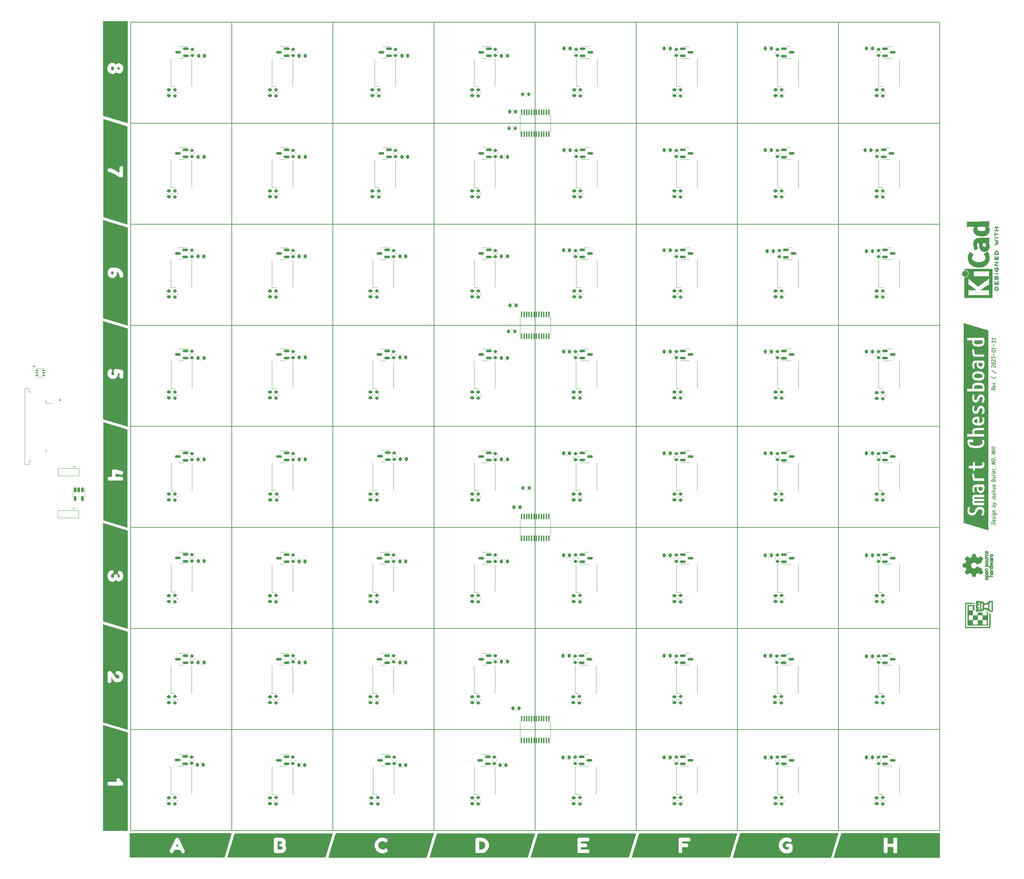
<source format=gbr>
%TF.GenerationSoftware,KiCad,Pcbnew,(6.0.8-1)-1*%
%TF.CreationDate,2023-01-11T15:38:10-05:00*%
%TF.ProjectId,smart-chessboard-board,736d6172-742d-4636-9865-7373626f6172,C*%
%TF.SameCoordinates,Original*%
%TF.FileFunction,Legend,Top*%
%TF.FilePolarity,Positive*%
%FSLAX46Y46*%
G04 Gerber Fmt 4.6, Leading zero omitted, Abs format (unit mm)*
G04 Created by KiCad (PCBNEW (6.0.8-1)-1) date 2023-01-11 15:38:10*
%MOMM*%
%LPD*%
G01*
G04 APERTURE LIST*
G04 Aperture macros list*
%AMRoundRect*
0 Rectangle with rounded corners*
0 $1 Rounding radius*
0 $2 $3 $4 $5 $6 $7 $8 $9 X,Y pos of 4 corners*
0 Add a 4 corners polygon primitive as box body*
4,1,4,$2,$3,$4,$5,$6,$7,$8,$9,$2,$3,0*
0 Add four circle primitives for the rounded corners*
1,1,$1+$1,$2,$3*
1,1,$1+$1,$4,$5*
1,1,$1+$1,$6,$7*
1,1,$1+$1,$8,$9*
0 Add four rect primitives between the rounded corners*
20,1,$1+$1,$2,$3,$4,$5,0*
20,1,$1+$1,$4,$5,$6,$7,0*
20,1,$1+$1,$6,$7,$8,$9,0*
20,1,$1+$1,$8,$9,$2,$3,0*%
%AMFreePoly0*
4,1,6,1.000000,0.000000,0.500000,-0.750000,-0.500000,-0.750000,-0.500000,0.750000,0.500000,0.750000,1.000000,0.000000,1.000000,0.000000,$1*%
G04 Aperture macros list end*
%ADD10C,0.150000*%
%ADD11C,0.300000*%
%ADD12C,0.153000*%
%ADD13C,0.000000*%
%ADD14C,0.120000*%
%ADD15C,0.010000*%
%ADD16RoundRect,0.150000X0.587500X0.150000X-0.587500X0.150000X-0.587500X-0.150000X0.587500X-0.150000X0*%
%ADD17RoundRect,0.150000X-0.587500X-0.150000X0.587500X-0.150000X0.587500X0.150000X-0.587500X0.150000X0*%
%ADD18RoundRect,0.225000X0.225000X0.250000X-0.225000X0.250000X-0.225000X-0.250000X0.225000X-0.250000X0*%
%ADD19R,1.000000X1.500000*%
%ADD20RoundRect,0.200000X0.275000X-0.200000X0.275000X0.200000X-0.275000X0.200000X-0.275000X-0.200000X0*%
%ADD21RoundRect,0.200000X-0.275000X0.200000X-0.275000X-0.200000X0.275000X-0.200000X0.275000X0.200000X0*%
%ADD22RoundRect,0.225000X-0.225000X-0.250000X0.225000X-0.250000X0.225000X0.250000X-0.225000X0.250000X0*%
%ADD23C,3.600000*%
%ADD24C,6.400000*%
%ADD25RoundRect,0.225000X-0.250000X0.225000X-0.250000X-0.225000X0.250000X-0.225000X0.250000X0.225000X0*%
%ADD26RoundRect,0.200000X-0.200000X-0.275000X0.200000X-0.275000X0.200000X0.275000X-0.200000X0.275000X0*%
%ADD27R,1.500000X1.500000*%
%ADD28FreePoly0,180.000000*%
%ADD29FreePoly0,0.000000*%
%ADD30RoundRect,0.100000X0.100000X-0.637500X0.100000X0.637500X-0.100000X0.637500X-0.100000X-0.637500X0*%
%ADD31RoundRect,0.150000X-0.150000X0.512500X-0.150000X-0.512500X0.150000X-0.512500X0.150000X0.512500X0*%
%ADD32R,2.000000X0.610000*%
%ADD33R,3.600000X2.680000*%
%ADD34RoundRect,0.075000X-0.250000X-0.075000X0.250000X-0.075000X0.250000X0.075000X-0.250000X0.075000X0*%
%ADD35C,0.800000*%
G04 APERTURE END LIST*
D10*
X121920000Y-203200000D02*
X335280000Y-203200000D01*
X121920000Y-123190000D02*
X335280000Y-123190000D01*
X121920000Y-283210000D02*
X121920000Y-69850000D01*
X308610000Y-69850000D02*
X308610000Y-283210000D01*
X148590000Y-69850000D02*
X148590000Y-283210000D01*
X335280000Y-283210000D02*
X121920000Y-283210000D01*
X281940000Y-283210000D02*
X281940000Y-69850000D01*
X228600000Y-283210000D02*
X228600000Y-69850000D01*
X121920000Y-149860000D02*
X335280000Y-149860000D01*
X121920000Y-69850000D02*
X335280000Y-69850000D01*
X121920000Y-96520000D02*
X335280000Y-96520000D01*
X255270000Y-69850000D02*
X255270000Y-283210000D01*
X335280000Y-69850000D02*
X335280000Y-283210000D01*
X121920000Y-256540000D02*
X335280000Y-256540000D01*
X175260000Y-283210000D02*
X175260000Y-69850000D01*
X121920000Y-229870000D02*
X335280000Y-229870000D01*
X121920000Y-176530000D02*
X335280000Y-176530000D01*
X201930000Y-69850000D02*
X201930000Y-283210000D01*
D11*
X103301800Y-169547314D02*
X103373228Y-169618742D01*
X103301800Y-169690171D01*
X103230371Y-169618742D01*
X103301800Y-169547314D01*
X103301800Y-169690171D01*
X96393000Y-160682714D02*
X96464428Y-160754142D01*
X96393000Y-160825571D01*
X96321571Y-160754142D01*
X96393000Y-160682714D01*
X96393000Y-160825571D01*
D12*
X349969960Y-166505978D02*
X349493770Y-166713121D01*
X349969960Y-166963121D02*
X348969960Y-166838121D01*
X348969960Y-166533359D01*
X349017580Y-166463121D01*
X349065199Y-166430978D01*
X349160437Y-166404788D01*
X349303294Y-166422645D01*
X349398532Y-166472645D01*
X349446151Y-166516692D01*
X349493770Y-166598835D01*
X349493770Y-166903597D01*
X349922341Y-165852407D02*
X349969960Y-165934550D01*
X349969960Y-166086930D01*
X349922341Y-166157169D01*
X349827103Y-166183359D01*
X349446151Y-166135740D01*
X349350913Y-166085740D01*
X349303294Y-166003597D01*
X349303294Y-165851216D01*
X349350913Y-165780978D01*
X349446151Y-165754788D01*
X349541389Y-165766692D01*
X349636627Y-166159550D01*
X349303294Y-165470264D02*
X349969960Y-165363121D01*
X349303294Y-165089311D01*
X349874722Y-164855978D02*
X349922341Y-164823835D01*
X349969960Y-164867883D01*
X349922341Y-164900026D01*
X349874722Y-164855978D01*
X349969960Y-164867883D01*
X349874722Y-163408359D02*
X349922341Y-163452407D01*
X349969960Y-163572645D01*
X349969960Y-163648835D01*
X349922341Y-163757169D01*
X349827103Y-163821454D01*
X349731865Y-163847645D01*
X349541389Y-163861930D01*
X349398532Y-163844073D01*
X349208056Y-163782169D01*
X349112818Y-163732169D01*
X349017580Y-163644073D01*
X348969960Y-163523835D01*
X348969960Y-163447645D01*
X349017580Y-163339311D01*
X349065199Y-163307169D01*
X348922341Y-161765502D02*
X350208056Y-162611930D01*
X349065199Y-160945264D02*
X349017580Y-160901216D01*
X348969960Y-160819073D01*
X348969960Y-160628597D01*
X349017580Y-160558359D01*
X349065199Y-160526216D01*
X349160437Y-160500026D01*
X349255675Y-160511930D01*
X349398532Y-160567883D01*
X349969960Y-161096454D01*
X349969960Y-160601216D01*
X348969960Y-159980978D02*
X348969960Y-159904788D01*
X349017580Y-159834550D01*
X349065199Y-159802407D01*
X349160437Y-159776216D01*
X349350913Y-159761930D01*
X349589008Y-159791692D01*
X349779484Y-159853597D01*
X349874722Y-159903597D01*
X349922341Y-159947645D01*
X349969960Y-160029788D01*
X349969960Y-160105978D01*
X349922341Y-160176216D01*
X349874722Y-160208359D01*
X349779484Y-160234550D01*
X349589008Y-160248835D01*
X349350913Y-160219073D01*
X349160437Y-160157169D01*
X349065199Y-160107169D01*
X349017580Y-160063121D01*
X348969960Y-159980978D01*
X349065199Y-159421454D02*
X349017580Y-159377407D01*
X348969960Y-159295264D01*
X348969960Y-159104788D01*
X349017580Y-159034550D01*
X349065199Y-159002407D01*
X349160437Y-158976216D01*
X349255675Y-158988121D01*
X349398532Y-159044073D01*
X349969960Y-159572645D01*
X349969960Y-159077407D01*
X348969960Y-158685740D02*
X348969960Y-158190502D01*
X349350913Y-158504788D01*
X349350913Y-158390502D01*
X349398532Y-158320264D01*
X349446151Y-158288121D01*
X349541389Y-158261930D01*
X349779484Y-158291692D01*
X349874722Y-158341692D01*
X349922341Y-158385740D01*
X349969960Y-158467883D01*
X349969960Y-158696454D01*
X349922341Y-158766692D01*
X349874722Y-158798835D01*
X349589008Y-157925026D02*
X349589008Y-157315502D01*
X348969960Y-156704788D02*
X348969960Y-156628597D01*
X349017580Y-156558359D01*
X349065199Y-156526216D01*
X349160437Y-156500026D01*
X349350913Y-156485740D01*
X349589008Y-156515502D01*
X349779484Y-156577407D01*
X349874722Y-156627407D01*
X349922341Y-156671454D01*
X349969960Y-156753597D01*
X349969960Y-156829788D01*
X349922341Y-156900026D01*
X349874722Y-156932169D01*
X349779484Y-156958359D01*
X349589008Y-156972645D01*
X349350913Y-156942883D01*
X349160437Y-156880978D01*
X349065199Y-156830978D01*
X349017580Y-156786930D01*
X348969960Y-156704788D01*
X349969960Y-155801216D02*
X349969960Y-156258359D01*
X349969960Y-156029788D02*
X348969960Y-155904788D01*
X349112818Y-155998835D01*
X349208056Y-156086930D01*
X349255675Y-156169073D01*
X349589008Y-155410740D02*
X349589008Y-154801216D01*
X349969960Y-154048835D02*
X349969960Y-154505978D01*
X349969960Y-154277407D02*
X348969960Y-154152407D01*
X349112818Y-154246454D01*
X349208056Y-154334550D01*
X349255675Y-154416692D01*
X349969960Y-153286930D02*
X349969960Y-153744073D01*
X349969960Y-153515502D02*
X348969960Y-153390502D01*
X349112818Y-153484550D01*
X349208056Y-153572645D01*
X349255675Y-153654788D01*
X349969960Y-202388121D02*
X348969960Y-202263121D01*
X348969960Y-202072645D01*
X349017580Y-201964311D01*
X349112818Y-201900026D01*
X349208056Y-201873835D01*
X349398532Y-201859550D01*
X349541389Y-201877407D01*
X349731865Y-201939311D01*
X349827103Y-201989311D01*
X349922341Y-202077407D01*
X349969960Y-202197645D01*
X349969960Y-202388121D01*
X349922341Y-201277407D02*
X349969960Y-201359550D01*
X349969960Y-201511930D01*
X349922341Y-201582169D01*
X349827103Y-201608359D01*
X349446151Y-201560740D01*
X349350913Y-201510740D01*
X349303294Y-201428597D01*
X349303294Y-201276216D01*
X349350913Y-201205978D01*
X349446151Y-201179788D01*
X349541389Y-201191692D01*
X349636627Y-201584550D01*
X349922341Y-200934550D02*
X349969960Y-200864311D01*
X349969960Y-200711930D01*
X349922341Y-200629788D01*
X349827103Y-200579788D01*
X349779484Y-200573835D01*
X349684246Y-200600026D01*
X349636627Y-200670264D01*
X349636627Y-200784550D01*
X349589008Y-200854788D01*
X349493770Y-200880978D01*
X349446151Y-200875026D01*
X349350913Y-200825026D01*
X349303294Y-200742883D01*
X349303294Y-200628597D01*
X349350913Y-200558359D01*
X349969960Y-200254788D02*
X349303294Y-200171454D01*
X348969960Y-200129788D02*
X349017580Y-200173835D01*
X349065199Y-200141692D01*
X349017580Y-200097645D01*
X348969960Y-200129788D01*
X349065199Y-200141692D01*
X349303294Y-199447645D02*
X350112818Y-199548835D01*
X350208056Y-199598835D01*
X350255675Y-199642883D01*
X350303294Y-199725026D01*
X350303294Y-199839311D01*
X350255675Y-199909550D01*
X349922341Y-199525026D02*
X349969960Y-199607169D01*
X349969960Y-199759550D01*
X349922341Y-199829788D01*
X349874722Y-199861930D01*
X349779484Y-199888121D01*
X349493770Y-199852407D01*
X349398532Y-199802407D01*
X349350913Y-199758359D01*
X349303294Y-199676216D01*
X349303294Y-199523835D01*
X349350913Y-199453597D01*
X349303294Y-199066692D02*
X349969960Y-199150026D01*
X349398532Y-199078597D02*
X349350913Y-199034550D01*
X349303294Y-198952407D01*
X349303294Y-198838121D01*
X349350913Y-198767883D01*
X349446151Y-198741692D01*
X349969960Y-198807169D01*
X349969960Y-197816692D02*
X348969960Y-197691692D01*
X349350913Y-197739311D02*
X349303294Y-197657169D01*
X349303294Y-197504788D01*
X349350913Y-197434550D01*
X349398532Y-197402407D01*
X349493770Y-197376216D01*
X349779484Y-197411930D01*
X349874722Y-197461930D01*
X349922341Y-197505978D01*
X349969960Y-197588121D01*
X349969960Y-197740502D01*
X349922341Y-197810740D01*
X349303294Y-197085740D02*
X349969960Y-196978597D01*
X349303294Y-196704788D02*
X349969960Y-196978597D01*
X350208056Y-197084550D01*
X350255675Y-197128597D01*
X350303294Y-197210740D01*
X348969960Y-195520264D02*
X349684246Y-195609550D01*
X349827103Y-195665502D01*
X349922341Y-195753597D01*
X349969960Y-195873835D01*
X349969960Y-195950026D01*
X349969960Y-195150026D02*
X349922341Y-195220264D01*
X349874722Y-195252407D01*
X349779484Y-195278597D01*
X349493770Y-195242883D01*
X349398532Y-195192883D01*
X349350913Y-195148835D01*
X349303294Y-195066692D01*
X349303294Y-194952407D01*
X349350913Y-194882169D01*
X349398532Y-194850026D01*
X349493770Y-194823835D01*
X349779484Y-194859550D01*
X349874722Y-194909550D01*
X349922341Y-194953597D01*
X349969960Y-195035740D01*
X349969960Y-195150026D01*
X349922341Y-194572645D02*
X349969960Y-194502407D01*
X349969960Y-194350026D01*
X349922341Y-194267883D01*
X349827103Y-194217883D01*
X349779484Y-194211930D01*
X349684246Y-194238121D01*
X349636627Y-194308359D01*
X349636627Y-194422645D01*
X349589008Y-194492883D01*
X349493770Y-194519073D01*
X349446151Y-194513121D01*
X349350913Y-194463121D01*
X349303294Y-194380978D01*
X349303294Y-194266692D01*
X349350913Y-194196454D01*
X349969960Y-193892883D02*
X348969960Y-193767883D01*
X349969960Y-193550026D02*
X349446151Y-193484550D01*
X349350913Y-193510740D01*
X349303294Y-193580978D01*
X349303294Y-193695264D01*
X349350913Y-193777407D01*
X349398532Y-193821454D01*
X349303294Y-192742883D02*
X349969960Y-192826216D01*
X349303294Y-193085740D02*
X349827103Y-193151216D01*
X349922341Y-193125026D01*
X349969960Y-193054788D01*
X349969960Y-192940502D01*
X349922341Y-192858359D01*
X349874722Y-192814311D01*
X349969960Y-192102407D02*
X349446151Y-192036930D01*
X349350913Y-192063121D01*
X349303294Y-192133359D01*
X349303294Y-192285740D01*
X349350913Y-192367883D01*
X349922341Y-192096454D02*
X349969960Y-192178597D01*
X349969960Y-192369073D01*
X349922341Y-192439311D01*
X349827103Y-192465502D01*
X349731865Y-192453597D01*
X349636627Y-192403597D01*
X349589008Y-192321454D01*
X349589008Y-192130978D01*
X349541389Y-192048835D01*
X349446151Y-190779788D02*
X349493770Y-190671454D01*
X349541389Y-190639311D01*
X349636627Y-190613121D01*
X349779484Y-190630978D01*
X349874722Y-190680978D01*
X349922341Y-190725026D01*
X349969960Y-190807169D01*
X349969960Y-191111930D01*
X348969960Y-190986930D01*
X348969960Y-190720264D01*
X349017580Y-190650026D01*
X349065199Y-190617883D01*
X349160437Y-190591692D01*
X349255675Y-190603597D01*
X349350913Y-190653597D01*
X349398532Y-190697645D01*
X349446151Y-190779788D01*
X349446151Y-191046454D01*
X349303294Y-189885740D02*
X349969960Y-189969073D01*
X349303294Y-190228597D02*
X349827103Y-190294073D01*
X349922341Y-190267883D01*
X349969960Y-190197645D01*
X349969960Y-190083359D01*
X349922341Y-190001216D01*
X349874722Y-189957169D01*
X349303294Y-189619073D02*
X349303294Y-189314311D01*
X348969960Y-189463121D02*
X349827103Y-189570264D01*
X349922341Y-189544073D01*
X349969960Y-189473835D01*
X349969960Y-189397645D01*
X349969960Y-189016692D02*
X349922341Y-189086930D01*
X349827103Y-189113121D01*
X348969960Y-189005978D01*
X349922341Y-188401216D02*
X349969960Y-188483359D01*
X349969960Y-188635740D01*
X349922341Y-188705978D01*
X349827103Y-188732169D01*
X349446151Y-188684550D01*
X349350913Y-188634550D01*
X349303294Y-188552407D01*
X349303294Y-188400026D01*
X349350913Y-188329788D01*
X349446151Y-188303597D01*
X349541389Y-188315502D01*
X349636627Y-188708359D01*
X349969960Y-188026216D02*
X349303294Y-187942883D01*
X349493770Y-187966692D02*
X349398532Y-187916692D01*
X349350913Y-187872645D01*
X349303294Y-187790502D01*
X349303294Y-187714311D01*
X349922341Y-187486930D02*
X349969960Y-187492883D01*
X350065199Y-187542883D01*
X350112818Y-187586930D01*
X349969960Y-186540502D02*
X348969960Y-186415502D01*
X349684246Y-186238121D01*
X348969960Y-185882169D01*
X349969960Y-186007169D01*
X349969960Y-185626216D02*
X348969960Y-185501216D01*
X348969960Y-185310740D01*
X349017580Y-185202407D01*
X349112818Y-185138121D01*
X349208056Y-185111930D01*
X349398532Y-185097645D01*
X349541389Y-185115502D01*
X349731865Y-185177407D01*
X349827103Y-185227407D01*
X349922341Y-185315502D01*
X349969960Y-185435740D01*
X349969960Y-185626216D01*
X349922341Y-184782169D02*
X349969960Y-184788121D01*
X350065199Y-184838121D01*
X350112818Y-184882169D01*
X349969960Y-183835740D02*
X348969960Y-183710740D01*
X349684246Y-183533359D01*
X348969960Y-183177407D01*
X349969960Y-183302407D01*
X349969960Y-182921454D02*
X348969960Y-182796454D01*
X349446151Y-182855978D02*
X349446151Y-182398835D01*
X349969960Y-182464311D02*
X348969960Y-182339311D01*
X349969960Y-182083359D02*
X348969960Y-181958359D01*
D13*
%TO.C,kibuzzard-632FDCC2*%
X351120955Y-176657000D02*
X351120955Y-176657000D01*
X351120955Y-176657000D01*
X351120955Y-176657000D01*
X351120955Y-176657000D01*
X351120955Y-176657000D01*
X351120955Y-176657000D01*
X351120955Y-176657000D01*
X351120955Y-176657000D01*
X351120955Y-176657000D01*
X351120955Y-176657000D01*
X351120955Y-176657000D01*
X351120955Y-176657000D01*
X351120955Y-176657000D01*
X351120955Y-176657000D01*
X351120955Y-176657000D01*
X351120955Y-176657000D01*
X351120955Y-176657000D02*
X351120955Y-176657000D01*
X351120955Y-176657000D02*
X351120955Y-176657000D01*
X351120955Y-176657000D01*
X351120955Y-176657000D02*
X351120955Y-176657000D01*
X351120955Y-176657000D01*
X351120955Y-176657000D02*
X351120955Y-176657000D01*
X351120955Y-176657000D02*
X351120955Y-176657000D01*
X351120955Y-176657000D01*
X351120955Y-176657000D02*
X351120955Y-176657000D01*
X351120955Y-176657000D01*
X351120955Y-176657000D02*
X351120955Y-176657000D01*
X351120955Y-176657000D02*
X351120955Y-176657000D01*
X351120955Y-176657000D01*
X351120955Y-176657000D02*
X351120955Y-176657000D01*
X351120955Y-176657000D01*
D14*
%TO.C,U432*%
X320945000Y-186091000D02*
X322620000Y-186091000D01*
X321970000Y-182971000D02*
X321320000Y-182971000D01*
X320945000Y-186091000D02*
X320295000Y-186091000D01*
X321970000Y-182971000D02*
X322620000Y-182971000D01*
%TO.C,C453*%
X237122580Y-103122000D02*
X236841420Y-103122000D01*
X237122580Y-104142000D02*
X236841420Y-104142000D01*
%TO.C,D202*%
X159175000Y-273652000D02*
X159175000Y-266352000D01*
X164675000Y-273652000D02*
X164675000Y-266352000D01*
X160325000Y-273652000D02*
X159175000Y-273652000D01*
%TO.C,R410*%
X165241500Y-238108258D02*
X165241500Y-237633742D01*
X164196500Y-238108258D02*
X164196500Y-237633742D01*
%TO.C,U460*%
X215240000Y-79411000D02*
X214590000Y-79411000D01*
X216265000Y-76291000D02*
X216915000Y-76291000D01*
X216265000Y-76291000D02*
X214590000Y-76291000D01*
X215240000Y-79411000D02*
X215890000Y-79411000D01*
%TO.C,kibuzzard-63812922*%
G36*
X117386497Y-81708942D02*
G01*
X117517069Y-82078433D01*
X117383719Y-82445146D01*
X117097572Y-82570161D01*
X116811425Y-82447924D01*
X116678075Y-82081211D01*
X116811425Y-81708942D01*
X117100350Y-81581149D01*
X117386497Y-81708942D01*
G37*
G36*
X118933912Y-81797842D02*
G01*
X119028369Y-82072877D01*
X118931134Y-82353467D01*
X118722775Y-82447924D01*
X118511637Y-82356246D01*
X118411625Y-82083989D01*
X118511637Y-81806177D01*
X118725553Y-81708942D01*
X118933912Y-81797842D01*
G37*
G36*
X121130483Y-69580294D02*
G01*
X121130483Y-96535706D01*
X114581517Y-94571016D01*
X114581517Y-82075655D01*
X115739069Y-82075655D01*
X115781358Y-82443911D01*
X115908226Y-82785620D01*
X116119672Y-83100783D01*
X116400262Y-83352358D01*
X116734564Y-83503303D01*
X117122575Y-83553617D01*
X117354548Y-83522364D01*
X117583744Y-83428602D01*
X117886559Y-83228577D01*
X118000462Y-83103561D01*
X118089362Y-83186905D01*
X118350506Y-83350814D01*
X118689437Y-83431380D01*
X119041333Y-83386930D01*
X119348779Y-83253580D01*
X119611775Y-83031330D01*
X119812417Y-82748579D01*
X119932803Y-82433724D01*
X119972931Y-82086767D01*
X119933420Y-81738576D01*
X119814887Y-81420017D01*
X119617331Y-81131092D01*
X119359274Y-80902669D01*
X119059237Y-80765615D01*
X118717219Y-80719930D01*
X118331059Y-80811608D01*
X118089362Y-80958849D01*
X118000462Y-81053305D01*
X117894894Y-80936624D01*
X117575409Y-80711596D01*
X117352465Y-80626168D01*
X117122575Y-80597692D01*
X116731785Y-80648007D01*
X116396558Y-80798952D01*
X116116894Y-81050527D01*
X115906991Y-81365690D01*
X115781049Y-81707399D01*
X115739069Y-82075655D01*
X114581517Y-82075655D01*
X114581517Y-69580294D01*
X121130483Y-69580294D01*
G37*
%TO.C,R437*%
X238745500Y-157369742D02*
X238745500Y-157844258D01*
X239790500Y-157369742D02*
X239790500Y-157844258D01*
%TO.C,C402*%
X166851420Y-265428000D02*
X167132580Y-265428000D01*
X166851420Y-266448000D02*
X167132580Y-266448000D01*
%TO.C,R444*%
X218581500Y-131174258D02*
X218581500Y-130699742D01*
X217536500Y-131174258D02*
X217536500Y-130699742D01*
%TO.C,D245*%
X240589000Y-139921000D02*
X239439000Y-139921000D01*
X244939000Y-139921000D02*
X244939000Y-132621000D01*
X239439000Y-139921000D02*
X239439000Y-132621000D01*
%TO.C,R245*%
X214136500Y-141842258D02*
X214136500Y-141367742D01*
X213091500Y-141842258D02*
X213091500Y-141367742D01*
%TO.C,U442*%
X161900000Y-132497000D02*
X161250000Y-132497000D01*
X162925000Y-129377000D02*
X163575000Y-129377000D01*
X161900000Y-132497000D02*
X162550000Y-132497000D01*
X162925000Y-129377000D02*
X161250000Y-129377000D01*
%TO.C,C440*%
X316878580Y-157355000D02*
X316597420Y-157355000D01*
X316878580Y-156335000D02*
X316597420Y-156335000D01*
%TO.C,D209*%
X132505000Y-246982000D02*
X132505000Y-239682000D01*
X133655000Y-246982000D02*
X132505000Y-246982000D01*
X138005000Y-246982000D02*
X138005000Y-239682000D01*
%TO.C,D237*%
X239312000Y-166591000D02*
X239312000Y-159291000D01*
X240462000Y-166591000D02*
X239312000Y-166591000D01*
X244812000Y-166591000D02*
X244812000Y-159291000D01*
%TO.C,C446*%
X263538580Y-129538000D02*
X263257420Y-129538000D01*
X263538580Y-130558000D02*
X263257420Y-130558000D01*
%TO.C,C227*%
X184656000Y-195058420D02*
X184656000Y-195339580D01*
X185676000Y-195058420D02*
X185676000Y-195339580D01*
%TO.C,R428*%
X218581500Y-184768258D02*
X218581500Y-184293742D01*
X217536500Y-184768258D02*
X217536500Y-184293742D01*
%TO.C,D208*%
X319195000Y-273652000D02*
X319195000Y-266352000D01*
X320345000Y-273652000D02*
X319195000Y-273652000D01*
X324695000Y-273652000D02*
X324695000Y-266352000D01*
%TO.C,C416*%
X316878580Y-237746000D02*
X316597420Y-237746000D01*
X316878580Y-236726000D02*
X316597420Y-236726000D01*
%TO.C,D238*%
X267005000Y-166591000D02*
X265855000Y-166591000D01*
X271355000Y-166591000D02*
X271355000Y-159291000D01*
X265855000Y-166591000D02*
X265855000Y-159291000D01*
%TO.C,C439*%
X290208580Y-156349000D02*
X289927420Y-156349000D01*
X290208580Y-157369000D02*
X289927420Y-157369000D01*
%TO.C,R424*%
X318628500Y-211090742D02*
X318628500Y-211565258D01*
X319673500Y-211090742D02*
X319673500Y-211565258D01*
%TO.C,R220*%
X187339500Y-222233258D02*
X187339500Y-221758742D01*
X186294500Y-222233258D02*
X186294500Y-221758742D01*
%TO.C,C409*%
X140321420Y-239397000D02*
X140602580Y-239397000D01*
X140321420Y-238377000D02*
X140602580Y-238377000D01*
%TO.C,C222*%
X264793000Y-221855420D02*
X264793000Y-222136580D01*
X265813000Y-221855420D02*
X265813000Y-222136580D01*
%TO.C,D257*%
X133655000Y-86835000D02*
X132505000Y-86835000D01*
X132505000Y-86835000D02*
X132505000Y-79535000D01*
X138005000Y-86835000D02*
X138005000Y-79535000D01*
%TO.C,R222*%
X240933500Y-222233258D02*
X240933500Y-221758742D01*
X239888500Y-222233258D02*
X239888500Y-221758742D01*
%TO.C,C455*%
X290208580Y-103136000D02*
X289927420Y-103136000D01*
X290208580Y-104156000D02*
X289927420Y-104156000D01*
%TO.C,C258*%
X159133000Y-88378420D02*
X159133000Y-88659580D01*
X158113000Y-88378420D02*
X158113000Y-88659580D01*
%TO.C,U459*%
X188951000Y-79411000D02*
X189601000Y-79411000D01*
X189976000Y-76291000D02*
X188301000Y-76291000D01*
X189976000Y-76291000D02*
X190626000Y-76291000D01*
X188951000Y-79411000D02*
X188301000Y-79411000D01*
%TO.C,REF\u002A\u002A*%
G36*
X347251421Y-216165698D02*
G01*
X347253603Y-216110517D01*
X347261351Y-216082048D01*
X347276468Y-216073794D01*
X347276916Y-216073790D01*
X347291720Y-216069960D01*
X347290039Y-216053067D01*
X347273772Y-216019481D01*
X347254791Y-215959789D01*
X347419822Y-215959789D01*
X347428906Y-215997844D01*
X347461196Y-216035523D01*
X347524006Y-216060481D01*
X347616894Y-216072578D01*
X347666101Y-216073790D01*
X347758600Y-216069104D01*
X347822809Y-216053312D01*
X347862759Y-216023817D01*
X347882480Y-215978020D01*
X347886421Y-215931750D01*
X347881892Y-215879372D01*
X347864069Y-215844610D01*
X347840519Y-215822872D01*
X347815189Y-215805760D01*
X347786969Y-215795573D01*
X347747431Y-215791040D01*
X347688142Y-215790891D01*
X347638498Y-215792416D01*
X347563710Y-215795919D01*
X347514611Y-215801133D01*
X347483467Y-215809913D01*
X347462545Y-215824114D01*
X347450452Y-215837516D01*
X347424081Y-215893513D01*
X347419822Y-215959789D01*
X347254791Y-215959789D01*
X347248887Y-215941222D01*
X347246271Y-215853173D01*
X347265468Y-215769640D01*
X347282874Y-215734408D01*
X347313206Y-215690960D01*
X347346283Y-215659294D01*
X347387817Y-215637606D01*
X347443522Y-215624097D01*
X347519111Y-215616962D01*
X347620296Y-215614400D01*
X347663797Y-215614250D01*
X347759135Y-215614688D01*
X347827271Y-215616504D01*
X347874418Y-215620455D01*
X347906790Y-215627298D01*
X347930600Y-215637789D01*
X347946843Y-215648704D01*
X348015952Y-215718381D01*
X348057521Y-215800434D01*
X348070023Y-215888950D01*
X348051934Y-215978019D01*
X348039142Y-216006237D01*
X348003931Y-216073790D01*
X348555700Y-216073790D01*
X348530205Y-216024488D01*
X348510480Y-215959527D01*
X348505427Y-215879680D01*
X348514756Y-215799948D01*
X348535714Y-215739735D01*
X348575627Y-215689792D01*
X348632741Y-215647119D01*
X348638605Y-215643910D01*
X348666227Y-215630378D01*
X348694068Y-215620495D01*
X348727794Y-215613691D01*
X348773071Y-215609399D01*
X348835562Y-215607049D01*
X348920935Y-215606072D01*
X349017010Y-215605895D01*
X349323526Y-215605895D01*
X349323526Y-215789711D01*
X348758339Y-215789711D01*
X348715077Y-215841125D01*
X348680472Y-215894534D01*
X348674180Y-215945112D01*
X348690372Y-215995970D01*
X348706227Y-216023075D01*
X348728810Y-216043249D01*
X348762940Y-216057597D01*
X348813434Y-216067224D01*
X348885111Y-216073237D01*
X348982788Y-216076740D01*
X349047802Y-216077974D01*
X349315171Y-216082145D01*
X349320222Y-216169875D01*
X349325273Y-216257606D01*
X347251421Y-216257606D01*
X347251421Y-216165698D01*
G37*
D15*
X347251421Y-216165698D02*
X347253603Y-216110517D01*
X347261351Y-216082048D01*
X347276468Y-216073794D01*
X347276916Y-216073790D01*
X347291720Y-216069960D01*
X347290039Y-216053067D01*
X347273772Y-216019481D01*
X347254791Y-215959789D01*
X347419822Y-215959789D01*
X347428906Y-215997844D01*
X347461196Y-216035523D01*
X347524006Y-216060481D01*
X347616894Y-216072578D01*
X347666101Y-216073790D01*
X347758600Y-216069104D01*
X347822809Y-216053312D01*
X347862759Y-216023817D01*
X347882480Y-215978020D01*
X347886421Y-215931750D01*
X347881892Y-215879372D01*
X347864069Y-215844610D01*
X347840519Y-215822872D01*
X347815189Y-215805760D01*
X347786969Y-215795573D01*
X347747431Y-215791040D01*
X347688142Y-215790891D01*
X347638498Y-215792416D01*
X347563710Y-215795919D01*
X347514611Y-215801133D01*
X347483467Y-215809913D01*
X347462545Y-215824114D01*
X347450452Y-215837516D01*
X347424081Y-215893513D01*
X347419822Y-215959789D01*
X347254791Y-215959789D01*
X347248887Y-215941222D01*
X347246271Y-215853173D01*
X347265468Y-215769640D01*
X347282874Y-215734408D01*
X347313206Y-215690960D01*
X347346283Y-215659294D01*
X347387817Y-215637606D01*
X347443522Y-215624097D01*
X347519111Y-215616962D01*
X347620296Y-215614400D01*
X347663797Y-215614250D01*
X347759135Y-215614688D01*
X347827271Y-215616504D01*
X347874418Y-215620455D01*
X347906790Y-215627298D01*
X347930600Y-215637789D01*
X347946843Y-215648704D01*
X348015952Y-215718381D01*
X348057521Y-215800434D01*
X348070023Y-215888950D01*
X348051934Y-215978019D01*
X348039142Y-216006237D01*
X348003931Y-216073790D01*
X348555700Y-216073790D01*
X348530205Y-216024488D01*
X348510480Y-215959527D01*
X348505427Y-215879680D01*
X348514756Y-215799948D01*
X348535714Y-215739735D01*
X348575627Y-215689792D01*
X348632741Y-215647119D01*
X348638605Y-215643910D01*
X348666227Y-215630378D01*
X348694068Y-215620495D01*
X348727794Y-215613691D01*
X348773071Y-215609399D01*
X348835562Y-215607049D01*
X348920935Y-215606072D01*
X349017010Y-215605895D01*
X349323526Y-215605895D01*
X349323526Y-215789711D01*
X348758339Y-215789711D01*
X348715077Y-215841125D01*
X348680472Y-215894534D01*
X348674180Y-215945112D01*
X348690372Y-215995970D01*
X348706227Y-216023075D01*
X348728810Y-216043249D01*
X348762940Y-216057597D01*
X348813434Y-216067224D01*
X348885111Y-216073237D01*
X348982788Y-216076740D01*
X349047802Y-216077974D01*
X349315171Y-216082145D01*
X349320222Y-216169875D01*
X349325273Y-216257606D01*
X347251421Y-216257606D01*
X347251421Y-216165698D01*
G36*
X347386190Y-215447078D02*
G01*
X347333848Y-215404244D01*
X347277092Y-215325052D01*
X347246762Y-215231960D01*
X347245271Y-215178115D01*
X347411842Y-215178115D01*
X347427329Y-215241757D01*
X347468930Y-215295127D01*
X347529353Y-215328981D01*
X347531322Y-215329581D01*
X347548686Y-215333511D01*
X347559662Y-215328903D01*
X347565715Y-215309964D01*
X347568310Y-215270902D01*
X347568910Y-215205923D01*
X347568921Y-215180903D01*
X347568014Y-215104779D01*
X347564720Y-215056504D01*
X347558181Y-215030540D01*
X347547537Y-215021352D01*
X347544119Y-215021027D01*
X347516956Y-215031513D01*
X347478903Y-215057758D01*
X347465579Y-215069041D01*
X347427896Y-215110928D01*
X347413080Y-215154591D01*
X347411842Y-215178115D01*
X347245271Y-215178115D01*
X347244021Y-215132945D01*
X347270027Y-215035982D01*
X347277866Y-215019330D01*
X347320086Y-214961695D01*
X347381700Y-214907195D01*
X347449543Y-214866501D01*
X347480734Y-214854926D01*
X347536449Y-214844366D01*
X347603781Y-214838069D01*
X347631585Y-214837304D01*
X347719316Y-214837211D01*
X347719316Y-215342150D01*
X347765270Y-215331387D01*
X347819620Y-215304967D01*
X347866591Y-215258778D01*
X347896848Y-215203828D01*
X347903131Y-215168811D01*
X347895506Y-215121323D01*
X347876383Y-215064665D01*
X347867584Y-215045418D01*
X347832036Y-214974241D01*
X347878367Y-214913498D01*
X347909703Y-214878448D01*
X347935567Y-214859798D01*
X347943158Y-214858853D01*
X347961556Y-214875515D01*
X347989515Y-214912030D01*
X348011327Y-214945172D01*
X348050537Y-215034607D01*
X348068285Y-215134871D01*
X348063670Y-215234246D01*
X348039551Y-215313461D01*
X347987884Y-215395120D01*
X347919856Y-215453151D01*
X347831843Y-215489454D01*
X347720216Y-215505928D01*
X347669138Y-215507389D01*
X347552091Y-215501543D01*
X347548686Y-215500825D01*
X347459928Y-215482101D01*
X347386190Y-215447078D01*
G37*
X347386190Y-215447078D02*
X347333848Y-215404244D01*
X347277092Y-215325052D01*
X347246762Y-215231960D01*
X347245271Y-215178115D01*
X347411842Y-215178115D01*
X347427329Y-215241757D01*
X347468930Y-215295127D01*
X347529353Y-215328981D01*
X347531322Y-215329581D01*
X347548686Y-215333511D01*
X347559662Y-215328903D01*
X347565715Y-215309964D01*
X347568310Y-215270902D01*
X347568910Y-215205923D01*
X347568921Y-215180903D01*
X347568014Y-215104779D01*
X347564720Y-215056504D01*
X347558181Y-215030540D01*
X347547537Y-215021352D01*
X347544119Y-215021027D01*
X347516956Y-215031513D01*
X347478903Y-215057758D01*
X347465579Y-215069041D01*
X347427896Y-215110928D01*
X347413080Y-215154591D01*
X347411842Y-215178115D01*
X347245271Y-215178115D01*
X347244021Y-215132945D01*
X347270027Y-215035982D01*
X347277866Y-215019330D01*
X347320086Y-214961695D01*
X347381700Y-214907195D01*
X347449543Y-214866501D01*
X347480734Y-214854926D01*
X347536449Y-214844366D01*
X347603781Y-214838069D01*
X347631585Y-214837304D01*
X347719316Y-214837211D01*
X347719316Y-215342150D01*
X347765270Y-215331387D01*
X347819620Y-215304967D01*
X347866591Y-215258778D01*
X347896848Y-215203828D01*
X347903131Y-215168811D01*
X347895506Y-215121323D01*
X347876383Y-215064665D01*
X347867584Y-215045418D01*
X347832036Y-214974241D01*
X347878367Y-214913498D01*
X347909703Y-214878448D01*
X347935567Y-214859798D01*
X347943158Y-214858853D01*
X347961556Y-214875515D01*
X347989515Y-214912030D01*
X348011327Y-214945172D01*
X348050537Y-215034607D01*
X348068285Y-215134871D01*
X348063670Y-215234246D01*
X348039551Y-215313461D01*
X347987884Y-215395120D01*
X347919856Y-215453151D01*
X347831843Y-215489454D01*
X347720216Y-215505928D01*
X347669138Y-215507389D01*
X347552091Y-215501543D01*
X347548686Y-215500825D01*
X347459928Y-215482101D01*
X347386190Y-215447078D01*
G36*
X347453271Y-212853735D02*
G01*
X347362941Y-212809028D01*
X347298000Y-212742595D01*
X347258445Y-212654435D01*
X347253858Y-212635505D01*
X347244787Y-212539663D01*
X347420143Y-212539663D01*
X347433849Y-212601736D01*
X347467372Y-212649418D01*
X347495031Y-212674475D01*
X347522294Y-212689100D01*
X347559190Y-212696071D01*
X347615750Y-212698167D01*
X347643663Y-212698264D01*
X347740630Y-212692230D01*
X347814523Y-212674862D01*
X347861736Y-212647260D01*
X347875237Y-212627596D01*
X347884651Y-212577213D01*
X347881864Y-212517327D01*
X347868316Y-212465551D01*
X347860862Y-212451973D01*
X347817451Y-212416151D01*
X347751014Y-212392507D01*
X347670161Y-212382442D01*
X347583502Y-212387358D01*
X347531349Y-212398345D01*
X347470951Y-212429891D01*
X347433197Y-212479689D01*
X347420143Y-212539663D01*
X347244787Y-212539663D01*
X347243090Y-212521734D01*
X347261310Y-212421331D01*
X347307340Y-212336808D01*
X347380006Y-212270679D01*
X347439106Y-212239522D01*
X347491305Y-212226145D01*
X347565719Y-212217478D01*
X347651442Y-212213763D01*
X347737569Y-212215246D01*
X347813193Y-212222169D01*
X347853584Y-212230255D01*
X347908840Y-212257535D01*
X347967530Y-212304780D01*
X348018852Y-212361718D01*
X348052005Y-212418076D01*
X348052531Y-212419450D01*
X348067018Y-212489384D01*
X348067377Y-212572263D01*
X348054188Y-212651023D01*
X348043617Y-212681434D01*
X347999201Y-212759761D01*
X347941007Y-212815857D01*
X347863965Y-212852714D01*
X347763001Y-212873320D01*
X347710116Y-212877982D01*
X347643663Y-212877387D01*
X347568994Y-212876718D01*
X347453271Y-212853735D01*
G37*
X347453271Y-212853735D02*
X347362941Y-212809028D01*
X347298000Y-212742595D01*
X347258445Y-212654435D01*
X347253858Y-212635505D01*
X347244787Y-212539663D01*
X347420143Y-212539663D01*
X347433849Y-212601736D01*
X347467372Y-212649418D01*
X347495031Y-212674475D01*
X347522294Y-212689100D01*
X347559190Y-212696071D01*
X347615750Y-212698167D01*
X347643663Y-212698264D01*
X347740630Y-212692230D01*
X347814523Y-212674862D01*
X347861736Y-212647260D01*
X347875237Y-212627596D01*
X347884651Y-212577213D01*
X347881864Y-212517327D01*
X347868316Y-212465551D01*
X347860862Y-212451973D01*
X347817451Y-212416151D01*
X347751014Y-212392507D01*
X347670161Y-212382442D01*
X347583502Y-212387358D01*
X347531349Y-212398345D01*
X347470951Y-212429891D01*
X347433197Y-212479689D01*
X347420143Y-212539663D01*
X347244787Y-212539663D01*
X347243090Y-212521734D01*
X347261310Y-212421331D01*
X347307340Y-212336808D01*
X347380006Y-212270679D01*
X347439106Y-212239522D01*
X347491305Y-212226145D01*
X347565719Y-212217478D01*
X347651442Y-212213763D01*
X347737569Y-212215246D01*
X347813193Y-212222169D01*
X347853584Y-212230255D01*
X347908840Y-212257535D01*
X347967530Y-212304780D01*
X348018852Y-212361718D01*
X348052005Y-212418076D01*
X348052531Y-212419450D01*
X348067018Y-212489384D01*
X348067377Y-212572263D01*
X348054188Y-212651023D01*
X348043617Y-212681434D01*
X347999201Y-212759761D01*
X347941007Y-212815857D01*
X347863965Y-212852714D01*
X347763001Y-212873320D01*
X347710116Y-212877982D01*
X347643663Y-212877387D01*
X347568994Y-212876718D01*
X347453271Y-212853735D01*
G36*
X347594299Y-217042401D02*
G01*
X347516468Y-217039036D01*
X347457930Y-217028955D01*
X347411737Y-217010774D01*
X347370942Y-216983110D01*
X347358828Y-216972854D01*
X347298474Y-216908722D01*
X347263220Y-216839934D01*
X347248450Y-216755811D01*
X347247919Y-216737766D01*
X347423165Y-216737766D01*
X347443301Y-216791781D01*
X347485352Y-216837860D01*
X347554428Y-216865311D01*
X347650910Y-216874257D01*
X347698154Y-216872624D01*
X347761046Y-216866696D01*
X347801407Y-216856239D01*
X347830122Y-216837381D01*
X347846896Y-216819719D01*
X347882016Y-216757106D01*
X347886710Y-216691592D01*
X347861440Y-216630579D01*
X347833124Y-216600072D01*
X347804589Y-216578089D01*
X347777284Y-216565231D01*
X347741750Y-216559588D01*
X347688524Y-216559249D01*
X347639506Y-216560988D01*
X347569482Y-216564729D01*
X347524064Y-216570659D01*
X347494440Y-216581347D01*
X347471797Y-216599361D01*
X347458855Y-216613637D01*
X347424860Y-216673349D01*
X347423165Y-216737766D01*
X347247919Y-216737766D01*
X347247243Y-216714791D01*
X347260104Y-216606216D01*
X347298754Y-216518795D01*
X347363290Y-216452430D01*
X347453812Y-216407024D01*
X347570418Y-216382482D01*
X347588624Y-216380723D01*
X347716984Y-216379344D01*
X347829496Y-216397216D01*
X347920688Y-216433250D01*
X347950022Y-216452545D01*
X348012106Y-216519755D01*
X348052316Y-216605350D01*
X348069003Y-216701110D01*
X348060517Y-216798813D01*
X348034380Y-216873083D01*
X347990335Y-216936953D01*
X347932587Y-216989154D01*
X347931236Y-216990057D01*
X347895593Y-217011256D01*
X347859752Y-217025033D01*
X347814519Y-217033376D01*
X347750701Y-217038273D01*
X347698368Y-217040431D01*
X347650910Y-217041329D01*
X347594299Y-217042401D01*
G37*
X347594299Y-217042401D02*
X347516468Y-217039036D01*
X347457930Y-217028955D01*
X347411737Y-217010774D01*
X347370942Y-216983110D01*
X347358828Y-216972854D01*
X347298474Y-216908722D01*
X347263220Y-216839934D01*
X347248450Y-216755811D01*
X347247919Y-216737766D01*
X347423165Y-216737766D01*
X347443301Y-216791781D01*
X347485352Y-216837860D01*
X347554428Y-216865311D01*
X347650910Y-216874257D01*
X347698154Y-216872624D01*
X347761046Y-216866696D01*
X347801407Y-216856239D01*
X347830122Y-216837381D01*
X347846896Y-216819719D01*
X347882016Y-216757106D01*
X347886710Y-216691592D01*
X347861440Y-216630579D01*
X347833124Y-216600072D01*
X347804589Y-216578089D01*
X347777284Y-216565231D01*
X347741750Y-216559588D01*
X347688524Y-216559249D01*
X347639506Y-216560988D01*
X347569482Y-216564729D01*
X347524064Y-216570659D01*
X347494440Y-216581347D01*
X347471797Y-216599361D01*
X347458855Y-216613637D01*
X347424860Y-216673349D01*
X347423165Y-216737766D01*
X347247919Y-216737766D01*
X347247243Y-216714791D01*
X347260104Y-216606216D01*
X347298754Y-216518795D01*
X347363290Y-216452430D01*
X347453812Y-216407024D01*
X347570418Y-216382482D01*
X347588624Y-216380723D01*
X347716984Y-216379344D01*
X347829496Y-216397216D01*
X347920688Y-216433250D01*
X347950022Y-216452545D01*
X348012106Y-216519755D01*
X348052316Y-216605350D01*
X348069003Y-216701110D01*
X348060517Y-216798813D01*
X348034380Y-216873083D01*
X347990335Y-216936953D01*
X347932587Y-216989154D01*
X347931236Y-216990057D01*
X347895593Y-217011256D01*
X347859752Y-217025033D01*
X347814519Y-217033376D01*
X347750701Y-217038273D01*
X347698368Y-217040431D01*
X347650910Y-217041329D01*
X347594299Y-217042401D01*
G36*
X348932847Y-215466576D02*
G01*
X348876767Y-215408419D01*
X348871665Y-215400380D01*
X348855055Y-215365837D01*
X348844996Y-215323082D01*
X348840107Y-215263314D01*
X348838983Y-215192310D01*
X348838958Y-215130182D01*
X348972605Y-215130182D01*
X348979366Y-215218005D01*
X348998520Y-215284582D01*
X349028376Y-215325998D01*
X349062713Y-215338527D01*
X349106030Y-215324399D01*
X349130408Y-215301388D01*
X349148845Y-215255196D01*
X349156205Y-215194225D01*
X349152583Y-215132051D01*
X349138074Y-215082249D01*
X349128765Y-215068297D01*
X349085753Y-215043915D01*
X349036857Y-215037737D01*
X348972605Y-215037737D01*
X348972605Y-215130182D01*
X348838958Y-215130182D01*
X348838921Y-215037737D01*
X348774125Y-215037737D01*
X348723850Y-215044294D01*
X348690169Y-215061025D01*
X348688376Y-215062984D01*
X348673642Y-215100217D01*
X348667931Y-215156420D01*
X348670737Y-215218533D01*
X348681556Y-215273490D01*
X348697782Y-215306101D01*
X348710780Y-215323772D01*
X348713262Y-215342431D01*
X348702613Y-215368181D01*
X348676218Y-215407127D01*
X348631465Y-215465370D01*
X348627273Y-215470716D01*
X348611760Y-215467977D01*
X348585960Y-215445124D01*
X348557289Y-215410391D01*
X348533166Y-215372010D01*
X348527470Y-215359952D01*
X348516103Y-215315966D01*
X348507995Y-215251513D01*
X348504743Y-215179503D01*
X348504736Y-215176136D01*
X348511184Y-215072543D01*
X348532160Y-214993930D01*
X348570180Y-214934084D01*
X348619978Y-214891853D01*
X348641230Y-214878725D01*
X348663492Y-214869032D01*
X348691970Y-214862256D01*
X348731871Y-214857877D01*
X348788401Y-214855376D01*
X348866767Y-214854232D01*
X348972176Y-214853928D01*
X349000142Y-214853922D01*
X349323526Y-214853922D01*
X349323526Y-214934132D01*
X349319943Y-214985294D01*
X349310866Y-215023123D01*
X349305268Y-215032601D01*
X349295606Y-215058512D01*
X349305268Y-215084976D01*
X349317330Y-215128548D01*
X349322185Y-215191840D01*
X349320078Y-215261990D01*
X349311256Y-215326140D01*
X349299937Y-215363593D01*
X349253412Y-215436067D01*
X349188846Y-215481360D01*
X349103000Y-215501722D01*
X349100796Y-215501912D01*
X349062713Y-215500125D01*
X349007004Y-215497510D01*
X348932847Y-215466576D01*
G37*
X348932847Y-215466576D02*
X348876767Y-215408419D01*
X348871665Y-215400380D01*
X348855055Y-215365837D01*
X348844996Y-215323082D01*
X348840107Y-215263314D01*
X348838983Y-215192310D01*
X348838958Y-215130182D01*
X348972605Y-215130182D01*
X348979366Y-215218005D01*
X348998520Y-215284582D01*
X349028376Y-215325998D01*
X349062713Y-215338527D01*
X349106030Y-215324399D01*
X349130408Y-215301388D01*
X349148845Y-215255196D01*
X349156205Y-215194225D01*
X349152583Y-215132051D01*
X349138074Y-215082249D01*
X349128765Y-215068297D01*
X349085753Y-215043915D01*
X349036857Y-215037737D01*
X348972605Y-215037737D01*
X348972605Y-215130182D01*
X348838958Y-215130182D01*
X348838921Y-215037737D01*
X348774125Y-215037737D01*
X348723850Y-215044294D01*
X348690169Y-215061025D01*
X348688376Y-215062984D01*
X348673642Y-215100217D01*
X348667931Y-215156420D01*
X348670737Y-215218533D01*
X348681556Y-215273490D01*
X348697782Y-215306101D01*
X348710780Y-215323772D01*
X348713262Y-215342431D01*
X348702613Y-215368181D01*
X348676218Y-215407127D01*
X348631465Y-215465370D01*
X348627273Y-215470716D01*
X348611760Y-215467977D01*
X348585960Y-215445124D01*
X348557289Y-215410391D01*
X348533166Y-215372010D01*
X348527470Y-215359952D01*
X348516103Y-215315966D01*
X348507995Y-215251513D01*
X348504743Y-215179503D01*
X348504736Y-215176136D01*
X348511184Y-215072543D01*
X348532160Y-214993930D01*
X348570180Y-214934084D01*
X348619978Y-214891853D01*
X348641230Y-214878725D01*
X348663492Y-214869032D01*
X348691970Y-214862256D01*
X348731871Y-214857877D01*
X348788401Y-214855376D01*
X348866767Y-214854232D01*
X348972176Y-214853928D01*
X349000142Y-214853922D01*
X349323526Y-214853922D01*
X349323526Y-214934132D01*
X349319943Y-214985294D01*
X349310866Y-215023123D01*
X349305268Y-215032601D01*
X349295606Y-215058512D01*
X349305268Y-215084976D01*
X349317330Y-215128548D01*
X349322185Y-215191840D01*
X349320078Y-215261990D01*
X349311256Y-215326140D01*
X349299937Y-215363593D01*
X349253412Y-215436067D01*
X349188846Y-215481360D01*
X349103000Y-215501722D01*
X349100796Y-215501912D01*
X349062713Y-215500125D01*
X349007004Y-215497510D01*
X348932847Y-215466576D01*
G36*
X344394075Y-210241239D02*
G01*
X344487572Y-210243706D01*
X344568125Y-210247544D01*
X344629942Y-210252750D01*
X344667230Y-210259319D01*
X344674993Y-210263259D01*
X344684298Y-210286812D01*
X344697600Y-210336718D01*
X344713337Y-210406377D01*
X344729946Y-210489187D01*
X344735319Y-210518095D01*
X344760848Y-210657469D01*
X344781408Y-210767564D01*
X344797815Y-210852018D01*
X344810887Y-210914470D01*
X344821441Y-210958556D01*
X344830294Y-210987915D01*
X344838263Y-211006185D01*
X344846165Y-211017002D01*
X344847727Y-211018515D01*
X344872886Y-211033623D01*
X344921850Y-211056671D01*
X344988621Y-211085356D01*
X345067205Y-211117378D01*
X345151607Y-211150435D01*
X345235830Y-211182227D01*
X345313879Y-211210451D01*
X345379759Y-211232807D01*
X345427473Y-211246993D01*
X345451027Y-211250707D01*
X345451852Y-211250398D01*
X345471104Y-211237811D01*
X345513463Y-211209256D01*
X345574521Y-211167733D01*
X345649868Y-211116244D01*
X345735096Y-211057789D01*
X345759315Y-211041142D01*
X345847123Y-210981785D01*
X345927238Y-210929553D01*
X345995062Y-210887292D01*
X346045993Y-210857847D01*
X346075431Y-210844063D01*
X346079048Y-210843395D01*
X346098057Y-210854976D01*
X346135714Y-210886976D01*
X346187973Y-210935282D01*
X346250786Y-210995780D01*
X346320106Y-211064356D01*
X346391885Y-211136896D01*
X346462077Y-211209288D01*
X346526635Y-211277416D01*
X346581510Y-211337168D01*
X346622656Y-211384429D01*
X346646026Y-211415087D01*
X346649842Y-211423568D01*
X346640855Y-211443309D01*
X346616616Y-211483726D01*
X346581209Y-211538237D01*
X346552711Y-211580177D01*
X346500418Y-211656171D01*
X346438845Y-211746166D01*
X346377370Y-211836436D01*
X346344469Y-211884968D01*
X346233359Y-212049238D01*
X346307916Y-212187131D01*
X346340578Y-212249951D01*
X346365966Y-212303371D01*
X346380446Y-212339516D01*
X346382460Y-212348716D01*
X346367584Y-212359779D01*
X346325547Y-212381606D01*
X346260227Y-212412566D01*
X346175500Y-212451030D01*
X346075245Y-212495368D01*
X345963339Y-212543953D01*
X345843659Y-212595154D01*
X345720084Y-212647341D01*
X345596491Y-212698887D01*
X345476757Y-212748160D01*
X345364759Y-212793533D01*
X345264377Y-212833375D01*
X345179486Y-212866058D01*
X345113965Y-212889951D01*
X345071690Y-212903426D01*
X345057172Y-212905594D01*
X345038653Y-212888417D01*
X345008590Y-212850810D01*
X344973232Y-212800634D01*
X344970434Y-212796422D01*
X344866625Y-212666736D01*
X344745515Y-212562166D01*
X344610976Y-212483619D01*
X344466882Y-212432001D01*
X344317105Y-212408218D01*
X344165517Y-212413177D01*
X344015992Y-212447783D01*
X343872400Y-212512943D01*
X343840984Y-212532114D01*
X343714125Y-212631826D01*
X343612255Y-212749623D01*
X343535904Y-212881429D01*
X343485602Y-213023167D01*
X343461879Y-213170758D01*
X343465265Y-213320127D01*
X343496288Y-213467197D01*
X343555480Y-213607889D01*
X343643369Y-213738127D01*
X343679042Y-213778414D01*
X343790706Y-213880945D01*
X343908257Y-213955659D01*
X344040020Y-214006910D01*
X344170507Y-214035454D01*
X344317216Y-214042500D01*
X344464653Y-214019004D01*
X344607834Y-213967351D01*
X344741777Y-213889929D01*
X344861498Y-213789125D01*
X344962014Y-213667324D01*
X344972609Y-213651316D01*
X345007306Y-213600602D01*
X345037370Y-213562050D01*
X345056565Y-213543619D01*
X345057172Y-213543351D01*
X345077936Y-213547308D01*
X345125062Y-213562993D01*
X345194673Y-213588778D01*
X345282893Y-213623031D01*
X345385844Y-213664123D01*
X345499650Y-213710424D01*
X345620435Y-213760304D01*
X345744321Y-213812133D01*
X345867432Y-213864281D01*
X345985891Y-213915118D01*
X346095823Y-213963013D01*
X346193349Y-214006338D01*
X346274593Y-214043462D01*
X346335679Y-214072756D01*
X346372730Y-214092588D01*
X346382460Y-214100574D01*
X346374883Y-214124979D01*
X346354560Y-214170642D01*
X346325125Y-214229690D01*
X346307916Y-214262160D01*
X346233359Y-214400053D01*
X346344469Y-214564323D01*
X346401390Y-214648179D01*
X346464030Y-214739987D01*
X346523011Y-214826020D01*
X346552711Y-214869113D01*
X346593410Y-214929723D01*
X346625663Y-214981045D01*
X346645384Y-215016385D01*
X346649554Y-215027863D01*
X346638307Y-215044570D01*
X346606911Y-215081546D01*
X346558624Y-215135205D01*
X346496708Y-215201962D01*
X346424421Y-215278234D01*
X346378008Y-215326473D01*
X346295087Y-215410867D01*
X346220920Y-215483803D01*
X346158680Y-215542331D01*
X346111541Y-215583503D01*
X346082673Y-215604372D01*
X346076815Y-215606374D01*
X346054532Y-215597083D01*
X346009477Y-215571409D01*
X345946211Y-215532200D01*
X345869295Y-215482303D01*
X345783292Y-215424567D01*
X345759315Y-215408149D01*
X345672170Y-215348323D01*
X345593710Y-215294650D01*
X345528345Y-215250130D01*
X345480484Y-215217765D01*
X345454535Y-215200555D01*
X345451852Y-215198893D01*
X345431172Y-215201379D01*
X345385704Y-215214577D01*
X345321444Y-215236186D01*
X345244387Y-215263904D01*
X345160529Y-215295430D01*
X345075866Y-215328463D01*
X344996392Y-215360701D01*
X344928104Y-215389843D01*
X344876997Y-215413588D01*
X344849067Y-215429635D01*
X344847727Y-215430775D01*
X344839745Y-215440588D01*
X344831851Y-215457161D01*
X344823229Y-215484132D01*
X344813062Y-215525139D01*
X344800531Y-215583820D01*
X344784821Y-215663813D01*
X344765113Y-215768755D01*
X344740592Y-215902285D01*
X344735319Y-215931196D01*
X344718764Y-216016882D01*
X344702569Y-216091582D01*
X344688296Y-216148694D01*
X344677508Y-216181617D01*
X344674993Y-216186031D01*
X344652696Y-216193306D01*
X344602869Y-216199219D01*
X344531304Y-216203766D01*
X344443793Y-216206945D01*
X344346128Y-216208749D01*
X344244101Y-216209177D01*
X344143503Y-216208223D01*
X344050127Y-216205884D01*
X343969765Y-216202156D01*
X343908209Y-216197034D01*
X343871250Y-216190516D01*
X343863686Y-216186586D01*
X343856056Y-216164708D01*
X343843642Y-216114891D01*
X343827522Y-216042097D01*
X343808773Y-215951289D01*
X343788471Y-215847431D01*
X343777830Y-215790846D01*
X343757760Y-215683486D01*
X343739580Y-215587746D01*
X343724199Y-215508306D01*
X343712531Y-215449846D01*
X343705488Y-215417045D01*
X343703926Y-215411646D01*
X343686322Y-215402522D01*
X343643918Y-215383235D01*
X343582772Y-215356355D01*
X343508943Y-215324454D01*
X343428489Y-215290102D01*
X343347468Y-215255871D01*
X343271937Y-215224331D01*
X343207955Y-215198054D01*
X343161580Y-215179611D01*
X343138869Y-215171571D01*
X343137876Y-215171422D01*
X343119961Y-215180535D01*
X343078733Y-215206086D01*
X343018291Y-215245388D01*
X342942731Y-215295757D01*
X342856152Y-215354506D01*
X342806421Y-215388658D01*
X342715236Y-215450890D01*
X342632449Y-215506164D01*
X342562249Y-215551782D01*
X342508824Y-215585048D01*
X342476361Y-215603264D01*
X342469083Y-215605895D01*
X342452145Y-215594586D01*
X342415978Y-215563319D01*
X342364635Y-215516090D01*
X342302167Y-215456892D01*
X342232626Y-215389719D01*
X342160065Y-215318566D01*
X342088535Y-215247426D01*
X342022087Y-215180293D01*
X341964774Y-215121161D01*
X341920647Y-215074025D01*
X341893759Y-215042877D01*
X341887342Y-215032457D01*
X341896365Y-215015491D01*
X341921715Y-214974911D01*
X341960810Y-214914663D01*
X342011071Y-214838693D01*
X342069917Y-214750946D01*
X342114748Y-214684756D01*
X342342154Y-214350332D01*
X342227238Y-214071567D01*
X342112322Y-213792803D01*
X341711576Y-213717254D01*
X341310829Y-213641706D01*
X341310829Y-212807585D01*
X341711576Y-212732036D01*
X342112322Y-212656487D01*
X342342154Y-212098959D01*
X342114748Y-211764535D01*
X342051431Y-211670878D01*
X341994896Y-211586218D01*
X341947727Y-211514505D01*
X341912502Y-211459689D01*
X341891805Y-211425720D01*
X341887342Y-211416470D01*
X341898820Y-211399805D01*
X341930551Y-211364194D01*
X341978483Y-211313629D01*
X342038562Y-211252100D01*
X342106733Y-211183601D01*
X342178945Y-211112121D01*
X342251142Y-211041653D01*
X342319273Y-210976189D01*
X342379283Y-210919720D01*
X342427119Y-210876237D01*
X342458727Y-210849732D01*
X342469305Y-210843395D01*
X342488806Y-210852514D01*
X342531531Y-210878080D01*
X342593298Y-210917403D01*
X342669931Y-210967797D01*
X342757248Y-211026573D01*
X342807052Y-211060632D01*
X342897993Y-211122711D01*
X342980059Y-211177874D01*
X343049163Y-211223446D01*
X343101222Y-211256750D01*
X343132150Y-211275110D01*
X343138650Y-211277869D01*
X343157121Y-211271615D01*
X343200172Y-211254566D01*
X343261749Y-211229297D01*
X343335799Y-211198378D01*
X343416270Y-211164382D01*
X343497107Y-211129882D01*
X343572258Y-211097449D01*
X343635671Y-211069657D01*
X343681293Y-211049077D01*
X343703069Y-211038281D01*
X343703926Y-211037644D01*
X343708084Y-211020693D01*
X343717361Y-210975549D01*
X343730844Y-210906890D01*
X343747621Y-210819398D01*
X343766781Y-210717750D01*
X343777830Y-210658444D01*
X343798510Y-210549828D01*
X343818189Y-210451723D01*
X343835789Y-210369091D01*
X343850233Y-210306896D01*
X343860446Y-210270101D01*
X343863686Y-210262704D01*
X343885617Y-210255460D01*
X343935147Y-210249615D01*
X344006485Y-210245165D01*
X344093839Y-210242107D01*
X344191417Y-210240435D01*
X344293426Y-210240147D01*
X344394075Y-210241239D01*
G37*
X344394075Y-210241239D02*
X344487572Y-210243706D01*
X344568125Y-210247544D01*
X344629942Y-210252750D01*
X344667230Y-210259319D01*
X344674993Y-210263259D01*
X344684298Y-210286812D01*
X344697600Y-210336718D01*
X344713337Y-210406377D01*
X344729946Y-210489187D01*
X344735319Y-210518095D01*
X344760848Y-210657469D01*
X344781408Y-210767564D01*
X344797815Y-210852018D01*
X344810887Y-210914470D01*
X344821441Y-210958556D01*
X344830294Y-210987915D01*
X344838263Y-211006185D01*
X344846165Y-211017002D01*
X344847727Y-211018515D01*
X344872886Y-211033623D01*
X344921850Y-211056671D01*
X344988621Y-211085356D01*
X345067205Y-211117378D01*
X345151607Y-211150435D01*
X345235830Y-211182227D01*
X345313879Y-211210451D01*
X345379759Y-211232807D01*
X345427473Y-211246993D01*
X345451027Y-211250707D01*
X345451852Y-211250398D01*
X345471104Y-211237811D01*
X345513463Y-211209256D01*
X345574521Y-211167733D01*
X345649868Y-211116244D01*
X345735096Y-211057789D01*
X345759315Y-211041142D01*
X345847123Y-210981785D01*
X345927238Y-210929553D01*
X345995062Y-210887292D01*
X346045993Y-210857847D01*
X346075431Y-210844063D01*
X346079048Y-210843395D01*
X346098057Y-210854976D01*
X346135714Y-210886976D01*
X346187973Y-210935282D01*
X346250786Y-210995780D01*
X346320106Y-211064356D01*
X346391885Y-211136896D01*
X346462077Y-211209288D01*
X346526635Y-211277416D01*
X346581510Y-211337168D01*
X346622656Y-211384429D01*
X346646026Y-211415087D01*
X346649842Y-211423568D01*
X346640855Y-211443309D01*
X346616616Y-211483726D01*
X346581209Y-211538237D01*
X346552711Y-211580177D01*
X346500418Y-211656171D01*
X346438845Y-211746166D01*
X346377370Y-211836436D01*
X346344469Y-211884968D01*
X346233359Y-212049238D01*
X346307916Y-212187131D01*
X346340578Y-212249951D01*
X346365966Y-212303371D01*
X346380446Y-212339516D01*
X346382460Y-212348716D01*
X346367584Y-212359779D01*
X346325547Y-212381606D01*
X346260227Y-212412566D01*
X346175500Y-212451030D01*
X346075245Y-212495368D01*
X345963339Y-212543953D01*
X345843659Y-212595154D01*
X345720084Y-212647341D01*
X345596491Y-212698887D01*
X345476757Y-212748160D01*
X345364759Y-212793533D01*
X345264377Y-212833375D01*
X345179486Y-212866058D01*
X345113965Y-212889951D01*
X345071690Y-212903426D01*
X345057172Y-212905594D01*
X345038653Y-212888417D01*
X345008590Y-212850810D01*
X344973232Y-212800634D01*
X344970434Y-212796422D01*
X344866625Y-212666736D01*
X344745515Y-212562166D01*
X344610976Y-212483619D01*
X344466882Y-212432001D01*
X344317105Y-212408218D01*
X344165517Y-212413177D01*
X344015992Y-212447783D01*
X343872400Y-212512943D01*
X343840984Y-212532114D01*
X343714125Y-212631826D01*
X343612255Y-212749623D01*
X343535904Y-212881429D01*
X343485602Y-213023167D01*
X343461879Y-213170758D01*
X343465265Y-213320127D01*
X343496288Y-213467197D01*
X343555480Y-213607889D01*
X343643369Y-213738127D01*
X343679042Y-213778414D01*
X343790706Y-213880945D01*
X343908257Y-213955659D01*
X344040020Y-214006910D01*
X344170507Y-214035454D01*
X344317216Y-214042500D01*
X344464653Y-214019004D01*
X344607834Y-213967351D01*
X344741777Y-213889929D01*
X344861498Y-213789125D01*
X344962014Y-213667324D01*
X344972609Y-213651316D01*
X345007306Y-213600602D01*
X345037370Y-213562050D01*
X345056565Y-213543619D01*
X345057172Y-213543351D01*
X345077936Y-213547308D01*
X345125062Y-213562993D01*
X345194673Y-213588778D01*
X345282893Y-213623031D01*
X345385844Y-213664123D01*
X345499650Y-213710424D01*
X345620435Y-213760304D01*
X345744321Y-213812133D01*
X345867432Y-213864281D01*
X345985891Y-213915118D01*
X346095823Y-213963013D01*
X346193349Y-214006338D01*
X346274593Y-214043462D01*
X346335679Y-214072756D01*
X346372730Y-214092588D01*
X346382460Y-214100574D01*
X346374883Y-214124979D01*
X346354560Y-214170642D01*
X346325125Y-214229690D01*
X346307916Y-214262160D01*
X346233359Y-214400053D01*
X346344469Y-214564323D01*
X346401390Y-214648179D01*
X346464030Y-214739987D01*
X346523011Y-214826020D01*
X346552711Y-214869113D01*
X346593410Y-214929723D01*
X346625663Y-214981045D01*
X346645384Y-215016385D01*
X346649554Y-215027863D01*
X346638307Y-215044570D01*
X346606911Y-215081546D01*
X346558624Y-215135205D01*
X346496708Y-215201962D01*
X346424421Y-215278234D01*
X346378008Y-215326473D01*
X346295087Y-215410867D01*
X346220920Y-215483803D01*
X346158680Y-215542331D01*
X346111541Y-215583503D01*
X346082673Y-215604372D01*
X346076815Y-215606374D01*
X346054532Y-215597083D01*
X346009477Y-215571409D01*
X345946211Y-215532200D01*
X345869295Y-215482303D01*
X345783292Y-215424567D01*
X345759315Y-215408149D01*
X345672170Y-215348323D01*
X345593710Y-215294650D01*
X345528345Y-215250130D01*
X345480484Y-215217765D01*
X345454535Y-215200555D01*
X345451852Y-215198893D01*
X345431172Y-215201379D01*
X345385704Y-215214577D01*
X345321444Y-215236186D01*
X345244387Y-215263904D01*
X345160529Y-215295430D01*
X345075866Y-215328463D01*
X344996392Y-215360701D01*
X344928104Y-215389843D01*
X344876997Y-215413588D01*
X344849067Y-215429635D01*
X344847727Y-215430775D01*
X344839745Y-215440588D01*
X344831851Y-215457161D01*
X344823229Y-215484132D01*
X344813062Y-215525139D01*
X344800531Y-215583820D01*
X344784821Y-215663813D01*
X344765113Y-215768755D01*
X344740592Y-215902285D01*
X344735319Y-215931196D01*
X344718764Y-216016882D01*
X344702569Y-216091582D01*
X344688296Y-216148694D01*
X344677508Y-216181617D01*
X344674993Y-216186031D01*
X344652696Y-216193306D01*
X344602869Y-216199219D01*
X344531304Y-216203766D01*
X344443793Y-216206945D01*
X344346128Y-216208749D01*
X344244101Y-216209177D01*
X344143503Y-216208223D01*
X344050127Y-216205884D01*
X343969765Y-216202156D01*
X343908209Y-216197034D01*
X343871250Y-216190516D01*
X343863686Y-216186586D01*
X343856056Y-216164708D01*
X343843642Y-216114891D01*
X343827522Y-216042097D01*
X343808773Y-215951289D01*
X343788471Y-215847431D01*
X343777830Y-215790846D01*
X343757760Y-215683486D01*
X343739580Y-215587746D01*
X343724199Y-215508306D01*
X343712531Y-215449846D01*
X343705488Y-215417045D01*
X343703926Y-215411646D01*
X343686322Y-215402522D01*
X343643918Y-215383235D01*
X343582772Y-215356355D01*
X343508943Y-215324454D01*
X343428489Y-215290102D01*
X343347468Y-215255871D01*
X343271937Y-215224331D01*
X343207955Y-215198054D01*
X343161580Y-215179611D01*
X343138869Y-215171571D01*
X343137876Y-215171422D01*
X343119961Y-215180535D01*
X343078733Y-215206086D01*
X343018291Y-215245388D01*
X342942731Y-215295757D01*
X342856152Y-215354506D01*
X342806421Y-215388658D01*
X342715236Y-215450890D01*
X342632449Y-215506164D01*
X342562249Y-215551782D01*
X342508824Y-215585048D01*
X342476361Y-215603264D01*
X342469083Y-215605895D01*
X342452145Y-215594586D01*
X342415978Y-215563319D01*
X342364635Y-215516090D01*
X342302167Y-215456892D01*
X342232626Y-215389719D01*
X342160065Y-215318566D01*
X342088535Y-215247426D01*
X342022087Y-215180293D01*
X341964774Y-215121161D01*
X341920647Y-215074025D01*
X341893759Y-215042877D01*
X341887342Y-215032457D01*
X341896365Y-215015491D01*
X341921715Y-214974911D01*
X341960810Y-214914663D01*
X342011071Y-214838693D01*
X342069917Y-214750946D01*
X342114748Y-214684756D01*
X342342154Y-214350332D01*
X342227238Y-214071567D01*
X342112322Y-213792803D01*
X341711576Y-213717254D01*
X341310829Y-213641706D01*
X341310829Y-212807585D01*
X341711576Y-212732036D01*
X342112322Y-212656487D01*
X342342154Y-212098959D01*
X342114748Y-211764535D01*
X342051431Y-211670878D01*
X341994896Y-211586218D01*
X341947727Y-211514505D01*
X341912502Y-211459689D01*
X341891805Y-211425720D01*
X341887342Y-211416470D01*
X341898820Y-211399805D01*
X341930551Y-211364194D01*
X341978483Y-211313629D01*
X342038562Y-211252100D01*
X342106733Y-211183601D01*
X342178945Y-211112121D01*
X342251142Y-211041653D01*
X342319273Y-210976189D01*
X342379283Y-210919720D01*
X342427119Y-210876237D01*
X342458727Y-210849732D01*
X342469305Y-210843395D01*
X342488806Y-210852514D01*
X342531531Y-210878080D01*
X342593298Y-210917403D01*
X342669931Y-210967797D01*
X342757248Y-211026573D01*
X342807052Y-211060632D01*
X342897993Y-211122711D01*
X342980059Y-211177874D01*
X343049163Y-211223446D01*
X343101222Y-211256750D01*
X343132150Y-211275110D01*
X343138650Y-211277869D01*
X343157121Y-211271615D01*
X343200172Y-211254566D01*
X343261749Y-211229297D01*
X343335799Y-211198378D01*
X343416270Y-211164382D01*
X343497107Y-211129882D01*
X343572258Y-211097449D01*
X343635671Y-211069657D01*
X343681293Y-211049077D01*
X343703069Y-211038281D01*
X343703926Y-211037644D01*
X343708084Y-211020693D01*
X343717361Y-210975549D01*
X343730844Y-210906890D01*
X343747621Y-210819398D01*
X343766781Y-210717750D01*
X343777830Y-210658444D01*
X343798510Y-210549828D01*
X343818189Y-210451723D01*
X343835789Y-210369091D01*
X343850233Y-210306896D01*
X343860446Y-210270101D01*
X343863686Y-210262704D01*
X343885617Y-210255460D01*
X343935147Y-210249615D01*
X344006485Y-210245165D01*
X344093839Y-210242107D01*
X344191417Y-210240435D01*
X344293426Y-210240147D01*
X344394075Y-210241239D01*
G36*
X348053526Y-211520172D02*
G01*
X348051281Y-211575578D01*
X348043396Y-211604109D01*
X348028428Y-211612079D01*
X348015097Y-211616880D01*
X348017917Y-211635986D01*
X348036783Y-211674496D01*
X348065887Y-211762761D01*
X348063825Y-211856377D01*
X348032221Y-211946079D01*
X348007257Y-211988796D01*
X347980226Y-212021379D01*
X347946405Y-212045183D01*
X347901068Y-212061561D01*
X347839489Y-212071869D01*
X347756943Y-212077459D01*
X347648705Y-212079688D01*
X347565004Y-212079974D01*
X347251421Y-212079974D01*
X347251421Y-211912869D01*
X347511533Y-211912869D01*
X347634089Y-211911290D01*
X347727179Y-211905519D01*
X347794651Y-211894009D01*
X347840355Y-211875210D01*
X347868139Y-211847574D01*
X347881854Y-211809552D01*
X347885358Y-211762474D01*
X347881432Y-211713168D01*
X347867089Y-211675717D01*
X347838478Y-211648572D01*
X347791751Y-211630185D01*
X347723058Y-211619007D01*
X347628550Y-211613489D01*
X347511533Y-211612079D01*
X347251421Y-211612079D01*
X347251421Y-211428264D01*
X348053526Y-211428264D01*
X348053526Y-211520172D01*
G37*
X348053526Y-211520172D02*
X348051281Y-211575578D01*
X348043396Y-211604109D01*
X348028428Y-211612079D01*
X348015097Y-211616880D01*
X348017917Y-211635986D01*
X348036783Y-211674496D01*
X348065887Y-211762761D01*
X348063825Y-211856377D01*
X348032221Y-211946079D01*
X348007257Y-211988796D01*
X347980226Y-212021379D01*
X347946405Y-212045183D01*
X347901068Y-212061561D01*
X347839489Y-212071869D01*
X347756943Y-212077459D01*
X347648705Y-212079688D01*
X347565004Y-212079974D01*
X347251421Y-212079974D01*
X347251421Y-211912869D01*
X347511533Y-211912869D01*
X347634089Y-211911290D01*
X347727179Y-211905519D01*
X347794651Y-211894009D01*
X347840355Y-211875210D01*
X347868139Y-211847574D01*
X347881854Y-211809552D01*
X347885358Y-211762474D01*
X347881432Y-211713168D01*
X347867089Y-211675717D01*
X347838478Y-211648572D01*
X347791751Y-211630185D01*
X347723058Y-211619007D01*
X347628550Y-211613489D01*
X347511533Y-211612079D01*
X347251421Y-211612079D01*
X347251421Y-211428264D01*
X348053526Y-211428264D01*
X348053526Y-211520172D01*
G36*
X347391727Y-210005389D02*
G01*
X347318088Y-209944253D01*
X347267893Y-209867015D01*
X347243822Y-209776170D01*
X347247313Y-209700951D01*
X347411105Y-209700951D01*
X347412295Y-209756074D01*
X347436875Y-209811932D01*
X347477570Y-209858788D01*
X347527108Y-209886906D01*
X347552997Y-209890895D01*
X347560013Y-209875303D01*
X347565388Y-209832971D01*
X347568457Y-209770566D01*
X347568921Y-209731019D01*
X347568630Y-209657272D01*
X347566783Y-209611160D01*
X347561912Y-209586900D01*
X347552555Y-209578706D01*
X347537245Y-209580794D01*
X347531322Y-209582545D01*
X347475668Y-209612440D01*
X347430815Y-209659458D01*
X347411105Y-209700951D01*
X347247313Y-209700951D01*
X347248554Y-209674216D01*
X347258949Y-209631426D01*
X347297013Y-209549391D01*
X347355149Y-209479243D01*
X347424852Y-209430695D01*
X347440502Y-209424025D01*
X347481496Y-209414876D01*
X347542138Y-209408471D01*
X347603430Y-209406290D01*
X347719316Y-209406290D01*
X347719316Y-209648593D01*
X347719693Y-209748529D01*
X347721987Y-209818931D01*
X347727938Y-209863687D01*
X347739285Y-209886685D01*
X347757771Y-209891811D01*
X347785136Y-209882952D01*
X347817155Y-209867083D01*
X347870592Y-209822816D01*
X347897215Y-209761301D01*
X347896347Y-209686115D01*
X347867371Y-209600947D01*
X347831611Y-209527341D01*
X347879904Y-209466266D01*
X347928197Y-209405190D01*
X347981285Y-209462649D01*
X348031445Y-209539359D01*
X348061688Y-209633698D01*
X348070151Y-209735173D01*
X348054974Y-209833289D01*
X348049824Y-209849119D01*
X348004791Y-209935353D01*
X347937652Y-209999499D01*
X347846405Y-210042909D01*
X347729044Y-210066936D01*
X347726529Y-210067216D01*
X347598627Y-210069367D01*
X347552997Y-210060671D01*
X347486133Y-210047926D01*
X347391727Y-210005389D01*
G37*
X347391727Y-210005389D02*
X347318088Y-209944253D01*
X347267893Y-209867015D01*
X347243822Y-209776170D01*
X347247313Y-209700951D01*
X347411105Y-209700951D01*
X347412295Y-209756074D01*
X347436875Y-209811932D01*
X347477570Y-209858788D01*
X347527108Y-209886906D01*
X347552997Y-209890895D01*
X347560013Y-209875303D01*
X347565388Y-209832971D01*
X347568457Y-209770566D01*
X347568921Y-209731019D01*
X347568630Y-209657272D01*
X347566783Y-209611160D01*
X347561912Y-209586900D01*
X347552555Y-209578706D01*
X347537245Y-209580794D01*
X347531322Y-209582545D01*
X347475668Y-209612440D01*
X347430815Y-209659458D01*
X347411105Y-209700951D01*
X347247313Y-209700951D01*
X347248554Y-209674216D01*
X347258949Y-209631426D01*
X347297013Y-209549391D01*
X347355149Y-209479243D01*
X347424852Y-209430695D01*
X347440502Y-209424025D01*
X347481496Y-209414876D01*
X347542138Y-209408471D01*
X347603430Y-209406290D01*
X347719316Y-209406290D01*
X347719316Y-209648593D01*
X347719693Y-209748529D01*
X347721987Y-209818931D01*
X347727938Y-209863687D01*
X347739285Y-209886685D01*
X347757771Y-209891811D01*
X347785136Y-209882952D01*
X347817155Y-209867083D01*
X347870592Y-209822816D01*
X347897215Y-209761301D01*
X347896347Y-209686115D01*
X347867371Y-209600947D01*
X347831611Y-209527341D01*
X347879904Y-209466266D01*
X347928197Y-209405190D01*
X347981285Y-209462649D01*
X348031445Y-209539359D01*
X348061688Y-209633698D01*
X348070151Y-209735173D01*
X348054974Y-209833289D01*
X348049824Y-209849119D01*
X348004791Y-209935353D01*
X347937652Y-209999499D01*
X347846405Y-210042909D01*
X347729044Y-210066936D01*
X347726529Y-210067216D01*
X347598627Y-210069367D01*
X347552997Y-210060671D01*
X347486133Y-210047926D01*
X347391727Y-210005389D01*
G36*
X348584660Y-214150361D02*
G01*
X348614937Y-214172594D01*
X348652175Y-214207070D01*
X348658195Y-214213306D01*
X348685875Y-214246167D01*
X348694818Y-214274520D01*
X348688576Y-214314173D01*
X348684429Y-214330058D01*
X348674467Y-214379491D01*
X348678947Y-214414248D01*
X348694746Y-214443600D01*
X348715949Y-214470487D01*
X348742614Y-214490290D01*
X348779827Y-214504052D01*
X348832673Y-214512816D01*
X348906237Y-214517626D01*
X349005605Y-214519526D01*
X349065601Y-214519711D01*
X349323526Y-214519711D01*
X349323526Y-214686816D01*
X348504710Y-214686816D01*
X348504710Y-214603264D01*
X348506486Y-214553119D01*
X348513982Y-214528112D01*
X348530451Y-214520050D01*
X348537886Y-214519711D01*
X348558594Y-214518264D01*
X348561845Y-214508302D01*
X348547648Y-214481388D01*
X348537948Y-214465402D01*
X348517175Y-214414967D01*
X348506904Y-214354728D01*
X348506114Y-214291566D01*
X348513786Y-214232363D01*
X348528898Y-214183998D01*
X348550432Y-214153354D01*
X348577366Y-214147311D01*
X348584660Y-214150361D01*
G37*
X348584660Y-214150361D02*
X348614937Y-214172594D01*
X348652175Y-214207070D01*
X348658195Y-214213306D01*
X348685875Y-214246167D01*
X348694818Y-214274520D01*
X348688576Y-214314173D01*
X348684429Y-214330058D01*
X348674467Y-214379491D01*
X348678947Y-214414248D01*
X348694746Y-214443600D01*
X348715949Y-214470487D01*
X348742614Y-214490290D01*
X348779827Y-214504052D01*
X348832673Y-214512816D01*
X348906237Y-214517626D01*
X349005605Y-214519526D01*
X349065601Y-214519711D01*
X349323526Y-214519711D01*
X349323526Y-214686816D01*
X348504710Y-214686816D01*
X348504710Y-214603264D01*
X348506486Y-214553119D01*
X348513982Y-214528112D01*
X348530451Y-214520050D01*
X348537886Y-214519711D01*
X348558594Y-214518264D01*
X348561845Y-214508302D01*
X348547648Y-214481388D01*
X348537948Y-214465402D01*
X348517175Y-214414967D01*
X348506904Y-214354728D01*
X348506114Y-214291566D01*
X348513786Y-214232363D01*
X348528898Y-214183998D01*
X348550432Y-214153354D01*
X348577366Y-214147311D01*
X348584660Y-214150361D01*
G36*
X348947995Y-212254015D02*
G01*
X348896612Y-212212869D01*
X348874397Y-212187948D01*
X348859798Y-212163552D01*
X348850897Y-212131809D01*
X348845775Y-212084848D01*
X348842515Y-212014796D01*
X348841577Y-211987010D01*
X348838541Y-211894070D01*
X348972605Y-211894070D01*
X348977432Y-211988766D01*
X348992613Y-212055187D01*
X349019200Y-212097154D01*
X349031052Y-212106551D01*
X349076344Y-212122655D01*
X349113024Y-212108163D01*
X349139309Y-212065195D01*
X349153417Y-211995871D01*
X349155290Y-211958823D01*
X349150494Y-211897081D01*
X349131858Y-211856040D01*
X349123000Y-211846027D01*
X349074806Y-211818900D01*
X349031092Y-211812606D01*
X348972605Y-211812606D01*
X348972605Y-211894070D01*
X348838541Y-211894070D01*
X348835879Y-211812606D01*
X348783091Y-211812862D01*
X348727603Y-211819616D01*
X348694052Y-211844036D01*
X348672618Y-211893370D01*
X348672236Y-211894694D01*
X348663808Y-211964640D01*
X348674816Y-212033086D01*
X348701585Y-212083953D01*
X348714803Y-212104363D01*
X348712974Y-212126346D01*
X348693824Y-212160174D01*
X348680308Y-212180039D01*
X348651432Y-212218894D01*
X348629786Y-212242962D01*
X348623589Y-212246824D01*
X348591519Y-212230921D01*
X348553219Y-212183935D01*
X348540297Y-212163527D01*
X348518041Y-212104857D01*
X348505432Y-212025788D01*
X348502600Y-211937959D01*
X348509673Y-211853008D01*
X348526780Y-211782573D01*
X348535844Y-211762213D01*
X348559583Y-211722747D01*
X348586321Y-211692459D01*
X348620699Y-211670048D01*
X348667360Y-211654214D01*
X348730946Y-211643657D01*
X348816099Y-211637076D01*
X348927462Y-211633172D01*
X349001849Y-211631690D01*
X349323526Y-211626235D01*
X349323526Y-211719420D01*
X349321156Y-211775953D01*
X349313055Y-211805078D01*
X349299451Y-211812606D01*
X349284741Y-211816580D01*
X349287554Y-211834348D01*
X349299348Y-211858560D01*
X349317427Y-211919172D01*
X349322299Y-211997071D01*
X349314330Y-212079005D01*
X349293889Y-212151719D01*
X349291051Y-212158241D01*
X349244365Y-212224698D01*
X349179464Y-212268509D01*
X349103600Y-212288668D01*
X349076344Y-212287128D01*
X349024026Y-212284171D01*
X348947995Y-212254015D01*
G37*
X348947995Y-212254015D02*
X348896612Y-212212869D01*
X348874397Y-212187948D01*
X348859798Y-212163552D01*
X348850897Y-212131809D01*
X348845775Y-212084848D01*
X348842515Y-212014796D01*
X348841577Y-211987010D01*
X348838541Y-211894070D01*
X348972605Y-211894070D01*
X348977432Y-211988766D01*
X348992613Y-212055187D01*
X349019200Y-212097154D01*
X349031052Y-212106551D01*
X349076344Y-212122655D01*
X349113024Y-212108163D01*
X349139309Y-212065195D01*
X349153417Y-211995871D01*
X349155290Y-211958823D01*
X349150494Y-211897081D01*
X349131858Y-211856040D01*
X349123000Y-211846027D01*
X349074806Y-211818900D01*
X349031092Y-211812606D01*
X348972605Y-211812606D01*
X348972605Y-211894070D01*
X348838541Y-211894070D01*
X348835879Y-211812606D01*
X348783091Y-211812862D01*
X348727603Y-211819616D01*
X348694052Y-211844036D01*
X348672618Y-211893370D01*
X348672236Y-211894694D01*
X348663808Y-211964640D01*
X348674816Y-212033086D01*
X348701585Y-212083953D01*
X348714803Y-212104363D01*
X348712974Y-212126346D01*
X348693824Y-212160174D01*
X348680308Y-212180039D01*
X348651432Y-212218894D01*
X348629786Y-212242962D01*
X348623589Y-212246824D01*
X348591519Y-212230921D01*
X348553219Y-212183935D01*
X348540297Y-212163527D01*
X348518041Y-212104857D01*
X348505432Y-212025788D01*
X348502600Y-211937959D01*
X348509673Y-211853008D01*
X348526780Y-211782573D01*
X348535844Y-211762213D01*
X348559583Y-211722747D01*
X348586321Y-211692459D01*
X348620699Y-211670048D01*
X348667360Y-211654214D01*
X348730946Y-211643657D01*
X348816099Y-211637076D01*
X348927462Y-211633172D01*
X349001849Y-211631690D01*
X349323526Y-211626235D01*
X349323526Y-211719420D01*
X349321156Y-211775953D01*
X349313055Y-211805078D01*
X349299451Y-211812606D01*
X349284741Y-211816580D01*
X349287554Y-211834348D01*
X349299348Y-211858560D01*
X349317427Y-211919172D01*
X349322299Y-211997071D01*
X349314330Y-212079005D01*
X349293889Y-212151719D01*
X349291051Y-212158241D01*
X349244365Y-212224698D01*
X349179464Y-212268509D01*
X349103600Y-212288668D01*
X349076344Y-212287128D01*
X349024026Y-212284171D01*
X348947995Y-212254015D01*
G36*
X347328742Y-210738391D02*
G01*
X347361419Y-210759921D01*
X347384562Y-210778126D01*
X347426402Y-210815656D01*
X347444005Y-210843852D01*
X347442856Y-210867889D01*
X347424710Y-210939192D01*
X347425534Y-210991558D01*
X347446098Y-211034082D01*
X347458134Y-211048358D01*
X347500483Y-211094053D01*
X348053526Y-211094053D01*
X348053526Y-211277869D01*
X347251421Y-211277869D01*
X347251421Y-211185961D01*
X347253603Y-211130781D01*
X347261351Y-211102312D01*
X347276468Y-211094057D01*
X347276916Y-211094053D01*
X347292749Y-211090155D01*
X347290684Y-211072526D01*
X347279261Y-211048099D01*
X347258005Y-210997650D01*
X347245216Y-210956684D01*
X347241938Y-210903972D01*
X347250645Y-210841612D01*
X347268206Y-210784135D01*
X347290395Y-210747128D01*
X347307942Y-210735073D01*
X347328742Y-210738391D01*
G37*
X347328742Y-210738391D02*
X347361419Y-210759921D01*
X347384562Y-210778126D01*
X347426402Y-210815656D01*
X347444005Y-210843852D01*
X347442856Y-210867889D01*
X347424710Y-210939192D01*
X347425534Y-210991558D01*
X347446098Y-211034082D01*
X347458134Y-211048358D01*
X347500483Y-211094053D01*
X348053526Y-211094053D01*
X348053526Y-211277869D01*
X347251421Y-211277869D01*
X347251421Y-211185961D01*
X347253603Y-211130781D01*
X347261351Y-211102312D01*
X347276468Y-211094057D01*
X347276916Y-211094053D01*
X347292749Y-211090155D01*
X347290684Y-211072526D01*
X347279261Y-211048099D01*
X347258005Y-210997650D01*
X347245216Y-210956684D01*
X347241938Y-210903972D01*
X347250645Y-210841612D01*
X347268206Y-210784135D01*
X347290395Y-210747128D01*
X347307942Y-210735073D01*
X347328742Y-210738391D01*
G36*
X347982142Y-210149682D02*
G01*
X348038513Y-210243302D01*
X348066293Y-210348875D01*
X348064282Y-210459202D01*
X348045862Y-210531657D01*
X348000310Y-210616344D01*
X347928650Y-210684073D01*
X347878066Y-210714843D01*
X347805488Y-210739764D01*
X347713569Y-210752234D01*
X347613948Y-210752330D01*
X347518267Y-210740130D01*
X347438169Y-210715710D01*
X347429956Y-210711864D01*
X347349413Y-210654907D01*
X347290771Y-210577791D01*
X347255247Y-210486610D01*
X347244057Y-210387457D01*
X347258419Y-210286424D01*
X347299549Y-210189605D01*
X347319571Y-210159110D01*
X347350340Y-210120135D01*
X347374533Y-210095669D01*
X347382413Y-210091422D01*
X347399899Y-210103416D01*
X347429570Y-210134113D01*
X347450279Y-210158688D01*
X347504336Y-210225954D01*
X347459642Y-210279070D01*
X347430789Y-210320116D01*
X347420829Y-210360137D01*
X347423261Y-210405941D01*
X347441345Y-210478676D01*
X347478881Y-210528744D01*
X347539562Y-210559171D01*
X347627081Y-210572983D01*
X347627136Y-210572987D01*
X347724958Y-210571792D01*
X347796730Y-210553228D01*
X347845595Y-210516196D01*
X347862143Y-210490950D01*
X347882749Y-210423903D01*
X347882762Y-210352291D01*
X347862768Y-210289985D01*
X347853000Y-210275237D01*
X347828047Y-210238250D01*
X347823958Y-210209332D01*
X347842530Y-210178144D01*
X347875887Y-210143664D01*
X347932196Y-210089088D01*
X347982142Y-210149682D01*
G37*
X347982142Y-210149682D02*
X348038513Y-210243302D01*
X348066293Y-210348875D01*
X348064282Y-210459202D01*
X348045862Y-210531657D01*
X348000310Y-210616344D01*
X347928650Y-210684073D01*
X347878066Y-210714843D01*
X347805488Y-210739764D01*
X347713569Y-210752234D01*
X347613948Y-210752330D01*
X347518267Y-210740130D01*
X347438169Y-210715710D01*
X347429956Y-210711864D01*
X347349413Y-210654907D01*
X347290771Y-210577791D01*
X347255247Y-210486610D01*
X347244057Y-210387457D01*
X347258419Y-210286424D01*
X347299549Y-210189605D01*
X347319571Y-210159110D01*
X347350340Y-210120135D01*
X347374533Y-210095669D01*
X347382413Y-210091422D01*
X347399899Y-210103416D01*
X347429570Y-210134113D01*
X347450279Y-210158688D01*
X347504336Y-210225954D01*
X347459642Y-210279070D01*
X347430789Y-210320116D01*
X347420829Y-210360137D01*
X347423261Y-210405941D01*
X347441345Y-210478676D01*
X347478881Y-210528744D01*
X347539562Y-210559171D01*
X347627081Y-210572983D01*
X347627136Y-210572987D01*
X347724958Y-210571792D01*
X347796730Y-210553228D01*
X347845595Y-210516196D01*
X347862143Y-210490950D01*
X347882749Y-210423903D01*
X347882762Y-210352291D01*
X347862768Y-210289985D01*
X347853000Y-210275237D01*
X347828047Y-210238250D01*
X347823958Y-210209332D01*
X347842530Y-210178144D01*
X347875887Y-210143664D01*
X347932196Y-210089088D01*
X347982142Y-210149682D01*
G36*
X348851405Y-214149528D02*
G01*
X348742988Y-214141355D01*
X348661588Y-214124370D01*
X348601412Y-214096113D01*
X348556666Y-214054128D01*
X348530400Y-214013368D01*
X348511935Y-213956419D01*
X348505602Y-213885589D01*
X348508224Y-213848722D01*
X348678301Y-213848722D01*
X348694738Y-213902840D01*
X348731840Y-213942774D01*
X348739222Y-213946917D01*
X348784239Y-213959884D01*
X348848967Y-213966948D01*
X348922626Y-213968280D01*
X348994441Y-213964051D01*
X349053634Y-213954432D01*
X349087060Y-213941410D01*
X349132740Y-213892144D01*
X349149115Y-213833650D01*
X349135873Y-213773329D01*
X349096373Y-213721783D01*
X349069807Y-213702262D01*
X349038106Y-213690848D01*
X348991832Y-213685502D01*
X348922328Y-213684185D01*
X348853499Y-213686542D01*
X348793026Y-213692767D01*
X348752556Y-213701592D01*
X348748929Y-213703063D01*
X348705802Y-213738653D01*
X348682124Y-213790600D01*
X348678301Y-213848722D01*
X348508224Y-213848722D01*
X348510760Y-213813059D01*
X348526769Y-213751014D01*
X348545920Y-213718232D01*
X348576732Y-213684185D01*
X348187210Y-213684185D01*
X348187210Y-213500369D01*
X349323526Y-213500369D01*
X349323526Y-213592277D01*
X349321962Y-213645623D01*
X349315485Y-213673407D01*
X349301418Y-213683410D01*
X349291906Y-213684185D01*
X349272832Y-213685872D01*
X349269174Y-213696510D01*
X349280932Y-213724465D01*
X349291906Y-213746205D01*
X349317911Y-213829668D01*
X349319416Y-213920396D01*
X349300021Y-213994158D01*
X349253165Y-214062846D01*
X349184004Y-214115206D01*
X349102427Y-214143878D01*
X349097866Y-214144608D01*
X349048101Y-214148868D01*
X348976659Y-214150986D01*
X348922626Y-214150816D01*
X348895230Y-214150729D01*
X348851405Y-214149528D01*
G37*
X348851405Y-214149528D02*
X348742988Y-214141355D01*
X348661588Y-214124370D01*
X348601412Y-214096113D01*
X348556666Y-214054128D01*
X348530400Y-214013368D01*
X348511935Y-213956419D01*
X348505602Y-213885589D01*
X348508224Y-213848722D01*
X348678301Y-213848722D01*
X348694738Y-213902840D01*
X348731840Y-213942774D01*
X348739222Y-213946917D01*
X348784239Y-213959884D01*
X348848967Y-213966948D01*
X348922626Y-213968280D01*
X348994441Y-213964051D01*
X349053634Y-213954432D01*
X349087060Y-213941410D01*
X349132740Y-213892144D01*
X349149115Y-213833650D01*
X349135873Y-213773329D01*
X349096373Y-213721783D01*
X349069807Y-213702262D01*
X349038106Y-213690848D01*
X348991832Y-213685502D01*
X348922328Y-213684185D01*
X348853499Y-213686542D01*
X348793026Y-213692767D01*
X348752556Y-213701592D01*
X348748929Y-213703063D01*
X348705802Y-213738653D01*
X348682124Y-213790600D01*
X348678301Y-213848722D01*
X348508224Y-213848722D01*
X348510760Y-213813059D01*
X348526769Y-213751014D01*
X348545920Y-213718232D01*
X348576732Y-213684185D01*
X348187210Y-213684185D01*
X348187210Y-213500369D01*
X349323526Y-213500369D01*
X349323526Y-213592277D01*
X349321962Y-213645623D01*
X349315485Y-213673407D01*
X349301418Y-213683410D01*
X349291906Y-213684185D01*
X349272832Y-213685872D01*
X349269174Y-213696510D01*
X349280932Y-213724465D01*
X349291906Y-213746205D01*
X349317911Y-213829668D01*
X349319416Y-213920396D01*
X349300021Y-213994158D01*
X349253165Y-214062846D01*
X349184004Y-214115206D01*
X349102427Y-214143878D01*
X349097866Y-214144608D01*
X349048101Y-214148868D01*
X348976659Y-214150986D01*
X348922626Y-214150816D01*
X348895230Y-214150729D01*
X348851405Y-214149528D01*
G36*
X348053526Y-214252343D02*
G01*
X347780081Y-214252343D01*
X347678777Y-214252473D01*
X347605353Y-214253379D01*
X347554271Y-214255827D01*
X347519990Y-214260586D01*
X347496971Y-214268426D01*
X347479673Y-214280115D01*
X347462581Y-214296398D01*
X347425857Y-214353366D01*
X347419042Y-214415555D01*
X347442261Y-214474801D01*
X347459543Y-214495405D01*
X347475791Y-214510530D01*
X347493191Y-214521390D01*
X347517212Y-214528690D01*
X347553322Y-214533137D01*
X347606988Y-214535436D01*
X347683680Y-214536296D01*
X347777043Y-214536422D01*
X348053526Y-214536422D01*
X348053526Y-214720237D01*
X347251421Y-214720237D01*
X347251421Y-214628329D01*
X347253603Y-214573149D01*
X347261351Y-214544680D01*
X347276468Y-214536425D01*
X347276916Y-214536422D01*
X347291720Y-214532592D01*
X347290040Y-214515699D01*
X347273773Y-214482112D01*
X347249840Y-214405937D01*
X347247178Y-214318800D01*
X347265226Y-214235043D01*
X347285090Y-214193454D01*
X347313784Y-214153175D01*
X347346809Y-214122490D01*
X347388931Y-214100139D01*
X347444915Y-214084864D01*
X347519528Y-214075408D01*
X347617535Y-214070513D01*
X347743702Y-214068919D01*
X347756914Y-214068894D01*
X348053526Y-214068527D01*
X348053526Y-214252343D01*
G37*
X348053526Y-214252343D02*
X347780081Y-214252343D01*
X347678777Y-214252473D01*
X347605353Y-214253379D01*
X347554271Y-214255827D01*
X347519990Y-214260586D01*
X347496971Y-214268426D01*
X347479673Y-214280115D01*
X347462581Y-214296398D01*
X347425857Y-214353366D01*
X347419042Y-214415555D01*
X347442261Y-214474801D01*
X347459543Y-214495405D01*
X347475791Y-214510530D01*
X347493191Y-214521390D01*
X347517212Y-214528690D01*
X347553322Y-214533137D01*
X347606988Y-214535436D01*
X347683680Y-214536296D01*
X347777043Y-214536422D01*
X348053526Y-214536422D01*
X348053526Y-214720237D01*
X347251421Y-214720237D01*
X347251421Y-214628329D01*
X347253603Y-214573149D01*
X347261351Y-214544680D01*
X347276468Y-214536425D01*
X347276916Y-214536422D01*
X347291720Y-214532592D01*
X347290040Y-214515699D01*
X347273773Y-214482112D01*
X347249840Y-214405937D01*
X347247178Y-214318800D01*
X347265226Y-214235043D01*
X347285090Y-214193454D01*
X347313784Y-214153175D01*
X347346809Y-214122490D01*
X347388931Y-214100139D01*
X347444915Y-214084864D01*
X347519528Y-214075408D01*
X347617535Y-214070513D01*
X347743702Y-214068919D01*
X347756914Y-214068894D01*
X348053526Y-214068527D01*
X348053526Y-214252343D01*
G36*
X348636127Y-210975283D02*
G01*
X348677979Y-211009031D01*
X348698398Y-211031947D01*
X348701517Y-211054721D01*
X348691472Y-211088044D01*
X348685789Y-211103686D01*
X348677404Y-211167458D01*
X348695378Y-211225860D01*
X348735982Y-211268736D01*
X348748929Y-211275701D01*
X348783224Y-211283287D01*
X348846427Y-211289141D01*
X348934060Y-211292989D01*
X349041640Y-211294557D01*
X349056944Y-211294579D01*
X349323526Y-211294579D01*
X349323526Y-211478395D01*
X348504710Y-211478395D01*
X348504710Y-211386487D01*
X348506094Y-211333493D01*
X348512252Y-211305885D01*
X348526194Y-211295676D01*
X348539344Y-211294579D01*
X348573978Y-211294579D01*
X348539344Y-211250550D01*
X348515716Y-211200063D01*
X348504033Y-211132240D01*
X348504447Y-211059833D01*
X348517112Y-210995592D01*
X348535864Y-210959020D01*
X348567017Y-210920547D01*
X348636127Y-210975283D01*
G37*
X348636127Y-210975283D02*
X348677979Y-211009031D01*
X348698398Y-211031947D01*
X348701517Y-211054721D01*
X348691472Y-211088044D01*
X348685789Y-211103686D01*
X348677404Y-211167458D01*
X348695378Y-211225860D01*
X348735982Y-211268736D01*
X348748929Y-211275701D01*
X348783224Y-211283287D01*
X348846427Y-211289141D01*
X348934060Y-211292989D01*
X349041640Y-211294557D01*
X349056944Y-211294579D01*
X349323526Y-211294579D01*
X349323526Y-211478395D01*
X348504710Y-211478395D01*
X348504710Y-211386487D01*
X348506094Y-211333493D01*
X348512252Y-211305885D01*
X348526194Y-211295676D01*
X348539344Y-211294579D01*
X348573978Y-211294579D01*
X348539344Y-211250550D01*
X348515716Y-211200063D01*
X348504033Y-211132240D01*
X348504447Y-211059833D01*
X348517112Y-210995592D01*
X348535864Y-210959020D01*
X348567017Y-210920547D01*
X348636127Y-210975283D01*
G36*
X347898065Y-212971760D02*
G01*
X347968486Y-213010849D01*
X348019777Y-213077145D01*
X348052067Y-213170806D01*
X348064807Y-213274777D01*
X348064654Y-213359562D01*
X348053083Y-213428335D01*
X348037109Y-213475303D01*
X348009275Y-213534650D01*
X347976973Y-213589494D01*
X347962755Y-213608987D01*
X347921835Y-213659119D01*
X347799477Y-213538197D01*
X347844967Y-213469457D01*
X347879133Y-213400512D01*
X347897004Y-213326889D01*
X347898889Y-213256117D01*
X347885101Y-213195726D01*
X347855949Y-213153243D01*
X347831352Y-213139526D01*
X347791904Y-213141583D01*
X347761737Y-213175670D01*
X347740906Y-213241692D01*
X347731279Y-213314026D01*
X347712910Y-213425348D01*
X347678254Y-213508048D01*
X347626297Y-213563235D01*
X347556023Y-213592012D01*
X347472707Y-213595999D01*
X347385681Y-213576307D01*
X347319902Y-213531411D01*
X347275068Y-213460909D01*
X347250879Y-213364399D01*
X347246137Y-213292900D01*
X347248547Y-213214372D01*
X347260548Y-213151092D01*
X347285648Y-213085443D01*
X347288848Y-213078428D01*
X347315026Y-213028644D01*
X347339353Y-212994166D01*
X347354937Y-212983022D01*
X347380353Y-212993634D01*
X347417853Y-213019412D01*
X347431852Y-213030854D01*
X347486954Y-213078008D01*
X347451086Y-213138799D01*
X347427192Y-213196653D01*
X347414420Y-213263500D01*
X347413613Y-213327606D01*
X347425615Y-213377236D01*
X347433105Y-213389146D01*
X347467450Y-213411828D01*
X347507013Y-213414584D01*
X347537920Y-213397612D01*
X347543913Y-213387573D01*
X347551357Y-213357490D01*
X347560106Y-213304611D01*
X347568467Y-213239425D01*
X347569778Y-213227400D01*
X347587888Y-213122703D01*
X347618651Y-213046768D01*
X347664907Y-212996408D01*
X347729497Y-212968436D01*
X347808387Y-212959722D01*
X347898065Y-212971760D01*
G37*
X347898065Y-212971760D02*
X347968486Y-213010849D01*
X348019777Y-213077145D01*
X348052067Y-213170806D01*
X348064807Y-213274777D01*
X348064654Y-213359562D01*
X348053083Y-213428335D01*
X348037109Y-213475303D01*
X348009275Y-213534650D01*
X347976973Y-213589494D01*
X347962755Y-213608987D01*
X347921835Y-213659119D01*
X347799477Y-213538197D01*
X347844967Y-213469457D01*
X347879133Y-213400512D01*
X347897004Y-213326889D01*
X347898889Y-213256117D01*
X347885101Y-213195726D01*
X347855949Y-213153243D01*
X347831352Y-213139526D01*
X347791904Y-213141583D01*
X347761737Y-213175670D01*
X347740906Y-213241692D01*
X347731279Y-213314026D01*
X347712910Y-213425348D01*
X347678254Y-213508048D01*
X347626297Y-213563235D01*
X347556023Y-213592012D01*
X347472707Y-213595999D01*
X347385681Y-213576307D01*
X347319902Y-213531411D01*
X347275068Y-213460909D01*
X347250879Y-213364399D01*
X347246137Y-213292900D01*
X347248547Y-213214372D01*
X347260548Y-213151092D01*
X347285648Y-213085443D01*
X347288848Y-213078428D01*
X347315026Y-213028644D01*
X347339353Y-212994166D01*
X347354937Y-212983022D01*
X347380353Y-212993634D01*
X347417853Y-213019412D01*
X347431852Y-213030854D01*
X347486954Y-213078008D01*
X347451086Y-213138799D01*
X347427192Y-213196653D01*
X347414420Y-213263500D01*
X347413613Y-213327606D01*
X347425615Y-213377236D01*
X347433105Y-213389146D01*
X347467450Y-213411828D01*
X347507013Y-213414584D01*
X347537920Y-213397612D01*
X347543913Y-213387573D01*
X347551357Y-213357490D01*
X347560106Y-213304611D01*
X347568467Y-213239425D01*
X347569778Y-213227400D01*
X347587888Y-213122703D01*
X347618651Y-213046768D01*
X347664907Y-212996408D01*
X347729497Y-212968436D01*
X347808387Y-212959722D01*
X347898065Y-212971760D01*
G36*
X348676498Y-210888664D02*
G01*
X348597178Y-210840271D01*
X348543071Y-210771396D01*
X348513343Y-210681435D01*
X348507618Y-210632700D01*
X348508270Y-210587651D01*
X348668288Y-210587651D01*
X348680666Y-210652121D01*
X348716452Y-210707930D01*
X348768033Y-210746626D01*
X348823298Y-210759843D01*
X348830012Y-210744345D01*
X348835280Y-210702688D01*
X348838389Y-210642124D01*
X348838921Y-210601093D01*
X348838408Y-210527289D01*
X348836006Y-210480707D01*
X348830422Y-210455152D01*
X348820361Y-210444431D01*
X348805763Y-210442343D01*
X348760796Y-210456669D01*
X348716353Y-210492738D01*
X348682242Y-210540185D01*
X348668288Y-210587651D01*
X348508270Y-210587651D01*
X348509078Y-210531807D01*
X348529845Y-210451932D01*
X348572705Y-210385038D01*
X348604723Y-210352649D01*
X348680413Y-210299555D01*
X348768216Y-210269127D01*
X348876150Y-210258673D01*
X348884875Y-210258620D01*
X348972605Y-210258527D01*
X348972605Y-210763466D01*
X349018559Y-210752702D01*
X349060178Y-210733268D01*
X349103544Y-210699255D01*
X349110467Y-210692140D01*
X349147935Y-210630997D01*
X349154289Y-210561271D01*
X349129638Y-210481013D01*
X349123000Y-210467408D01*
X349102819Y-210425681D01*
X349091321Y-210397732D01*
X349090258Y-210392855D01*
X349100583Y-210375832D01*
X349125845Y-210343367D01*
X349139650Y-210326886D01*
X349171361Y-210292736D01*
X349192299Y-210281522D01*
X349211560Y-210289305D01*
X349216827Y-210293465D01*
X349239878Y-210321643D01*
X349267892Y-210368138D01*
X349284246Y-210400566D01*
X349313059Y-210492615D01*
X349322395Y-210594524D01*
X349311332Y-210691037D01*
X349303412Y-210718066D01*
X349258581Y-210801724D01*
X349189598Y-210863734D01*
X349095794Y-210904455D01*
X348976498Y-210924245D01*
X348914118Y-210926418D01*
X348823298Y-210920074D01*
X348781866Y-210917179D01*
X348676498Y-210888664D01*
G37*
X348676498Y-210888664D02*
X348597178Y-210840271D01*
X348543071Y-210771396D01*
X348513343Y-210681435D01*
X348507618Y-210632700D01*
X348508270Y-210587651D01*
X348668288Y-210587651D01*
X348680666Y-210652121D01*
X348716452Y-210707930D01*
X348768033Y-210746626D01*
X348823298Y-210759843D01*
X348830012Y-210744345D01*
X348835280Y-210702688D01*
X348838389Y-210642124D01*
X348838921Y-210601093D01*
X348838408Y-210527289D01*
X348836006Y-210480707D01*
X348830422Y-210455152D01*
X348820361Y-210444431D01*
X348805763Y-210442343D01*
X348760796Y-210456669D01*
X348716353Y-210492738D01*
X348682242Y-210540185D01*
X348668288Y-210587651D01*
X348508270Y-210587651D01*
X348509078Y-210531807D01*
X348529845Y-210451932D01*
X348572705Y-210385038D01*
X348604723Y-210352649D01*
X348680413Y-210299555D01*
X348768216Y-210269127D01*
X348876150Y-210258673D01*
X348884875Y-210258620D01*
X348972605Y-210258527D01*
X348972605Y-210763466D01*
X349018559Y-210752702D01*
X349060178Y-210733268D01*
X349103544Y-210699255D01*
X349110467Y-210692140D01*
X349147935Y-210630997D01*
X349154289Y-210561271D01*
X349129638Y-210481013D01*
X349123000Y-210467408D01*
X349102819Y-210425681D01*
X349091321Y-210397732D01*
X349090258Y-210392855D01*
X349100583Y-210375832D01*
X349125845Y-210343367D01*
X349139650Y-210326886D01*
X349171361Y-210292736D01*
X349192299Y-210281522D01*
X349211560Y-210289305D01*
X349216827Y-210293465D01*
X349239878Y-210321643D01*
X349267892Y-210368138D01*
X349284246Y-210400566D01*
X349313059Y-210492615D01*
X349322395Y-210594524D01*
X349311332Y-210691037D01*
X349303412Y-210718066D01*
X349258581Y-210801724D01*
X349189598Y-210863734D01*
X349095794Y-210904455D01*
X348976498Y-210924245D01*
X348914118Y-210926418D01*
X348823298Y-210920074D01*
X348781866Y-210917179D01*
X348676498Y-210888664D01*
G36*
X348684349Y-212340418D02*
G01*
X348772704Y-212368393D01*
X348879281Y-212402187D01*
X348990454Y-212437480D01*
X349089579Y-212468987D01*
X349315171Y-212540750D01*
X349325253Y-212695714D01*
X349186528Y-212737730D01*
X349100351Y-212763641D01*
X349005347Y-212791917D01*
X348921441Y-212816631D01*
X348918102Y-212817606D01*
X348861248Y-212836065D01*
X348822456Y-212852351D01*
X348807787Y-212863758D01*
X348809483Y-212866102D01*
X348832225Y-212874329D01*
X348880940Y-212889962D01*
X348949502Y-212911096D01*
X349031785Y-212935830D01*
X349077046Y-212949213D01*
X349323526Y-213021689D01*
X349323526Y-213175505D01*
X348935006Y-213298469D01*
X348826022Y-213333012D01*
X348727048Y-213364479D01*
X348642736Y-213391384D01*
X348577734Y-213412241D01*
X348536692Y-213425562D01*
X348524701Y-213429612D01*
X348512423Y-213426406D01*
X348507046Y-213401235D01*
X348507584Y-213348854D01*
X348507990Y-213340655D01*
X348513066Y-213243518D01*
X348747013Y-213179900D01*
X348832333Y-213156516D01*
X348907335Y-213135619D01*
X348965507Y-213119049D01*
X349000337Y-213108646D01*
X349006016Y-213106724D01*
X348999486Y-213098759D01*
X348965654Y-213082696D01*
X348909127Y-213060379D01*
X348834510Y-213033655D01*
X348767107Y-213011063D01*
X348503143Y-212924959D01*
X348508104Y-212858870D01*
X348513066Y-212792780D01*
X348772079Y-212706374D01*
X349031092Y-212619969D01*
X348939184Y-212592876D01*
X348882384Y-212576572D01*
X348805625Y-212555125D01*
X348721251Y-212531965D01*
X348675993Y-212519720D01*
X348504710Y-212473656D01*
X348504710Y-212283613D01*
X348684349Y-212340418D01*
G37*
X348684349Y-212340418D02*
X348772704Y-212368393D01*
X348879281Y-212402187D01*
X348990454Y-212437480D01*
X349089579Y-212468987D01*
X349315171Y-212540750D01*
X349325253Y-212695714D01*
X349186528Y-212737730D01*
X349100351Y-212763641D01*
X349005347Y-212791917D01*
X348921441Y-212816631D01*
X348918102Y-212817606D01*
X348861248Y-212836065D01*
X348822456Y-212852351D01*
X348807787Y-212863758D01*
X348809483Y-212866102D01*
X348832225Y-212874329D01*
X348880940Y-212889962D01*
X348949502Y-212911096D01*
X349031785Y-212935830D01*
X349077046Y-212949213D01*
X349323526Y-213021689D01*
X349323526Y-213175505D01*
X348935006Y-213298469D01*
X348826022Y-213333012D01*
X348727048Y-213364479D01*
X348642736Y-213391384D01*
X348577734Y-213412241D01*
X348536692Y-213425562D01*
X348524701Y-213429612D01*
X348512423Y-213426406D01*
X348507046Y-213401235D01*
X348507584Y-213348854D01*
X348507990Y-213340655D01*
X348513066Y-213243518D01*
X348747013Y-213179900D01*
X348832333Y-213156516D01*
X348907335Y-213135619D01*
X348965507Y-213119049D01*
X349000337Y-213108646D01*
X349006016Y-213106724D01*
X348999486Y-213098759D01*
X348965654Y-213082696D01*
X348909127Y-213060379D01*
X348834510Y-213033655D01*
X348767107Y-213011063D01*
X348503143Y-212924959D01*
X348508104Y-212858870D01*
X348513066Y-212792780D01*
X348772079Y-212706374D01*
X349031092Y-212619969D01*
X348939184Y-212592876D01*
X348882384Y-212576572D01*
X348805625Y-212555125D01*
X348721251Y-212531965D01*
X348675993Y-212519720D01*
X348504710Y-212473656D01*
X348504710Y-212283613D01*
X348684349Y-212340418D01*
D14*
%TO.C,U464*%
X320945000Y-79411000D02*
X322620000Y-79411000D01*
X321970000Y-76291000D02*
X322620000Y-76291000D01*
X321970000Y-76291000D02*
X321320000Y-76291000D01*
X320945000Y-79411000D02*
X320295000Y-79411000D01*
%TO.C,C237*%
X238250000Y-168134420D02*
X238250000Y-168415580D01*
X239270000Y-168134420D02*
X239270000Y-168415580D01*
%TO.C,R414*%
X266333500Y-237760742D02*
X266333500Y-238235258D01*
X265288500Y-237760742D02*
X265288500Y-238235258D01*
%TO.C,kibuzzard-63812815*%
G36*
X121094368Y-150691453D02*
G01*
X121094368Y-176625568D01*
X114617632Y-174682547D01*
X114617632Y-162653662D01*
X115775184Y-162653662D01*
X115821178Y-163028401D01*
X115959158Y-163359924D01*
X116189125Y-163648231D01*
X116482989Y-163870481D01*
X116812660Y-164003831D01*
X117178137Y-164048281D01*
X117541763Y-164001362D01*
X117865878Y-163860603D01*
X118150481Y-163626006D01*
X118371188Y-163332760D01*
X118503612Y-163016053D01*
X118547753Y-162675887D01*
X118536641Y-162481419D01*
X118958916Y-162536981D01*
X118958916Y-163509325D01*
X118967250Y-163689903D01*
X119020034Y-163826031D01*
X119157552Y-163930211D01*
X119425641Y-163964937D01*
X119720122Y-163927433D01*
X119870141Y-163814919D01*
X119922925Y-163670456D01*
X119931259Y-163475987D01*
X119931259Y-162953700D01*
X119936816Y-162109150D01*
X119884031Y-161884122D01*
X119764572Y-161739659D01*
X119614553Y-161659094D01*
X119497872Y-161620200D01*
X119267288Y-161588252D01*
X118642209Y-161503519D01*
X118007408Y-161420175D01*
X117747653Y-161392394D01*
X117611525Y-161453512D01*
X117442059Y-161711878D01*
X117336491Y-162061922D01*
X117464284Y-162364737D01*
X117564297Y-162631437D01*
X117455950Y-162928697D01*
X117161469Y-163059269D01*
X116869766Y-162939809D01*
X116764197Y-162573097D01*
X116880878Y-162225831D01*
X117058678Y-161853562D01*
X116875322Y-161531300D01*
X116514166Y-161325719D01*
X116180791Y-161536856D01*
X116141897Y-161581306D01*
X116036328Y-161720212D01*
X115891248Y-162009137D01*
X115804200Y-162320287D01*
X115775184Y-162653662D01*
X114617632Y-162653662D01*
X114617632Y-148748432D01*
X121094368Y-150691453D01*
G37*
%TO.C,R417*%
X137551080Y-211495258D02*
X137551080Y-211020742D01*
X138596080Y-211495258D02*
X138596080Y-211020742D01*
%TO.C,D258*%
X160325000Y-86835000D02*
X159175000Y-86835000D01*
X159175000Y-86835000D02*
X159175000Y-79535000D01*
X164675000Y-86835000D02*
X164675000Y-79535000D01*
%TO.C,U424*%
X321970000Y-209768000D02*
X322620000Y-209768000D01*
X320945000Y-212888000D02*
X320295000Y-212888000D01*
X321970000Y-209768000D02*
X321320000Y-209768000D01*
X320945000Y-212888000D02*
X322620000Y-212888000D01*
%TO.C,C458*%
X166991420Y-78230000D02*
X167272580Y-78230000D01*
X166991420Y-79250000D02*
X167272580Y-79250000D01*
%TO.C,C221*%
X238250000Y-221855420D02*
X238250000Y-222136580D01*
X239270000Y-221855420D02*
X239270000Y-222136580D01*
%TO.C,C204*%
X212473000Y-275195420D02*
X212473000Y-275476580D01*
X211453000Y-275195420D02*
X211453000Y-275476580D01*
%TO.C,U445*%
X242087000Y-129377000D02*
X242737000Y-129377000D01*
X241062000Y-132497000D02*
X242737000Y-132497000D01*
X241062000Y-132497000D02*
X240412000Y-132497000D01*
X242087000Y-129377000D02*
X241437000Y-129377000D01*
%TO.C,kibuzzard-638128FF*%
G36*
X134530981Y-287466484D02*
G01*
X133792000Y-287466484D01*
X134158712Y-286705278D01*
X134530981Y-287466484D01*
G37*
G36*
X121666129Y-283925301D02*
G01*
X148589871Y-283925301D01*
X146656852Y-290368699D01*
X121666129Y-290368699D01*
X121666129Y-288755534D01*
X132119568Y-288755534D01*
X132200134Y-288944447D01*
X132441831Y-289111134D01*
X132739090Y-289205591D01*
X132916890Y-289152806D01*
X133016903Y-289050016D01*
X133103025Y-288888884D01*
X133391950Y-288288809D01*
X134931031Y-288288809D01*
X135219956Y-288888884D01*
X135306078Y-289055572D01*
X135406090Y-289161141D01*
X135583890Y-289211147D01*
X135881150Y-289116691D01*
X136122847Y-288945836D01*
X136203412Y-288755534D01*
X136108956Y-288472166D01*
X134608768Y-285371778D01*
X134425412Y-285155084D01*
X134164268Y-285082853D01*
X133900347Y-285160641D01*
X133714212Y-285366222D01*
X132214025Y-288472166D01*
X132119568Y-288755534D01*
X121666129Y-288755534D01*
X121666129Y-283925301D01*
G37*
%TO.C,C236*%
X212473000Y-168134420D02*
X212473000Y-168415580D01*
X211453000Y-168134420D02*
X211453000Y-168415580D01*
%TO.C,R208*%
X319771500Y-275573258D02*
X319771500Y-275098742D01*
X320816500Y-275573258D02*
X320816500Y-275098742D01*
%TO.C,R217*%
X320816500Y-248903258D02*
X320816500Y-248428742D01*
X319771500Y-248903258D02*
X319771500Y-248428742D01*
%TO.C,C248*%
X319153000Y-141464420D02*
X319153000Y-141745580D01*
X318133000Y-141464420D02*
X318133000Y-141745580D01*
%TO.C,D239*%
X292525000Y-166605000D02*
X292525000Y-159305000D01*
X298025000Y-166605000D02*
X298025000Y-159305000D01*
X293675000Y-166605000D02*
X292525000Y-166605000D01*
%TO.C,D263*%
X298025000Y-86849000D02*
X298025000Y-79549000D01*
X293675000Y-86849000D02*
X292525000Y-86849000D01*
X292525000Y-86849000D02*
X292525000Y-79549000D01*
%TO.C,R252*%
X186802500Y-115426258D02*
X186802500Y-114951742D01*
X187847500Y-115426258D02*
X187847500Y-114951742D01*
%TO.C,R258*%
X134126500Y-88756258D02*
X134126500Y-88281742D01*
X133081500Y-88756258D02*
X133081500Y-88281742D01*
%TO.C,kibuzzard-638128D7*%
G36*
X121149745Y-257359948D02*
G01*
X121149745Y-283350299D01*
X114562255Y-283350299D01*
X114562255Y-270852328D01*
X115752880Y-270852328D01*
X115791456Y-271146651D01*
X115907185Y-271298098D01*
X116058632Y-271352391D01*
X116255800Y-271360963D01*
X119439055Y-271360963D01*
X119741950Y-271332388D01*
X119864822Y-271252378D01*
X119930545Y-271103788D01*
X119959120Y-270832326D01*
X119810530Y-270509428D01*
X119799100Y-270492283D01*
X118953280Y-269555023D01*
X118616095Y-269349283D01*
X118261765Y-269529306D01*
X118061740Y-269875063D01*
X118238905Y-270275113D01*
X118307485Y-270349408D01*
X116267230Y-270349408D01*
X116058632Y-270357981D01*
X115901470Y-270412273D01*
X115790028Y-270565150D01*
X115752880Y-270852328D01*
X114562255Y-270852328D01*
X114562255Y-255383701D01*
X121149745Y-257359948D01*
G37*
%TO.C,R303*%
X222266742Y-97394500D02*
X222741258Y-97394500D01*
X222266742Y-98439500D02*
X222741258Y-98439500D01*
%TO.C,R234*%
X133081500Y-168512258D02*
X133081500Y-168037742D01*
X134126500Y-168512258D02*
X134126500Y-168037742D01*
%TO.C,kibuzzard-638126AC*%
G36*
X282644453Y-283889185D02*
G01*
X308590236Y-283889185D01*
X306635547Y-290404815D01*
X280689764Y-290404815D01*
X281677110Y-287113662D01*
X292836997Y-287113662D01*
X292875196Y-287539237D01*
X292989794Y-287932515D01*
X293180790Y-288293497D01*
X293448184Y-288622184D01*
X293767321Y-288895656D01*
X294113545Y-289090993D01*
X294486856Y-289208195D01*
X294887253Y-289247263D01*
X295324808Y-289217050D01*
X295704022Y-289126414D01*
X296024895Y-288975354D01*
X296287428Y-288763869D01*
X296443003Y-288424938D01*
X296443003Y-287202563D01*
X296387441Y-286891413D01*
X296020728Y-286735838D01*
X295042828Y-286735838D01*
X294776128Y-286785844D01*
X294684450Y-286908081D01*
X294659447Y-287144222D01*
X294681672Y-287377584D01*
X294776128Y-287508156D01*
X295020603Y-287552606D01*
X295459547Y-287552606D01*
X295459547Y-288158238D01*
X295199792Y-288233247D01*
X294909478Y-288258250D01*
X294509428Y-288174212D01*
X294153828Y-287922097D01*
X293968620Y-287681943D01*
X293857495Y-287409687D01*
X293820453Y-287105328D01*
X293902408Y-286670552D01*
X294148272Y-286327453D01*
X294499705Y-286104509D01*
X294898366Y-286030194D01*
X295198403Y-286068393D01*
X295453991Y-286182991D01*
X295792922Y-286335788D01*
X295980445Y-286262167D01*
X296187416Y-286041306D01*
X296315209Y-285727378D01*
X296165191Y-285480125D01*
X295768227Y-285239354D01*
X295355213Y-285094892D01*
X294926147Y-285046737D01*
X294517763Y-285083721D01*
X294137159Y-285194673D01*
X293784338Y-285379592D01*
X293459297Y-285638478D01*
X293187041Y-285952580D01*
X292992572Y-286303145D01*
X292875891Y-286690172D01*
X292836997Y-287113662D01*
X281677110Y-287113662D01*
X282644453Y-283889185D01*
G37*
%TO.C,C214*%
X264793000Y-248525420D02*
X264793000Y-248806580D01*
X265813000Y-248525420D02*
X265813000Y-248806580D01*
%TO.C,R451*%
X192292500Y-104758258D02*
X192292500Y-104283742D01*
X191247500Y-104758258D02*
X191247500Y-104283742D01*
%TO.C,U420*%
X215240000Y-212888000D02*
X215890000Y-212888000D01*
X215240000Y-212888000D02*
X214590000Y-212888000D01*
X216265000Y-209768000D02*
X216915000Y-209768000D01*
X216265000Y-209768000D02*
X214590000Y-209768000D01*
%TO.C,C264*%
X319153000Y-88378420D02*
X319153000Y-88659580D01*
X318133000Y-88378420D02*
X318133000Y-88659580D01*
%TO.C,D231*%
X293675000Y-193529000D02*
X292525000Y-193529000D01*
X298025000Y-193529000D02*
X298025000Y-186229000D01*
X292525000Y-193529000D02*
X292525000Y-186229000D01*
%TO.C,D224*%
X324695000Y-220312000D02*
X324695000Y-213012000D01*
X319195000Y-220312000D02*
X319195000Y-213012000D01*
X320345000Y-220312000D02*
X319195000Y-220312000D01*
%TO.C,kibuzzard-6381281B*%
G36*
X121086033Y-124021453D02*
G01*
X121086033Y-149950567D01*
X114625967Y-148012547D01*
X114625967Y-136055894D01*
X115783519Y-136055894D01*
X115825499Y-136418593D01*
X115951441Y-136743634D01*
X116161344Y-137031016D01*
X116433600Y-137254809D01*
X116746602Y-137389085D01*
X117100350Y-137433844D01*
X117393905Y-137390320D01*
X117667088Y-137259748D01*
X117919897Y-137042128D01*
X118122083Y-136763390D01*
X118243394Y-136449461D01*
X118283831Y-136100344D01*
X118189375Y-135689181D01*
X118267163Y-135716962D01*
X118461631Y-135819753D01*
X118678325Y-136017000D01*
X118867238Y-136353153D01*
X118945025Y-136794875D01*
X118978363Y-137117137D01*
X119050594Y-137228262D01*
X119195056Y-137294937D01*
X119450644Y-137322719D01*
X119717344Y-137289381D01*
X119875697Y-137158809D01*
X119928481Y-136850437D01*
X119900033Y-136450276D01*
X119814689Y-136085453D01*
X119672449Y-135755967D01*
X119473313Y-135461819D01*
X119217281Y-135203009D01*
X118918800Y-134985982D01*
X118592314Y-134817183D01*
X118237826Y-134696613D01*
X117855333Y-134624270D01*
X117444838Y-134600156D01*
X116985830Y-134640902D01*
X116586706Y-134763140D01*
X116247466Y-134966869D01*
X115989717Y-135250855D01*
X115835068Y-135613863D01*
X115783519Y-136055894D01*
X114625967Y-136055894D01*
X114625967Y-122083433D01*
X121086033Y-124021453D01*
G37*
G36*
X117314266Y-135725297D02*
G01*
X117417056Y-136053116D01*
X117305931Y-136364266D01*
X117067013Y-136461500D01*
X116787811Y-136354542D01*
X116694744Y-136033669D01*
X116822538Y-135678069D01*
X116944775Y-135625284D01*
X117105906Y-135611394D01*
X117314266Y-135725297D01*
G37*
%TO.C,U410*%
X162925000Y-236438000D02*
X161250000Y-236438000D01*
X161900000Y-239558000D02*
X162550000Y-239558000D01*
X162925000Y-236438000D02*
X163575000Y-236438000D01*
X161900000Y-239558000D02*
X161250000Y-239558000D01*
%TO.C,R439*%
X291958500Y-157383742D02*
X291958500Y-157858258D01*
X293003500Y-157383742D02*
X293003500Y-157858258D01*
%TO.C,R233*%
X320816500Y-195436258D02*
X320816500Y-194961742D01*
X319771500Y-195436258D02*
X319771500Y-194961742D01*
%TO.C,U440*%
X321970000Y-156047000D02*
X322620000Y-156047000D01*
X320945000Y-159167000D02*
X322620000Y-159167000D01*
X321970000Y-156047000D02*
X321320000Y-156047000D01*
X320945000Y-159167000D02*
X320295000Y-159167000D01*
%TO.C,R436*%
X218581500Y-157844258D02*
X218581500Y-157369742D01*
X217536500Y-157844258D02*
X217536500Y-157369742D01*
%TO.C,R207*%
X293101500Y-275573258D02*
X293101500Y-275098742D01*
X294146500Y-275573258D02*
X294146500Y-275098742D01*
%TO.C,R255*%
X267476500Y-115426258D02*
X267476500Y-114951742D01*
X266431500Y-115426258D02*
X266431500Y-114951742D01*
%TO.C,C460*%
X220331420Y-78230000D02*
X220612580Y-78230000D01*
X220331420Y-79250000D02*
X220612580Y-79250000D01*
%TO.C,C250*%
X159133000Y-115048420D02*
X159133000Y-115329580D01*
X158113000Y-115048420D02*
X158113000Y-115329580D01*
%TO.C,R238*%
X239888500Y-168512258D02*
X239888500Y-168037742D01*
X240933500Y-168512258D02*
X240933500Y-168037742D01*
%TO.C,U452*%
X215240000Y-106081000D02*
X214590000Y-106081000D01*
X216265000Y-102961000D02*
X214590000Y-102961000D01*
X215240000Y-106081000D02*
X215890000Y-106081000D01*
X216265000Y-102961000D02*
X216915000Y-102961000D01*
%TO.C,C215*%
X291336000Y-248525420D02*
X291336000Y-248806580D01*
X292356000Y-248525420D02*
X292356000Y-248806580D01*
%TO.C,U401*%
X135167000Y-266202600D02*
X135817000Y-266202600D01*
X135167000Y-266202600D02*
X134517000Y-266202600D01*
X136192000Y-263082600D02*
X134517000Y-263082600D01*
X136192000Y-263082600D02*
X136842000Y-263082600D01*
%TO.C,C401*%
X140131420Y-265402600D02*
X140412580Y-265402600D01*
X140131420Y-266422600D02*
X140412580Y-266422600D01*
%TO.C,R226*%
X134126500Y-195436258D02*
X134126500Y-194961742D01*
X133081500Y-195436258D02*
X133081500Y-194961742D01*
%TO.C,kibuzzard-63812673*%
G36*
X214766823Y-286175351D02*
G01*
X215107838Y-286402463D01*
X215343284Y-286742088D01*
X215421766Y-287155334D01*
X215341200Y-287567191D01*
X215099503Y-287902650D01*
X214757794Y-288125595D01*
X214377191Y-288199909D01*
X213838234Y-288199909D01*
X213838234Y-286099647D01*
X214371634Y-286099647D01*
X214766823Y-286175351D01*
G37*
G36*
X202634453Y-283953082D02*
G01*
X228541898Y-283953082D01*
X226625547Y-290340918D01*
X200718103Y-290340918D01*
X201213720Y-288688859D01*
X212854778Y-288688859D01*
X212921453Y-289044459D01*
X213068694Y-289148639D01*
X213343728Y-289183366D01*
X214360522Y-289183366D01*
X214769774Y-289145514D01*
X215147426Y-289031958D01*
X215493476Y-288842698D01*
X215807925Y-288577734D01*
X216069242Y-288259813D01*
X216255898Y-287911679D01*
X216367891Y-287533333D01*
X216405222Y-287124775D01*
X216367023Y-286717780D01*
X216252425Y-286344122D01*
X216061429Y-286003802D01*
X215794034Y-285696819D01*
X215476286Y-285442794D01*
X215134230Y-285261348D01*
X214767864Y-285152480D01*
X214377191Y-285116191D01*
X213349284Y-285110634D01*
X213063138Y-285148139D01*
X212915897Y-285260653D01*
X212863113Y-285405116D01*
X212854778Y-285599584D01*
X212854778Y-288688859D01*
X201213720Y-288688859D01*
X202634453Y-283953082D01*
G37*
%TO.C,D259*%
X191726000Y-86835000D02*
X191726000Y-79535000D01*
X187376000Y-86835000D02*
X186226000Y-86835000D01*
X186226000Y-86835000D02*
X186226000Y-79535000D01*
%TO.C,U408*%
X320945000Y-266228000D02*
X320295000Y-266228000D01*
X321970000Y-263108000D02*
X322620000Y-263108000D01*
X321970000Y-263108000D02*
X321320000Y-263108000D01*
X320945000Y-266228000D02*
X322620000Y-266228000D01*
%TO.C,C231*%
X291463000Y-195058420D02*
X291463000Y-195339580D01*
X292483000Y-195058420D02*
X292483000Y-195339580D01*
%TO.C,C404*%
X219950420Y-265428000D02*
X220231580Y-265428000D01*
X219950420Y-266448000D02*
X220231580Y-266448000D01*
%TO.C,kibuzzard-63812805*%
G36*
X121116593Y-204031453D02*
G01*
X121116593Y-229978903D01*
X114595407Y-228022547D01*
X114595407Y-216015888D01*
X115752959Y-216015888D01*
X115795866Y-216438780D01*
X115924586Y-216811049D01*
X116139119Y-217132694D01*
X116419709Y-217379638D01*
X116746602Y-217527805D01*
X117119797Y-217577194D01*
X117403166Y-217531355D01*
X117653197Y-217393838D01*
X117833775Y-217218816D01*
X117953234Y-217054906D01*
X117992128Y-217054906D01*
X118166533Y-217295677D01*
X118400821Y-217440140D01*
X118694994Y-217488294D01*
X119008305Y-217444461D01*
X119300008Y-217312963D01*
X119570103Y-217093800D01*
X119786180Y-216798701D01*
X119915825Y-216439397D01*
X119959041Y-216015888D01*
X119939594Y-215740159D01*
X119881253Y-215490822D01*
X119709009Y-215124109D01*
X119489538Y-214893525D01*
X119314516Y-214771288D01*
X118936691Y-214643494D01*
X118738055Y-214712947D01*
X118564422Y-214921306D01*
X118464409Y-215226900D01*
X118533862Y-215438037D01*
X118742222Y-215593613D01*
X118808897Y-215626950D01*
X118942247Y-215771413D01*
X119008922Y-216085341D01*
X118903353Y-216393713D01*
X118681103Y-216504838D01*
X118518583Y-216399269D01*
X118464409Y-216082563D01*
X118436628Y-215793638D01*
X118285220Y-215639452D01*
X117975459Y-215588056D01*
X117690702Y-215625561D01*
X117547628Y-215738075D01*
X117492066Y-215882538D01*
X117480953Y-216135347D01*
X117367050Y-216457609D01*
X117103128Y-216593738D01*
X116833650Y-216454831D01*
X116744055Y-216277031D01*
X116714191Y-216021444D01*
X116747528Y-215788081D01*
X117014228Y-215482488D01*
X117303153Y-215315800D01*
X117358716Y-215021319D01*
X117278150Y-214612934D01*
X117036453Y-214476806D01*
X116736416Y-214537925D01*
X116680853Y-214549038D01*
X116536391Y-214610156D01*
X116315530Y-214747673D01*
X116141897Y-214904638D01*
X115925820Y-215225665D01*
X115796175Y-215596082D01*
X115752959Y-216015888D01*
X114595407Y-216015888D01*
X114595407Y-202075097D01*
X121116593Y-204031453D01*
G37*
%TO.C,kibuzzard-638126A1*%
G36*
X255974453Y-283953082D02*
G01*
X281881898Y-283953082D01*
X279965547Y-290340918D01*
X254058102Y-290340918D01*
X254553720Y-288688859D01*
X266380912Y-288688859D01*
X266414250Y-288972228D01*
X266561491Y-289130581D01*
X266869862Y-289183366D01*
X267156009Y-289145861D01*
X267303250Y-289033347D01*
X267356034Y-288888884D01*
X267364369Y-288694416D01*
X267364369Y-287644284D01*
X268453394Y-287644284D01*
X268736762Y-287616503D01*
X268895116Y-287465095D01*
X268947900Y-287155334D01*
X268911784Y-286867798D01*
X268803437Y-286716391D01*
X268656197Y-286663606D01*
X268458950Y-286655272D01*
X267364369Y-286655272D01*
X267364369Y-286094091D01*
X269064581Y-286094091D01*
X269261828Y-286085756D01*
X269409069Y-286035750D01*
X269525750Y-285888509D01*
X269559087Y-285605141D01*
X269525750Y-285321772D01*
X269411847Y-285171753D01*
X269267384Y-285118969D01*
X269075694Y-285110634D01*
X266886531Y-285110634D01*
X266486481Y-285213425D01*
X266380912Y-285599584D01*
X266380912Y-288688859D01*
X254553720Y-288688859D01*
X255974453Y-283953082D01*
G37*
%TO.C,U429*%
X242087000Y-182971000D02*
X242737000Y-182971000D01*
X241062000Y-186091000D02*
X240412000Y-186091000D01*
X241062000Y-186091000D02*
X242737000Y-186091000D01*
X242087000Y-182971000D02*
X241437000Y-182971000D01*
%TO.C,C437*%
X236995580Y-156335000D02*
X236714420Y-156335000D01*
X236995580Y-157355000D02*
X236714420Y-157355000D01*
%TO.C,R438*%
X265288500Y-157369742D02*
X265288500Y-157844258D01*
X266333500Y-157369742D02*
X266333500Y-157844258D01*
%TO.C,D213*%
X240335000Y-246982000D02*
X239185000Y-246982000D01*
X244685000Y-246982000D02*
X244685000Y-239682000D01*
X239185000Y-246982000D02*
X239185000Y-239682000D01*
%TO.C,R224*%
X294146500Y-222233258D02*
X294146500Y-221758742D01*
X293101500Y-222233258D02*
X293101500Y-221758742D01*
%TO.C,R457*%
X138698500Y-78088258D02*
X138698500Y-77613742D01*
X137653500Y-78088258D02*
X137653500Y-77613742D01*
%TO.C,R401*%
X137463500Y-264879858D02*
X137463500Y-264405342D01*
X138508500Y-264879858D02*
X138508500Y-264405342D01*
%TO.C,D210*%
X164675000Y-246982000D02*
X164675000Y-239682000D01*
X160325000Y-246982000D02*
X159175000Y-246982000D01*
X159175000Y-246982000D02*
X159175000Y-239682000D01*
%TO.C,C232*%
X318133000Y-195058420D02*
X318133000Y-195339580D01*
X319153000Y-195058420D02*
X319153000Y-195339580D01*
%TO.C,R427*%
X191911500Y-184641258D02*
X191911500Y-184166742D01*
X190866500Y-184641258D02*
X190866500Y-184166742D01*
%TO.C,U411*%
X188443000Y-239558000D02*
X189093000Y-239558000D01*
X188443000Y-239558000D02*
X187793000Y-239558000D01*
X189468000Y-236438000D02*
X187793000Y-236438000D01*
X189468000Y-236438000D02*
X190118000Y-236438000D01*
%TO.C,kibuzzard-63812696*%
G36*
X229304453Y-283953082D02*
G01*
X255211898Y-283953082D01*
X253295547Y-290340918D01*
X227388103Y-290340918D01*
X227883720Y-288688859D01*
X239708134Y-288688859D01*
X239741472Y-288972228D01*
X239888713Y-289130581D01*
X240197084Y-289183366D01*
X242397359Y-289183366D01*
X242686284Y-289150028D01*
X242840470Y-289002788D01*
X242891866Y-288694416D01*
X242854361Y-288408269D01*
X242741847Y-288261028D01*
X242594606Y-288208244D01*
X242402916Y-288199909D01*
X240691591Y-288199909D01*
X240691591Y-287638728D01*
X241780616Y-287638728D01*
X242069541Y-287605391D01*
X242227894Y-287458150D01*
X242280678Y-287149778D01*
X242243173Y-286863631D01*
X242130659Y-286716391D01*
X241983419Y-286663606D01*
X241791728Y-286655272D01*
X240691591Y-286655272D01*
X240691591Y-286094091D01*
X242397359Y-286094091D01*
X242686284Y-286060753D01*
X242840470Y-285913513D01*
X242891866Y-285605141D01*
X242854361Y-285318994D01*
X242741847Y-285171753D01*
X242594606Y-285118969D01*
X242402916Y-285110634D01*
X240213753Y-285110634D01*
X239813703Y-285213425D01*
X239708134Y-285599584D01*
X239708134Y-288688859D01*
X227883720Y-288688859D01*
X229304453Y-283953082D01*
G37*
%TO.C,D261*%
X244939000Y-86835000D02*
X244939000Y-79535000D01*
X239439000Y-86835000D02*
X239439000Y-79535000D01*
X240589000Y-86835000D02*
X239439000Y-86835000D01*
%TO.C,U453*%
X242214000Y-102961000D02*
X241564000Y-102961000D01*
X241189000Y-106081000D02*
X242864000Y-106081000D01*
X241189000Y-106081000D02*
X240539000Y-106081000D01*
X242214000Y-102961000D02*
X242864000Y-102961000D01*
%TO.C,R434*%
X164196500Y-157844258D02*
X164196500Y-157369742D01*
X165241500Y-157844258D02*
X165241500Y-157369742D01*
%TO.C,R453*%
X239917500Y-104283742D02*
X239917500Y-104758258D01*
X238872500Y-104283742D02*
X238872500Y-104758258D01*
%TO.C,kibuzzard-638128B0*%
G36*
X309299519Y-283864685D02*
G01*
X335289870Y-283864685D01*
X335289870Y-290429315D01*
X307330130Y-290429315D01*
X307839908Y-288730055D01*
X320525902Y-288730055D01*
X320560192Y-289027235D01*
X320711640Y-289185826D01*
X321028822Y-289238690D01*
X321323145Y-289200114D01*
X321474592Y-289084385D01*
X321528885Y-288932938D01*
X321537457Y-288735770D01*
X321537457Y-287569910D01*
X323051932Y-287569910D01*
X323051932Y-288730055D01*
X323086222Y-289027235D01*
X323237670Y-289185826D01*
X323554852Y-289238690D01*
X323849175Y-289200114D01*
X324000622Y-289084385D01*
X324054915Y-288932938D01*
X324063487Y-288735770D01*
X324063487Y-285563945D01*
X324034912Y-285266765D01*
X323954902Y-285152465D01*
X323806312Y-285083885D01*
X323543422Y-285055310D01*
X323269102Y-285089600D01*
X323114797Y-285209615D01*
X323060505Y-285361062D01*
X323051932Y-285558230D01*
X323051932Y-286729805D01*
X321537457Y-286729805D01*
X321537457Y-285563945D01*
X321508882Y-285266765D01*
X321353148Y-285108174D01*
X321034537Y-285055310D01*
X320740215Y-285093886D01*
X320588767Y-285209615D01*
X320534475Y-285361062D01*
X320525902Y-285558230D01*
X320525902Y-288730055D01*
X307839908Y-288730055D01*
X309299519Y-283864685D01*
G37*
%TO.C,R237*%
X213091500Y-168512258D02*
X213091500Y-168037742D01*
X214136500Y-168512258D02*
X214136500Y-168037742D01*
%TO.C,C422*%
X263538580Y-211076000D02*
X263257420Y-211076000D01*
X263538580Y-210056000D02*
X263257420Y-210056000D01*
%TO.C,SW102*%
X102660000Y-198694000D02*
X108160000Y-198694000D01*
X107110000Y-198144000D02*
X106510000Y-198144000D01*
X106810000Y-198444000D02*
X107110000Y-198144000D01*
X108160000Y-200644000D02*
X102660000Y-200644000D01*
X106510000Y-198144000D02*
X106810000Y-198444000D01*
X108160000Y-198694000D02*
X108160000Y-200644000D01*
X102660000Y-200644000D02*
X102660000Y-198694000D01*
%TO.C,D206*%
X267005000Y-273652000D02*
X265855000Y-273652000D01*
X265855000Y-273652000D02*
X265855000Y-266352000D01*
X271355000Y-273652000D02*
X271355000Y-266352000D01*
%TO.C,U302*%
X232635000Y-203200000D02*
X232635000Y-205400000D01*
X224565000Y-203200000D02*
X224565000Y-206800000D01*
X232635000Y-203200000D02*
X232635000Y-201000000D01*
X224565000Y-203200000D02*
X224565000Y-201000000D01*
%TO.C,R447*%
X292466500Y-130713742D02*
X292466500Y-131188258D01*
X293511500Y-130713742D02*
X293511500Y-131188258D01*
%TO.C,R264*%
X294146500Y-88756258D02*
X294146500Y-88281742D01*
X293101500Y-88756258D02*
X293101500Y-88281742D01*
%TO.C,R239*%
X267476500Y-168512258D02*
X267476500Y-168037742D01*
X266431500Y-168512258D02*
X266431500Y-168037742D01*
%TO.C,C405*%
X236868580Y-263396000D02*
X236587420Y-263396000D01*
X236868580Y-264416000D02*
X236587420Y-264416000D01*
%TO.C,D205*%
X244685000Y-273652000D02*
X244685000Y-266352000D01*
X239185000Y-273652000D02*
X239185000Y-266352000D01*
X240335000Y-273652000D02*
X239185000Y-273652000D01*
%TO.C,SW101*%
X108287000Y-187645000D02*
X108287000Y-189595000D01*
X102787000Y-187645000D02*
X108287000Y-187645000D01*
X106637000Y-187095000D02*
X106937000Y-187395000D01*
X107237000Y-187095000D02*
X106637000Y-187095000D01*
X106937000Y-187395000D02*
X107237000Y-187095000D01*
X108287000Y-189595000D02*
X102787000Y-189595000D01*
X102787000Y-189595000D02*
X102787000Y-187645000D01*
%TO.C,R204*%
X213091500Y-275573258D02*
X213091500Y-275098742D01*
X214136500Y-275573258D02*
X214136500Y-275098742D01*
%TO.C,C254*%
X264793000Y-115048420D02*
X264793000Y-115329580D01*
X265813000Y-115048420D02*
X265813000Y-115329580D01*
%TO.C,C428*%
X220331420Y-184783000D02*
X220612580Y-184783000D01*
X220331420Y-185803000D02*
X220612580Y-185803000D01*
%TO.C,U405*%
X240935000Y-266228000D02*
X240285000Y-266228000D01*
X240935000Y-266228000D02*
X242610000Y-266228000D01*
X241960000Y-263108000D02*
X242610000Y-263108000D01*
X241960000Y-263108000D02*
X241310000Y-263108000D01*
%TO.C,R416*%
X318628500Y-237760742D02*
X318628500Y-238235258D01*
X319673500Y-237760742D02*
X319673500Y-238235258D01*
%TO.C,R411*%
X190739500Y-238108258D02*
X190739500Y-237633742D01*
X191784500Y-238108258D02*
X191784500Y-237633742D01*
%TO.C,C302*%
X223914580Y-198376000D02*
X223633420Y-198376000D01*
X223914580Y-197356000D02*
X223633420Y-197356000D01*
%TO.C,R243*%
X160796500Y-141842258D02*
X160796500Y-141367742D01*
X159751500Y-141842258D02*
X159751500Y-141367742D01*
%TO.C,C238*%
X264793000Y-168134420D02*
X264793000Y-168415580D01*
X265813000Y-168134420D02*
X265813000Y-168415580D01*
%TO.C,R201*%
X133081500Y-275573258D02*
X133081500Y-275098742D01*
X134126500Y-275573258D02*
X134126500Y-275098742D01*
%TO.C,C451*%
X194042420Y-105920000D02*
X194323580Y-105920000D01*
X194042420Y-104900000D02*
X194323580Y-104900000D01*
%TO.C,C257*%
X131443000Y-88378420D02*
X131443000Y-88659580D01*
X132463000Y-88378420D02*
X132463000Y-88659580D01*
%TO.C,C241*%
X131443000Y-141464420D02*
X131443000Y-141745580D01*
X132463000Y-141464420D02*
X132463000Y-141745580D01*
%TO.C,D241*%
X133639580Y-139885000D02*
X132489580Y-139885000D01*
X132489580Y-139885000D02*
X132489580Y-132585000D01*
X137989580Y-139885000D02*
X137989580Y-132585000D01*
%TO.C,D234*%
X160325000Y-166591000D02*
X159175000Y-166591000D01*
X159175000Y-166591000D02*
X159175000Y-159291000D01*
X164675000Y-166591000D02*
X164675000Y-159291000D01*
%TO.C,U431*%
X294275000Y-186105000D02*
X293625000Y-186105000D01*
X294275000Y-186105000D02*
X295950000Y-186105000D01*
X295300000Y-182985000D02*
X295950000Y-182985000D01*
X295300000Y-182985000D02*
X294650000Y-182985000D01*
%TO.C,U419*%
X189468000Y-209768000D02*
X187793000Y-209768000D01*
X188443000Y-212888000D02*
X187793000Y-212888000D01*
X188443000Y-212888000D02*
X189093000Y-212888000D01*
X189468000Y-209768000D02*
X190118000Y-209768000D01*
%TO.C,C263*%
X292483000Y-88378420D02*
X292483000Y-88659580D01*
X291463000Y-88378420D02*
X291463000Y-88659580D01*
%TO.C,U412*%
X215240000Y-239558000D02*
X215890000Y-239558000D01*
X215240000Y-239558000D02*
X214590000Y-239558000D01*
X216265000Y-236438000D02*
X216915000Y-236438000D01*
X216265000Y-236438000D02*
X214590000Y-236438000D01*
%TO.C,C418*%
X166978420Y-212727000D02*
X167259580Y-212727000D01*
X166978420Y-211707000D02*
X167259580Y-211707000D01*
%TO.C,R455*%
X293003500Y-104297742D02*
X293003500Y-104772258D01*
X291958500Y-104297742D02*
X291958500Y-104772258D01*
%TO.C,D242*%
X160325000Y-139921000D02*
X159175000Y-139921000D01*
X164675000Y-139921000D02*
X164675000Y-132621000D01*
X159175000Y-139921000D02*
X159175000Y-132621000D01*
%TO.C,U451*%
X189976000Y-102961000D02*
X188301000Y-102961000D01*
X188951000Y-106081000D02*
X189601000Y-106081000D01*
X189976000Y-102961000D02*
X190626000Y-102961000D01*
X188951000Y-106081000D02*
X188301000Y-106081000D01*
%TO.C,R443*%
X191784500Y-131174258D02*
X191784500Y-130699742D01*
X190739500Y-131174258D02*
X190739500Y-130699742D01*
%TO.C,C207*%
X291463000Y-275195420D02*
X291463000Y-275476580D01*
X292483000Y-275195420D02*
X292483000Y-275476580D01*
%TO.C,C433*%
X140336000Y-157980000D02*
X140617160Y-157980000D01*
X140336000Y-159000000D02*
X140617160Y-159000000D01*
%TO.C,C412*%
X220331420Y-238123000D02*
X220612580Y-238123000D01*
X220331420Y-239143000D02*
X220612580Y-239143000D01*
%TO.C,C454*%
X263538580Y-104142000D02*
X263257420Y-104142000D01*
X263538580Y-103122000D02*
X263257420Y-103122000D01*
%TO.C,R418*%
X165241500Y-211565258D02*
X165241500Y-211090742D01*
X164196500Y-211565258D02*
X164196500Y-211090742D01*
%TO.C,C443*%
X193534420Y-132209000D02*
X193815580Y-132209000D01*
X193534420Y-131189000D02*
X193815580Y-131189000D01*
%TO.C,R407*%
X291958500Y-264430742D02*
X291958500Y-264905258D01*
X293003500Y-264430742D02*
X293003500Y-264905258D01*
%TO.C,C212*%
X211453000Y-248525420D02*
X211453000Y-248806580D01*
X212473000Y-248525420D02*
X212473000Y-248806580D01*
%TO.C,C208*%
X319153000Y-275195420D02*
X319153000Y-275476580D01*
X318133000Y-275195420D02*
X318133000Y-275476580D01*
%TO.C,R423*%
X291958500Y-211104742D02*
X291958500Y-211579258D01*
X293003500Y-211104742D02*
X293003500Y-211579258D01*
%TO.C,C436*%
X220331420Y-159006000D02*
X220612580Y-159006000D01*
X220331420Y-157986000D02*
X220612580Y-157986000D01*
%TO.C,C411*%
X193534420Y-238377000D02*
X193815580Y-238377000D01*
X193534420Y-239397000D02*
X193815580Y-239397000D01*
%TO.C,R449*%
X138571500Y-104758258D02*
X138571500Y-104283742D01*
X137526500Y-104758258D02*
X137526500Y-104283742D01*
%TO.C,R405*%
X239663500Y-264430742D02*
X239663500Y-264905258D01*
X238618500Y-264430742D02*
X238618500Y-264905258D01*
%TO.C,R235*%
X159751500Y-168512258D02*
X159751500Y-168037742D01*
X160796500Y-168512258D02*
X160796500Y-168037742D01*
%TO.C,D220*%
X212515000Y-220312000D02*
X212515000Y-213012000D01*
X218015000Y-220312000D02*
X218015000Y-213012000D01*
X213665000Y-220312000D02*
X212515000Y-220312000D01*
%TO.C,C408*%
X316878580Y-264416000D02*
X316597420Y-264416000D01*
X316878580Y-263396000D02*
X316597420Y-263396000D01*
%TO.C,U421*%
X241062000Y-212888000D02*
X242737000Y-212888000D01*
X242087000Y-209768000D02*
X242737000Y-209768000D01*
X242087000Y-209768000D02*
X241437000Y-209768000D01*
X241062000Y-212888000D02*
X240412000Y-212888000D01*
%TO.C,U415*%
X294148000Y-239572000D02*
X295823000Y-239572000D01*
X295173000Y-236452000D02*
X294523000Y-236452000D01*
X294148000Y-239572000D02*
X293498000Y-239572000D01*
X295173000Y-236452000D02*
X295823000Y-236452000D01*
%TO.C,C461*%
X237122580Y-76325000D02*
X236841420Y-76325000D01*
X237122580Y-77345000D02*
X236841420Y-77345000D01*
%TO.C,C457*%
X140448420Y-79250000D02*
X140729580Y-79250000D01*
X140448420Y-78230000D02*
X140729580Y-78230000D01*
%TO.C,R408*%
X319673500Y-264430742D02*
X319673500Y-264905258D01*
X318628500Y-264430742D02*
X318628500Y-264905258D01*
%TO.C,R452*%
X218581500Y-104758258D02*
X218581500Y-104283742D01*
X217536500Y-104758258D02*
X217536500Y-104283742D01*
%TO.C,REF\u002A\u002A*%
G36*
X349832003Y-140644808D02*
G01*
X349787699Y-140633934D01*
X349758384Y-140616261D01*
X349741049Y-140590190D01*
X349732685Y-140554122D01*
X349730283Y-140506459D01*
X349730833Y-140445601D01*
X349731368Y-140393036D01*
X349732275Y-140355462D01*
X349926200Y-140355462D01*
X349926219Y-140456912D01*
X350512373Y-140456912D01*
X350512259Y-140332918D01*
X350510120Y-140258308D01*
X350504607Y-140180165D01*
X350496896Y-140114967D01*
X350496579Y-140112983D01*
X350471102Y-140007610D01*
X350431424Y-139925879D01*
X350374962Y-139863709D01*
X350313830Y-139824207D01*
X350246017Y-139799867D01*
X350182343Y-139801754D01*
X350114089Y-139830002D01*
X350043480Y-139885255D01*
X349991159Y-139961820D01*
X349956187Y-140061342D01*
X349943810Y-140127854D01*
X349935118Y-140203354D01*
X349928828Y-140283372D01*
X349926212Y-140351431D01*
X349926200Y-140355462D01*
X349732275Y-140355462D01*
X349735084Y-140239012D01*
X349746123Y-140110018D01*
X349765670Y-140001656D01*
X349794907Y-139909531D01*
X349835021Y-139829246D01*
X349887193Y-139756405D01*
X349909857Y-139730388D01*
X349962886Y-139687230D01*
X350034845Y-139648314D01*
X350114608Y-139618320D01*
X350191049Y-139601928D01*
X350219296Y-139600225D01*
X350297598Y-139610898D01*
X350383129Y-139639500D01*
X350464087Y-139680904D01*
X350528670Y-139729988D01*
X350536462Y-139737960D01*
X350591232Y-139805493D01*
X350633987Y-139879445D01*
X350665847Y-139964081D01*
X350687932Y-140063664D01*
X350701362Y-140182459D01*
X350707258Y-140324727D01*
X350707758Y-140389893D01*
X350707359Y-140472748D01*
X350705690Y-140531016D01*
X350702046Y-140570163D01*
X350695717Y-140595656D01*
X350685998Y-140612961D01*
X350677698Y-140622237D01*
X350667616Y-140630999D01*
X350654609Y-140637872D01*
X350635193Y-140643085D01*
X350605884Y-140646866D01*
X350563197Y-140649444D01*
X350503649Y-140651047D01*
X350423754Y-140651904D01*
X350320029Y-140652244D01*
X350219296Y-140652296D01*
X350084943Y-140652627D01*
X349977616Y-140652555D01*
X349926219Y-140651277D01*
X349894305Y-140650483D01*
X349832003Y-140644808D01*
G37*
D15*
X349832003Y-140644808D02*
X349787699Y-140633934D01*
X349758384Y-140616261D01*
X349741049Y-140590190D01*
X349732685Y-140554122D01*
X349730283Y-140506459D01*
X349730833Y-140445601D01*
X349731368Y-140393036D01*
X349732275Y-140355462D01*
X349926200Y-140355462D01*
X349926219Y-140456912D01*
X350512373Y-140456912D01*
X350512259Y-140332918D01*
X350510120Y-140258308D01*
X350504607Y-140180165D01*
X350496896Y-140114967D01*
X350496579Y-140112983D01*
X350471102Y-140007610D01*
X350431424Y-139925879D01*
X350374962Y-139863709D01*
X350313830Y-139824207D01*
X350246017Y-139799867D01*
X350182343Y-139801754D01*
X350114089Y-139830002D01*
X350043480Y-139885255D01*
X349991159Y-139961820D01*
X349956187Y-140061342D01*
X349943810Y-140127854D01*
X349935118Y-140203354D01*
X349928828Y-140283372D01*
X349926212Y-140351431D01*
X349926200Y-140355462D01*
X349732275Y-140355462D01*
X349735084Y-140239012D01*
X349746123Y-140110018D01*
X349765670Y-140001656D01*
X349794907Y-139909531D01*
X349835021Y-139829246D01*
X349887193Y-139756405D01*
X349909857Y-139730388D01*
X349962886Y-139687230D01*
X350034845Y-139648314D01*
X350114608Y-139618320D01*
X350191049Y-139601928D01*
X350219296Y-139600225D01*
X350297598Y-139610898D01*
X350383129Y-139639500D01*
X350464087Y-139680904D01*
X350528670Y-139729988D01*
X350536462Y-139737960D01*
X350591232Y-139805493D01*
X350633987Y-139879445D01*
X350665847Y-139964081D01*
X350687932Y-140063664D01*
X350701362Y-140182459D01*
X350707258Y-140324727D01*
X350707758Y-140389893D01*
X350707359Y-140472748D01*
X350705690Y-140531016D01*
X350702046Y-140570163D01*
X350695717Y-140595656D01*
X350685998Y-140612961D01*
X350677698Y-140622237D01*
X350667616Y-140630999D01*
X350654609Y-140637872D01*
X350635193Y-140643085D01*
X350605884Y-140646866D01*
X350563197Y-140649444D01*
X350503649Y-140651047D01*
X350423754Y-140651904D01*
X350320029Y-140652244D01*
X350219296Y-140652296D01*
X350084943Y-140652627D01*
X349977616Y-140652555D01*
X349926219Y-140651277D01*
X349894305Y-140650483D01*
X349832003Y-140644808D01*
G36*
X350341614Y-126652350D02*
G01*
X350440271Y-126652834D01*
X350515854Y-126653907D01*
X350571857Y-126655785D01*
X350611771Y-126658687D01*
X350639090Y-126662830D01*
X350657305Y-126668431D01*
X350669910Y-126675708D01*
X350676120Y-126680869D01*
X350703404Y-126722725D01*
X350702291Y-126770388D01*
X350679026Y-126812140D01*
X350650295Y-126847622D01*
X349788297Y-126847622D01*
X349759566Y-126812140D01*
X349738666Y-126777895D01*
X349730834Y-126749930D01*
X349739901Y-126719289D01*
X349759566Y-126687719D01*
X349788297Y-126652237D01*
X350216390Y-126652237D01*
X350341614Y-126652350D01*
G37*
X350341614Y-126652350D02*
X350440271Y-126652834D01*
X350515854Y-126653907D01*
X350571857Y-126655785D01*
X350611771Y-126658687D01*
X350639090Y-126662830D01*
X350657305Y-126668431D01*
X350669910Y-126675708D01*
X350676120Y-126680869D01*
X350703404Y-126722725D01*
X350702291Y-126770388D01*
X350679026Y-126812140D01*
X350650295Y-126847622D01*
X349788297Y-126847622D01*
X349759566Y-126812140D01*
X349738666Y-126777895D01*
X349730834Y-126749930D01*
X349739901Y-126719289D01*
X349759566Y-126687719D01*
X349788297Y-126652237D01*
X350216390Y-126652237D01*
X350341614Y-126652350D01*
G36*
X345978137Y-126300288D02*
G01*
X345708749Y-126269535D01*
X345464709Y-126222512D01*
X345242094Y-126158411D01*
X345036980Y-126076421D01*
X344976170Y-126047163D01*
X344777864Y-125929312D01*
X344601636Y-125786897D01*
X344450332Y-125623264D01*
X344326795Y-125441762D01*
X344233871Y-125245740D01*
X344195539Y-125128238D01*
X344172783Y-125012839D01*
X344159244Y-124873986D01*
X344154916Y-124723319D01*
X344159792Y-124572480D01*
X344173868Y-124433108D01*
X344194449Y-124328803D01*
X345099046Y-124328803D01*
X345113597Y-124461419D01*
X345155056Y-124581453D01*
X345223187Y-124683705D01*
X345255890Y-124716698D01*
X345363043Y-124796226D01*
X345492751Y-124860594D01*
X345647238Y-124910340D01*
X345828726Y-124946002D01*
X346039439Y-124968118D01*
X346281599Y-124977226D01*
X346333864Y-124977534D01*
X346563753Y-124971199D01*
X346761535Y-124951214D01*
X346928963Y-124916966D01*
X347067793Y-124867838D01*
X347179782Y-124803217D01*
X347266683Y-124722488D01*
X347328116Y-124629302D01*
X347351050Y-124580813D01*
X347364799Y-124538759D01*
X347371090Y-124491873D01*
X347371646Y-124428889D01*
X347369197Y-124361036D01*
X347357428Y-124227598D01*
X347334379Y-124122061D01*
X347322834Y-124088893D01*
X347288735Y-124013158D01*
X347245915Y-123933279D01*
X347224481Y-123898393D01*
X347164980Y-123807679D01*
X345279008Y-123807679D01*
X345219195Y-123907465D01*
X345151609Y-124046626D01*
X345111638Y-124188806D01*
X345099046Y-124328803D01*
X344194449Y-124328803D01*
X344195949Y-124321202D01*
X344239252Y-124188009D01*
X344294935Y-124058914D01*
X344357360Y-123945965D01*
X344399727Y-123885850D01*
X344431231Y-123844383D01*
X344450414Y-123815348D01*
X344453138Y-123808743D01*
X344435587Y-123806695D01*
X344385299Y-123804786D01*
X344305824Y-123803057D01*
X344200710Y-123801552D01*
X344073507Y-123800312D01*
X343927763Y-123799380D01*
X343767027Y-123798798D01*
X343603308Y-123798607D01*
X343393612Y-123798714D01*
X343216820Y-123799235D01*
X343069550Y-123800477D01*
X342948421Y-123802745D01*
X342850051Y-123806343D01*
X342771058Y-123811576D01*
X342708062Y-123818749D01*
X342657679Y-123828167D01*
X342616529Y-123840135D01*
X342581230Y-123854958D01*
X342548401Y-123872941D01*
X342514659Y-123894388D01*
X342510481Y-123897148D01*
X342466780Y-123924810D01*
X342436729Y-123941511D01*
X342430391Y-123943750D01*
X342428391Y-123926250D01*
X342426764Y-123876319D01*
X342425536Y-123797808D01*
X342424735Y-123694570D01*
X342424385Y-123570457D01*
X342424513Y-123429322D01*
X342425147Y-123275017D01*
X342425466Y-123222572D01*
X342430210Y-122501393D01*
X345196996Y-122492322D01*
X345572180Y-122491124D01*
X345912841Y-122490061D01*
X346220742Y-122489066D01*
X346497645Y-122488070D01*
X346745312Y-122487005D01*
X346965505Y-122485802D01*
X347159986Y-122484394D01*
X347330518Y-122482711D01*
X347478864Y-122480687D01*
X347606785Y-122478252D01*
X347716044Y-122475339D01*
X347808403Y-122471878D01*
X347885624Y-122467803D01*
X347949470Y-122463044D01*
X348001702Y-122457533D01*
X348044084Y-122451202D01*
X348078377Y-122443983D01*
X348106344Y-122435808D01*
X348129748Y-122426608D01*
X348150349Y-122416316D01*
X348169911Y-122404862D01*
X348190196Y-122392178D01*
X348212967Y-122378198D01*
X348217817Y-122375332D01*
X348299857Y-122327253D01*
X348290353Y-123716965D01*
X348137719Y-123726036D01*
X348064469Y-123730975D01*
X348022120Y-123736122D01*
X348005316Y-123743107D01*
X348008701Y-123753556D01*
X348018384Y-123762322D01*
X348053653Y-123800505D01*
X348098987Y-123862738D01*
X348148970Y-123940252D01*
X348198185Y-124024280D01*
X348241215Y-124106054D01*
X348269525Y-124168841D01*
X348316048Y-124315939D01*
X348349003Y-124484713D01*
X348367131Y-124662702D01*
X348369174Y-124837446D01*
X348353871Y-124996486D01*
X348353433Y-124999105D01*
X348298826Y-125216725D01*
X348211825Y-125420438D01*
X348094300Y-125608280D01*
X347948121Y-125778286D01*
X347775158Y-125928491D01*
X347577281Y-126056929D01*
X347356360Y-126161636D01*
X347192710Y-126218647D01*
X347055799Y-126256242D01*
X346923222Y-126284122D01*
X346786926Y-126303140D01*
X346638857Y-126314148D01*
X346470961Y-126317998D01*
X346333864Y-126316293D01*
X346276798Y-126315583D01*
X345978137Y-126300288D01*
G37*
X345978137Y-126300288D02*
X345708749Y-126269535D01*
X345464709Y-126222512D01*
X345242094Y-126158411D01*
X345036980Y-126076421D01*
X344976170Y-126047163D01*
X344777864Y-125929312D01*
X344601636Y-125786897D01*
X344450332Y-125623264D01*
X344326795Y-125441762D01*
X344233871Y-125245740D01*
X344195539Y-125128238D01*
X344172783Y-125012839D01*
X344159244Y-124873986D01*
X344154916Y-124723319D01*
X344159792Y-124572480D01*
X344173868Y-124433108D01*
X344194449Y-124328803D01*
X345099046Y-124328803D01*
X345113597Y-124461419D01*
X345155056Y-124581453D01*
X345223187Y-124683705D01*
X345255890Y-124716698D01*
X345363043Y-124796226D01*
X345492751Y-124860594D01*
X345647238Y-124910340D01*
X345828726Y-124946002D01*
X346039439Y-124968118D01*
X346281599Y-124977226D01*
X346333864Y-124977534D01*
X346563753Y-124971199D01*
X346761535Y-124951214D01*
X346928963Y-124916966D01*
X347067793Y-124867838D01*
X347179782Y-124803217D01*
X347266683Y-124722488D01*
X347328116Y-124629302D01*
X347351050Y-124580813D01*
X347364799Y-124538759D01*
X347371090Y-124491873D01*
X347371646Y-124428889D01*
X347369197Y-124361036D01*
X347357428Y-124227598D01*
X347334379Y-124122061D01*
X347322834Y-124088893D01*
X347288735Y-124013158D01*
X347245915Y-123933279D01*
X347224481Y-123898393D01*
X347164980Y-123807679D01*
X345279008Y-123807679D01*
X345219195Y-123907465D01*
X345151609Y-124046626D01*
X345111638Y-124188806D01*
X345099046Y-124328803D01*
X344194449Y-124328803D01*
X344195949Y-124321202D01*
X344239252Y-124188009D01*
X344294935Y-124058914D01*
X344357360Y-123945965D01*
X344399727Y-123885850D01*
X344431231Y-123844383D01*
X344450414Y-123815348D01*
X344453138Y-123808743D01*
X344435587Y-123806695D01*
X344385299Y-123804786D01*
X344305824Y-123803057D01*
X344200710Y-123801552D01*
X344073507Y-123800312D01*
X343927763Y-123799380D01*
X343767027Y-123798798D01*
X343603308Y-123798607D01*
X343393612Y-123798714D01*
X343216820Y-123799235D01*
X343069550Y-123800477D01*
X342948421Y-123802745D01*
X342850051Y-123806343D01*
X342771058Y-123811576D01*
X342708062Y-123818749D01*
X342657679Y-123828167D01*
X342616529Y-123840135D01*
X342581230Y-123854958D01*
X342548401Y-123872941D01*
X342514659Y-123894388D01*
X342510481Y-123897148D01*
X342466780Y-123924810D01*
X342436729Y-123941511D01*
X342430391Y-123943750D01*
X342428391Y-123926250D01*
X342426764Y-123876319D01*
X342425536Y-123797808D01*
X342424735Y-123694570D01*
X342424385Y-123570457D01*
X342424513Y-123429322D01*
X342425147Y-123275017D01*
X342425466Y-123222572D01*
X342430210Y-122501393D01*
X345196996Y-122492322D01*
X345572180Y-122491124D01*
X345912841Y-122490061D01*
X346220742Y-122489066D01*
X346497645Y-122488070D01*
X346745312Y-122487005D01*
X346965505Y-122485802D01*
X347159986Y-122484394D01*
X347330518Y-122482711D01*
X347478864Y-122480687D01*
X347606785Y-122478252D01*
X347716044Y-122475339D01*
X347808403Y-122471878D01*
X347885624Y-122467803D01*
X347949470Y-122463044D01*
X348001702Y-122457533D01*
X348044084Y-122451202D01*
X348078377Y-122443983D01*
X348106344Y-122435808D01*
X348129748Y-122426608D01*
X348150349Y-122416316D01*
X348169911Y-122404862D01*
X348190196Y-122392178D01*
X348212967Y-122378198D01*
X348217817Y-122375332D01*
X348299857Y-122327253D01*
X348290353Y-123716965D01*
X348137719Y-123726036D01*
X348064469Y-123730975D01*
X348022120Y-123736122D01*
X348005316Y-123743107D01*
X348008701Y-123753556D01*
X348018384Y-123762322D01*
X348053653Y-123800505D01*
X348098987Y-123862738D01*
X348148970Y-123940252D01*
X348198185Y-124024280D01*
X348241215Y-124106054D01*
X348269525Y-124168841D01*
X348316048Y-124315939D01*
X348349003Y-124484713D01*
X348367131Y-124662702D01*
X348369174Y-124837446D01*
X348353871Y-124996486D01*
X348353433Y-124999105D01*
X348298826Y-125216725D01*
X348211825Y-125420438D01*
X348094300Y-125608280D01*
X347948121Y-125778286D01*
X347775158Y-125928491D01*
X347577281Y-126056929D01*
X347356360Y-126161636D01*
X347192710Y-126218647D01*
X347055799Y-126256242D01*
X346923222Y-126284122D01*
X346786926Y-126303140D01*
X346638857Y-126314148D01*
X346470961Y-126317998D01*
X346333864Y-126316293D01*
X346276798Y-126315583D01*
X345978137Y-126300288D01*
G36*
X342019689Y-135505176D02*
G01*
X342141582Y-135527316D01*
X342290531Y-135587829D01*
X342419733Y-135675579D01*
X342526647Y-135786105D01*
X342608730Y-135914947D01*
X342663440Y-136057646D01*
X342688234Y-136209742D01*
X342680571Y-136366774D01*
X342664196Y-136444179D01*
X342605513Y-136595034D01*
X342515967Y-136729018D01*
X342398317Y-136842899D01*
X342255326Y-136933445D01*
X342239710Y-136941105D01*
X342181110Y-136967587D01*
X342131758Y-136984215D01*
X342079694Y-136993243D01*
X342012963Y-136996925D01*
X341940353Y-136997536D01*
X341853115Y-136996526D01*
X341790048Y-136991965D01*
X341739060Y-136981559D01*
X341688057Y-136963014D01*
X341637737Y-136940123D01*
X341494894Y-136854739D01*
X341379234Y-136749592D01*
X341290749Y-136628848D01*
X341229429Y-136496672D01*
X341195263Y-136357230D01*
X341188242Y-136214688D01*
X341208357Y-136073211D01*
X341255596Y-135936964D01*
X341329951Y-135810114D01*
X341431411Y-135696826D01*
X341559967Y-135601265D01*
X341640996Y-135558339D01*
X341754332Y-135521188D01*
X341885175Y-135503181D01*
X342019689Y-135505176D01*
G37*
X342019689Y-135505176D02*
X342141582Y-135527316D01*
X342290531Y-135587829D01*
X342419733Y-135675579D01*
X342526647Y-135786105D01*
X342608730Y-135914947D01*
X342663440Y-136057646D01*
X342688234Y-136209742D01*
X342680571Y-136366774D01*
X342664196Y-136444179D01*
X342605513Y-136595034D01*
X342515967Y-136729018D01*
X342398317Y-136842899D01*
X342255326Y-136933445D01*
X342239710Y-136941105D01*
X342181110Y-136967587D01*
X342131758Y-136984215D01*
X342079694Y-136993243D01*
X342012963Y-136996925D01*
X341940353Y-136997536D01*
X341853115Y-136996526D01*
X341790048Y-136991965D01*
X341739060Y-136981559D01*
X341688057Y-136963014D01*
X341637737Y-136940123D01*
X341494894Y-136854739D01*
X341379234Y-136749592D01*
X341290749Y-136628848D01*
X341229429Y-136496672D01*
X341195263Y-136357230D01*
X341188242Y-136214688D01*
X341208357Y-136073211D01*
X341255596Y-135936964D01*
X341329951Y-135810114D01*
X341431411Y-135696826D01*
X341559967Y-135601265D01*
X341640996Y-135558339D01*
X341754332Y-135521188D01*
X341885175Y-135503181D01*
X342019689Y-135505176D01*
G36*
X348173592Y-142591785D02*
G01*
X347989400Y-142592894D01*
X347781208Y-142593694D01*
X347547515Y-142594232D01*
X347286822Y-142594555D01*
X346997628Y-142594710D01*
X346678433Y-142594747D01*
X346327737Y-142594710D01*
X345944038Y-142594648D01*
X345525838Y-142594608D01*
X345442817Y-142594607D01*
X345020213Y-142594584D01*
X344632405Y-142594505D01*
X344277904Y-142594360D01*
X343955221Y-142594137D01*
X343662866Y-142593824D01*
X343399351Y-142593410D01*
X343163186Y-142592884D01*
X342952882Y-142592233D01*
X342766950Y-142591446D01*
X342603899Y-142590512D01*
X342462242Y-142589419D01*
X342340488Y-142588156D01*
X342237149Y-142586710D01*
X342150735Y-142585072D01*
X342079757Y-142583227D01*
X342022725Y-142581167D01*
X341978151Y-142578878D01*
X341944545Y-142576349D01*
X341920417Y-142573569D01*
X341904280Y-142570526D01*
X341894642Y-142567209D01*
X341894402Y-142567086D01*
X341879679Y-142560253D01*
X341866350Y-142554563D01*
X341854346Y-142548267D01*
X341843597Y-142539621D01*
X341834035Y-142526879D01*
X341825591Y-142508293D01*
X341818195Y-142482119D01*
X341811778Y-142446609D01*
X341806272Y-142400018D01*
X341801607Y-142340600D01*
X341797715Y-142266608D01*
X341794526Y-142176296D01*
X341791971Y-142067918D01*
X341789982Y-141939728D01*
X341788489Y-141789980D01*
X341787422Y-141616927D01*
X341786715Y-141418824D01*
X341786386Y-141242423D01*
X342765853Y-141242423D01*
X342766029Y-141448638D01*
X342766603Y-141621081D01*
X342767641Y-141762266D01*
X342769211Y-141874705D01*
X342771378Y-141960910D01*
X342774212Y-142023395D01*
X342777777Y-142064672D01*
X342782142Y-142087253D01*
X342787373Y-142093652D01*
X342788531Y-142093210D01*
X342816193Y-142074884D01*
X342860039Y-142044289D01*
X342882215Y-142028460D01*
X342904344Y-142012095D01*
X342924133Y-141997385D01*
X342943530Y-141984237D01*
X342964482Y-141972560D01*
X342988936Y-141962261D01*
X343018840Y-141953247D01*
X343056141Y-141945425D01*
X343102787Y-141938702D01*
X343160725Y-141932987D01*
X343231903Y-141928186D01*
X343318268Y-141924208D01*
X343421768Y-141920958D01*
X343544349Y-141918345D01*
X343687961Y-141916276D01*
X343854549Y-141914659D01*
X344046061Y-141913400D01*
X344264446Y-141912408D01*
X344511650Y-141911589D01*
X344789620Y-141910851D01*
X345100305Y-141910102D01*
X345385724Y-141909401D01*
X345703916Y-141908740D01*
X346007501Y-141908396D01*
X346294539Y-141908361D01*
X346563093Y-141908625D01*
X346811222Y-141909178D01*
X347036987Y-141910013D01*
X347238450Y-141911120D01*
X347413670Y-141912489D01*
X347560710Y-141914112D01*
X347677630Y-141915980D01*
X347762491Y-141918082D01*
X347813353Y-141920411D01*
X347818728Y-141920852D01*
X347942037Y-141936901D01*
X348041068Y-141961957D01*
X348127494Y-142000114D01*
X348212989Y-142055465D01*
X348222317Y-142062389D01*
X348281281Y-142106597D01*
X348281281Y-140395149D01*
X348231388Y-140428080D01*
X348180117Y-140460840D01*
X348131293Y-140488582D01*
X348081500Y-140511700D01*
X348027322Y-140530590D01*
X347965340Y-140545644D01*
X347892139Y-140557260D01*
X347804302Y-140565829D01*
X347698412Y-140571749D01*
X347571052Y-140575412D01*
X347418805Y-140577214D01*
X347238256Y-140577549D01*
X347025986Y-140576812D01*
X346947179Y-140576394D01*
X346102335Y-140571679D01*
X346830981Y-140036465D01*
X347037689Y-139884839D01*
X347217684Y-139753474D01*
X347373349Y-139640950D01*
X347507071Y-139545850D01*
X347621233Y-139466755D01*
X347718221Y-139402246D01*
X347800418Y-139350905D01*
X347870210Y-139311313D01*
X347929982Y-139282053D01*
X347982117Y-139261705D01*
X348029000Y-139248851D01*
X348073017Y-139242074D01*
X348116551Y-139239953D01*
X348161988Y-139241072D01*
X348167699Y-139241357D01*
X348281357Y-139247250D01*
X348281281Y-137371664D01*
X348140613Y-137511171D01*
X348102139Y-137549028D01*
X348064703Y-137584940D01*
X348026238Y-137620486D01*
X347984682Y-137657240D01*
X347937969Y-137696779D01*
X347884034Y-137740679D01*
X347820814Y-137790516D01*
X347746242Y-137847865D01*
X347658256Y-137914304D01*
X347554789Y-137991408D01*
X347433778Y-138080754D01*
X347293158Y-138183917D01*
X347130864Y-138302473D01*
X346944831Y-138437998D01*
X346732995Y-138592070D01*
X346559228Y-138718355D01*
X346340925Y-138876847D01*
X346150053Y-139015109D01*
X345984798Y-139134392D01*
X345843350Y-139235950D01*
X345723895Y-139321034D01*
X345624622Y-139390898D01*
X345543719Y-139446793D01*
X345479373Y-139489973D01*
X345429771Y-139521690D01*
X345393103Y-139543195D01*
X345367556Y-139555743D01*
X345351317Y-139560585D01*
X345342779Y-139559130D01*
X345320059Y-139541492D01*
X345271967Y-139503359D01*
X345201362Y-139447031D01*
X345111102Y-139374809D01*
X345004045Y-139288994D01*
X344883051Y-139191887D01*
X344750978Y-139085789D01*
X344610684Y-138973002D01*
X344465027Y-138855825D01*
X344316868Y-138736560D01*
X344235424Y-138670960D01*
X344169063Y-138617508D01*
X344024471Y-138500970D01*
X343885952Y-138389247D01*
X343756363Y-138284639D01*
X343638564Y-138189449D01*
X343535412Y-138105976D01*
X343449767Y-138036522D01*
X343384486Y-137983387D01*
X343346424Y-137952178D01*
X343204094Y-137830990D01*
X343075654Y-137714400D01*
X342965310Y-137606496D01*
X342877265Y-137511363D01*
X342823286Y-137443850D01*
X342765853Y-137364020D01*
X342765853Y-139200001D01*
X342873589Y-139199485D01*
X342952796Y-139204617D01*
X343026229Y-139223908D01*
X343095839Y-139253770D01*
X343135165Y-139273181D01*
X343174131Y-139294052D01*
X343215325Y-139318289D01*
X343261332Y-139347799D01*
X343314741Y-139384487D01*
X343378138Y-139430261D01*
X343454109Y-139487028D01*
X343545241Y-139556693D01*
X343654122Y-139641163D01*
X343783338Y-139742346D01*
X343935476Y-139862146D01*
X344113122Y-140002472D01*
X344133166Y-140018322D01*
X344832932Y-140571679D01*
X344057928Y-140577036D01*
X343825792Y-140578114D01*
X343629270Y-140577885D01*
X343467716Y-140576336D01*
X343340480Y-140573456D01*
X343246916Y-140569234D01*
X343186376Y-140563659D01*
X343174892Y-140561786D01*
X343053923Y-140532388D01*
X342944870Y-140493871D01*
X342857187Y-140449919D01*
X342819998Y-140423514D01*
X342765853Y-140377953D01*
X342765853Y-141242423D01*
X341786386Y-141242423D01*
X341786296Y-141193924D01*
X341786097Y-140940481D01*
X341786050Y-140656749D01*
X341786084Y-140340982D01*
X341786131Y-139991433D01*
X341786138Y-139828723D01*
X341786139Y-137224322D01*
X341939662Y-137224322D01*
X342126487Y-137207936D01*
X342298791Y-137158481D01*
X342457599Y-137075513D01*
X342499282Y-137042207D01*
X344235424Y-137042207D01*
X344357889Y-136974514D01*
X344480353Y-136906822D01*
X348036353Y-136906822D01*
X348158817Y-136974514D01*
X348281281Y-137042207D01*
X348281281Y-136241452D01*
X348281226Y-136050291D01*
X348280975Y-135892394D01*
X348280403Y-135764741D01*
X348279383Y-135664312D01*
X348277789Y-135588086D01*
X348275494Y-135533041D01*
X348272374Y-135496157D01*
X348268301Y-135474414D01*
X348263149Y-135464791D01*
X348256791Y-135464266D01*
X348249103Y-135469819D01*
X348249039Y-135469877D01*
X348215948Y-135492753D01*
X348162143Y-135523044D01*
X348108432Y-135549796D01*
X348000067Y-135600536D01*
X346117746Y-135605711D01*
X344235424Y-135610886D01*
X344235424Y-137042207D01*
X342499282Y-137042207D01*
X342603934Y-136958588D01*
X342643456Y-136919029D01*
X342755562Y-136776723D01*
X342837323Y-136619815D01*
X342888777Y-136452965D01*
X342909961Y-136280832D01*
X342900911Y-136108078D01*
X342861666Y-135939363D01*
X342792262Y-135779347D01*
X342692735Y-135632691D01*
X342632689Y-135566825D01*
X342485467Y-135444085D01*
X342323571Y-135354081D01*
X342148851Y-135297599D01*
X341963159Y-135275422D01*
X341944891Y-135275127D01*
X341786144Y-135273965D01*
X341786141Y-135204193D01*
X341794542Y-135142298D01*
X341814980Y-135085758D01*
X341817091Y-135082021D01*
X341823717Y-135069251D01*
X341828878Y-135057525D01*
X341834075Y-135046799D01*
X341840814Y-135037032D01*
X341850595Y-135028181D01*
X341864924Y-135020204D01*
X341885302Y-135013058D01*
X341913232Y-135006701D01*
X341950219Y-135001091D01*
X341997764Y-134996186D01*
X342057371Y-134991942D01*
X342130543Y-134988317D01*
X342218783Y-134985270D01*
X342323594Y-134982757D01*
X342446479Y-134980737D01*
X342588941Y-134979167D01*
X342752484Y-134978005D01*
X342938610Y-134977207D01*
X343148822Y-134976733D01*
X343384624Y-134976539D01*
X343647518Y-134976583D01*
X343939008Y-134976823D01*
X344260596Y-134977216D01*
X344613786Y-134977720D01*
X345000081Y-134978293D01*
X345420984Y-134978892D01*
X345472264Y-134978961D01*
X345895850Y-134979498D01*
X346284654Y-134979954D01*
X346640177Y-134980377D01*
X346963922Y-134980814D01*
X347257390Y-134981315D01*
X347522085Y-134981928D01*
X347759509Y-134982701D01*
X347971164Y-134983682D01*
X348158553Y-134984919D01*
X348323178Y-134986461D01*
X348466541Y-134988356D01*
X348590144Y-134990652D01*
X348695491Y-134993397D01*
X348784083Y-134996640D01*
X348857424Y-135000429D01*
X348917014Y-135004812D01*
X348964357Y-135009838D01*
X349000955Y-135015554D01*
X349028310Y-135022009D01*
X349047926Y-135029252D01*
X349061303Y-135037330D01*
X349069945Y-135046291D01*
X349075354Y-135056185D01*
X349079032Y-135067058D01*
X349082482Y-135078960D01*
X349087206Y-135091939D01*
X349088644Y-135095110D01*
X349091875Y-135105074D01*
X349094844Y-135121752D01*
X349097561Y-135146600D01*
X349100037Y-135181073D01*
X349102282Y-135226629D01*
X349104307Y-135284723D01*
X349106122Y-135356812D01*
X349107739Y-135444351D01*
X349109167Y-135548798D01*
X349110417Y-135671608D01*
X349111500Y-135814238D01*
X349112426Y-135978144D01*
X349113206Y-136164783D01*
X349113850Y-136375609D01*
X349114370Y-136612081D01*
X349114775Y-136875654D01*
X349115076Y-137167783D01*
X349115284Y-137489927D01*
X349115409Y-137843540D01*
X349115462Y-138230079D01*
X349115453Y-138651001D01*
X349115440Y-138787349D01*
X349115371Y-139217609D01*
X349115258Y-139613057D01*
X349115089Y-139975166D01*
X349114854Y-140305410D01*
X349114540Y-140605264D01*
X349114137Y-140876201D01*
X349113631Y-141119693D01*
X349113013Y-141337216D01*
X349112270Y-141530243D01*
X349111392Y-141700247D01*
X349110365Y-141848703D01*
X349109180Y-141977083D01*
X349107824Y-142086862D01*
X349106286Y-142179513D01*
X349104554Y-142256510D01*
X349102618Y-142319327D01*
X349100464Y-142369437D01*
X349098083Y-142408314D01*
X349095461Y-142437431D01*
X349092589Y-142458264D01*
X349089454Y-142472284D01*
X349086583Y-142479927D01*
X349080854Y-142493511D01*
X349076630Y-142505983D01*
X349072409Y-142517391D01*
X349066692Y-142527782D01*
X349057979Y-142537202D01*
X349044769Y-142545701D01*
X349025561Y-142553323D01*
X348998857Y-142560118D01*
X348963154Y-142566131D01*
X348916954Y-142571410D01*
X348858756Y-142576003D01*
X348787059Y-142579957D01*
X348700364Y-142583318D01*
X348597170Y-142586134D01*
X348475977Y-142588453D01*
X348335284Y-142590321D01*
X348281281Y-142590809D01*
X348173592Y-142591785D01*
G37*
X348173592Y-142591785D02*
X347989400Y-142592894D01*
X347781208Y-142593694D01*
X347547515Y-142594232D01*
X347286822Y-142594555D01*
X346997628Y-142594710D01*
X346678433Y-142594747D01*
X346327737Y-142594710D01*
X345944038Y-142594648D01*
X345525838Y-142594608D01*
X345442817Y-142594607D01*
X345020213Y-142594584D01*
X344632405Y-142594505D01*
X344277904Y-142594360D01*
X343955221Y-142594137D01*
X343662866Y-142593824D01*
X343399351Y-142593410D01*
X343163186Y-142592884D01*
X342952882Y-142592233D01*
X342766950Y-142591446D01*
X342603899Y-142590512D01*
X342462242Y-142589419D01*
X342340488Y-142588156D01*
X342237149Y-142586710D01*
X342150735Y-142585072D01*
X342079757Y-142583227D01*
X342022725Y-142581167D01*
X341978151Y-142578878D01*
X341944545Y-142576349D01*
X341920417Y-142573569D01*
X341904280Y-142570526D01*
X341894642Y-142567209D01*
X341894402Y-142567086D01*
X341879679Y-142560253D01*
X341866350Y-142554563D01*
X341854346Y-142548267D01*
X341843597Y-142539621D01*
X341834035Y-142526879D01*
X341825591Y-142508293D01*
X341818195Y-142482119D01*
X341811778Y-142446609D01*
X341806272Y-142400018D01*
X341801607Y-142340600D01*
X341797715Y-142266608D01*
X341794526Y-142176296D01*
X341791971Y-142067918D01*
X341789982Y-141939728D01*
X341788489Y-141789980D01*
X341787422Y-141616927D01*
X341786715Y-141418824D01*
X341786386Y-141242423D01*
X342765853Y-141242423D01*
X342766029Y-141448638D01*
X342766603Y-141621081D01*
X342767641Y-141762266D01*
X342769211Y-141874705D01*
X342771378Y-141960910D01*
X342774212Y-142023395D01*
X342777777Y-142064672D01*
X342782142Y-142087253D01*
X342787373Y-142093652D01*
X342788531Y-142093210D01*
X342816193Y-142074884D01*
X342860039Y-142044289D01*
X342882215Y-142028460D01*
X342904344Y-142012095D01*
X342924133Y-141997385D01*
X342943530Y-141984237D01*
X342964482Y-141972560D01*
X342988936Y-141962261D01*
X343018840Y-141953247D01*
X343056141Y-141945425D01*
X343102787Y-141938702D01*
X343160725Y-141932987D01*
X343231903Y-141928186D01*
X343318268Y-141924208D01*
X343421768Y-141920958D01*
X343544349Y-141918345D01*
X343687961Y-141916276D01*
X343854549Y-141914659D01*
X344046061Y-141913400D01*
X344264446Y-141912408D01*
X344511650Y-141911589D01*
X344789620Y-141910851D01*
X345100305Y-141910102D01*
X345385724Y-141909401D01*
X345703916Y-141908740D01*
X346007501Y-141908396D01*
X346294539Y-141908361D01*
X346563093Y-141908625D01*
X346811222Y-141909178D01*
X347036987Y-141910013D01*
X347238450Y-141911120D01*
X347413670Y-141912489D01*
X347560710Y-141914112D01*
X347677630Y-141915980D01*
X347762491Y-141918082D01*
X347813353Y-141920411D01*
X347818728Y-141920852D01*
X347942037Y-141936901D01*
X348041068Y-141961957D01*
X348127494Y-142000114D01*
X348212989Y-142055465D01*
X348222317Y-142062389D01*
X348281281Y-142106597D01*
X348281281Y-140395149D01*
X348231388Y-140428080D01*
X348180117Y-140460840D01*
X348131293Y-140488582D01*
X348081500Y-140511700D01*
X348027322Y-140530590D01*
X347965340Y-140545644D01*
X347892139Y-140557260D01*
X347804302Y-140565829D01*
X347698412Y-140571749D01*
X347571052Y-140575412D01*
X347418805Y-140577214D01*
X347238256Y-140577549D01*
X347025986Y-140576812D01*
X346947179Y-140576394D01*
X346102335Y-140571679D01*
X346830981Y-140036465D01*
X347037689Y-139884839D01*
X347217684Y-139753474D01*
X347373349Y-139640950D01*
X347507071Y-139545850D01*
X347621233Y-139466755D01*
X347718221Y-139402246D01*
X347800418Y-139350905D01*
X347870210Y-139311313D01*
X347929982Y-139282053D01*
X347982117Y-139261705D01*
X348029000Y-139248851D01*
X348073017Y-139242074D01*
X348116551Y-139239953D01*
X348161988Y-139241072D01*
X348167699Y-139241357D01*
X348281357Y-139247250D01*
X348281281Y-137371664D01*
X348140613Y-137511171D01*
X348102139Y-137549028D01*
X348064703Y-137584940D01*
X348026238Y-137620486D01*
X347984682Y-137657240D01*
X347937969Y-137696779D01*
X347884034Y-137740679D01*
X347820814Y-137790516D01*
X347746242Y-137847865D01*
X347658256Y-137914304D01*
X347554789Y-137991408D01*
X347433778Y-138080754D01*
X347293158Y-138183917D01*
X347130864Y-138302473D01*
X346944831Y-138437998D01*
X346732995Y-138592070D01*
X346559228Y-138718355D01*
X346340925Y-138876847D01*
X346150053Y-139015109D01*
X345984798Y-139134392D01*
X345843350Y-139235950D01*
X345723895Y-139321034D01*
X345624622Y-139390898D01*
X345543719Y-139446793D01*
X345479373Y-139489973D01*
X345429771Y-139521690D01*
X345393103Y-139543195D01*
X345367556Y-139555743D01*
X345351317Y-139560585D01*
X345342779Y-139559130D01*
X345320059Y-139541492D01*
X345271967Y-139503359D01*
X345201362Y-139447031D01*
X345111102Y-139374809D01*
X345004045Y-139288994D01*
X344883051Y-139191887D01*
X344750978Y-139085789D01*
X344610684Y-138973002D01*
X344465027Y-138855825D01*
X344316868Y-138736560D01*
X344235424Y-138670960D01*
X344169063Y-138617508D01*
X344024471Y-138500970D01*
X343885952Y-138389247D01*
X343756363Y-138284639D01*
X343638564Y-138189449D01*
X343535412Y-138105976D01*
X343449767Y-138036522D01*
X343384486Y-137983387D01*
X343346424Y-137952178D01*
X343204094Y-137830990D01*
X343075654Y-137714400D01*
X342965310Y-137606496D01*
X342877265Y-137511363D01*
X342823286Y-137443850D01*
X342765853Y-137364020D01*
X342765853Y-139200001D01*
X342873589Y-139199485D01*
X342952796Y-139204617D01*
X343026229Y-139223908D01*
X343095839Y-139253770D01*
X343135165Y-139273181D01*
X343174131Y-139294052D01*
X343215325Y-139318289D01*
X343261332Y-139347799D01*
X343314741Y-139384487D01*
X343378138Y-139430261D01*
X343454109Y-139487028D01*
X343545241Y-139556693D01*
X343654122Y-139641163D01*
X343783338Y-139742346D01*
X343935476Y-139862146D01*
X344113122Y-140002472D01*
X344133166Y-140018322D01*
X344832932Y-140571679D01*
X344057928Y-140577036D01*
X343825792Y-140578114D01*
X343629270Y-140577885D01*
X343467716Y-140576336D01*
X343340480Y-140573456D01*
X343246916Y-140569234D01*
X343186376Y-140563659D01*
X343174892Y-140561786D01*
X343053923Y-140532388D01*
X342944870Y-140493871D01*
X342857187Y-140449919D01*
X342819998Y-140423514D01*
X342765853Y-140377953D01*
X342765853Y-141242423D01*
X341786386Y-141242423D01*
X341786296Y-141193924D01*
X341786097Y-140940481D01*
X341786050Y-140656749D01*
X341786084Y-140340982D01*
X341786131Y-139991433D01*
X341786138Y-139828723D01*
X341786139Y-137224322D01*
X341939662Y-137224322D01*
X342126487Y-137207936D01*
X342298791Y-137158481D01*
X342457599Y-137075513D01*
X342499282Y-137042207D01*
X344235424Y-137042207D01*
X344357889Y-136974514D01*
X344480353Y-136906822D01*
X348036353Y-136906822D01*
X348158817Y-136974514D01*
X348281281Y-137042207D01*
X348281281Y-136241452D01*
X348281226Y-136050291D01*
X348280975Y-135892394D01*
X348280403Y-135764741D01*
X348279383Y-135664312D01*
X348277789Y-135588086D01*
X348275494Y-135533041D01*
X348272374Y-135496157D01*
X348268301Y-135474414D01*
X348263149Y-135464791D01*
X348256791Y-135464266D01*
X348249103Y-135469819D01*
X348249039Y-135469877D01*
X348215948Y-135492753D01*
X348162143Y-135523044D01*
X348108432Y-135549796D01*
X348000067Y-135600536D01*
X346117746Y-135605711D01*
X344235424Y-135610886D01*
X344235424Y-137042207D01*
X342499282Y-137042207D01*
X342603934Y-136958588D01*
X342643456Y-136919029D01*
X342755562Y-136776723D01*
X342837323Y-136619815D01*
X342888777Y-136452965D01*
X342909961Y-136280832D01*
X342900911Y-136108078D01*
X342861666Y-135939363D01*
X342792262Y-135779347D01*
X342692735Y-135632691D01*
X342632689Y-135566825D01*
X342485467Y-135444085D01*
X342323571Y-135354081D01*
X342148851Y-135297599D01*
X341963159Y-135275422D01*
X341944891Y-135275127D01*
X341786144Y-135273965D01*
X341786141Y-135204193D01*
X341794542Y-135142298D01*
X341814980Y-135085758D01*
X341817091Y-135082021D01*
X341823717Y-135069251D01*
X341828878Y-135057525D01*
X341834075Y-135046799D01*
X341840814Y-135037032D01*
X341850595Y-135028181D01*
X341864924Y-135020204D01*
X341885302Y-135013058D01*
X341913232Y-135006701D01*
X341950219Y-135001091D01*
X341997764Y-134996186D01*
X342057371Y-134991942D01*
X342130543Y-134988317D01*
X342218783Y-134985270D01*
X342323594Y-134982757D01*
X342446479Y-134980737D01*
X342588941Y-134979167D01*
X342752484Y-134978005D01*
X342938610Y-134977207D01*
X343148822Y-134976733D01*
X343384624Y-134976539D01*
X343647518Y-134976583D01*
X343939008Y-134976823D01*
X344260596Y-134977216D01*
X344613786Y-134977720D01*
X345000081Y-134978293D01*
X345420984Y-134978892D01*
X345472264Y-134978961D01*
X345895850Y-134979498D01*
X346284654Y-134979954D01*
X346640177Y-134980377D01*
X346963922Y-134980814D01*
X347257390Y-134981315D01*
X347522085Y-134981928D01*
X347759509Y-134982701D01*
X347971164Y-134983682D01*
X348158553Y-134984919D01*
X348323178Y-134986461D01*
X348466541Y-134988356D01*
X348590144Y-134990652D01*
X348695491Y-134993397D01*
X348784083Y-134996640D01*
X348857424Y-135000429D01*
X348917014Y-135004812D01*
X348964357Y-135009838D01*
X349000955Y-135015554D01*
X349028310Y-135022009D01*
X349047926Y-135029252D01*
X349061303Y-135037330D01*
X349069945Y-135046291D01*
X349075354Y-135056185D01*
X349079032Y-135067058D01*
X349082482Y-135078960D01*
X349087206Y-135091939D01*
X349088644Y-135095110D01*
X349091875Y-135105074D01*
X349094844Y-135121752D01*
X349097561Y-135146600D01*
X349100037Y-135181073D01*
X349102282Y-135226629D01*
X349104307Y-135284723D01*
X349106122Y-135356812D01*
X349107739Y-135444351D01*
X349109167Y-135548798D01*
X349110417Y-135671608D01*
X349111500Y-135814238D01*
X349112426Y-135978144D01*
X349113206Y-136164783D01*
X349113850Y-136375609D01*
X349114370Y-136612081D01*
X349114775Y-136875654D01*
X349115076Y-137167783D01*
X349115284Y-137489927D01*
X349115409Y-137843540D01*
X349115462Y-138230079D01*
X349115453Y-138651001D01*
X349115440Y-138787349D01*
X349115371Y-139217609D01*
X349115258Y-139613057D01*
X349115089Y-139975166D01*
X349114854Y-140305410D01*
X349114540Y-140605264D01*
X349114137Y-140876201D01*
X349113631Y-141119693D01*
X349113013Y-141337216D01*
X349112270Y-141530243D01*
X349111392Y-141700247D01*
X349110365Y-141848703D01*
X349109180Y-141977083D01*
X349107824Y-142086862D01*
X349106286Y-142179513D01*
X349104554Y-142256510D01*
X349102618Y-142319327D01*
X349100464Y-142369437D01*
X349098083Y-142408314D01*
X349095461Y-142437431D01*
X349092589Y-142458264D01*
X349089454Y-142472284D01*
X349086583Y-142479927D01*
X349080854Y-142493511D01*
X349076630Y-142505983D01*
X349072409Y-142517391D01*
X349066692Y-142527782D01*
X349057979Y-142537202D01*
X349044769Y-142545701D01*
X349025561Y-142553323D01*
X348998857Y-142560118D01*
X348963154Y-142566131D01*
X348916954Y-142571410D01*
X348858756Y-142576003D01*
X348787059Y-142579957D01*
X348700364Y-142583318D01*
X348597170Y-142586134D01*
X348475977Y-142588453D01*
X348335284Y-142590321D01*
X348281281Y-142590809D01*
X348173592Y-142591785D01*
G36*
X350648942Y-138242986D02*
G01*
X350677698Y-138262592D01*
X350686751Y-138273052D01*
X350693781Y-138286555D01*
X350699042Y-138306733D01*
X350702789Y-138337218D01*
X350705278Y-138381642D01*
X350706763Y-138443638D01*
X350707499Y-138526838D01*
X350707742Y-138634874D01*
X350707758Y-138690936D01*
X350707651Y-138810991D01*
X350707163Y-138904621D01*
X350706037Y-138975456D01*
X350704019Y-139027128D01*
X350700854Y-139063270D01*
X350696287Y-139087515D01*
X350690064Y-139103494D01*
X350681928Y-139114840D01*
X350677698Y-139119279D01*
X350667584Y-139128064D01*
X350654536Y-139134951D01*
X350635058Y-139140168D01*
X350605652Y-139143946D01*
X350562822Y-139146517D01*
X350503072Y-139148111D01*
X350422905Y-139148958D01*
X350318825Y-139149289D01*
X350221916Y-139149338D01*
X350097811Y-139149293D01*
X350000254Y-139148981D01*
X349925734Y-139148135D01*
X349870739Y-139146489D01*
X349831758Y-139143776D01*
X349805281Y-139139730D01*
X349787794Y-139134084D01*
X349775788Y-139126573D01*
X349765751Y-139116929D01*
X349763514Y-139114553D01*
X349753607Y-139103022D01*
X349745936Y-139089625D01*
X349740214Y-139070643D01*
X349736156Y-139042362D01*
X349733476Y-139001065D01*
X349731890Y-138943035D01*
X349731112Y-138864556D01*
X349730856Y-138761913D01*
X349730834Y-138689043D01*
X349730940Y-138570277D01*
X349731436Y-138477869D01*
X349732589Y-138408120D01*
X349734668Y-138357330D01*
X349737939Y-138321798D01*
X349742671Y-138297825D01*
X349749131Y-138281711D01*
X349757587Y-138269756D01*
X349761479Y-138265426D01*
X349802828Y-138239098D01*
X349850340Y-138234358D01*
X349892519Y-138251677D01*
X349901044Y-138259686D01*
X349909309Y-138272639D01*
X349915685Y-138293495D01*
X349920483Y-138326123D01*
X349924012Y-138374389D01*
X349926582Y-138442161D01*
X349928505Y-138533307D01*
X349929675Y-138616638D01*
X349933734Y-138946439D01*
X350106574Y-138955453D01*
X350106574Y-138731589D01*
X350107413Y-138634401D01*
X350110920Y-138563250D01*
X350118583Y-138514138D01*
X350131891Y-138483064D01*
X350152329Y-138466031D01*
X350181387Y-138459039D01*
X350208355Y-138457977D01*
X350241445Y-138461277D01*
X350265828Y-138473730D01*
X350282777Y-138499167D01*
X350293567Y-138541418D01*
X350299472Y-138604313D01*
X350301765Y-138691682D01*
X350301959Y-138739368D01*
X350301959Y-138953953D01*
X350512373Y-138953953D01*
X350512373Y-138623302D01*
X350512524Y-138514917D01*
X350513202Y-138432544D01*
X350514744Y-138372136D01*
X350517487Y-138329646D01*
X350521769Y-138301028D01*
X350527927Y-138282235D01*
X350536297Y-138269221D01*
X350542432Y-138262592D01*
X350578237Y-138239854D01*
X350610065Y-138232533D01*
X350648942Y-138242986D01*
G37*
X350648942Y-138242986D02*
X350677698Y-138262592D01*
X350686751Y-138273052D01*
X350693781Y-138286555D01*
X350699042Y-138306733D01*
X350702789Y-138337218D01*
X350705278Y-138381642D01*
X350706763Y-138443638D01*
X350707499Y-138526838D01*
X350707742Y-138634874D01*
X350707758Y-138690936D01*
X350707651Y-138810991D01*
X350707163Y-138904621D01*
X350706037Y-138975456D01*
X350704019Y-139027128D01*
X350700854Y-139063270D01*
X350696287Y-139087515D01*
X350690064Y-139103494D01*
X350681928Y-139114840D01*
X350677698Y-139119279D01*
X350667584Y-139128064D01*
X350654536Y-139134951D01*
X350635058Y-139140168D01*
X350605652Y-139143946D01*
X350562822Y-139146517D01*
X350503072Y-139148111D01*
X350422905Y-139148958D01*
X350318825Y-139149289D01*
X350221916Y-139149338D01*
X350097811Y-139149293D01*
X350000254Y-139148981D01*
X349925734Y-139148135D01*
X349870739Y-139146489D01*
X349831758Y-139143776D01*
X349805281Y-139139730D01*
X349787794Y-139134084D01*
X349775788Y-139126573D01*
X349765751Y-139116929D01*
X349763514Y-139114553D01*
X349753607Y-139103022D01*
X349745936Y-139089625D01*
X349740214Y-139070643D01*
X349736156Y-139042362D01*
X349733476Y-139001065D01*
X349731890Y-138943035D01*
X349731112Y-138864556D01*
X349730856Y-138761913D01*
X349730834Y-138689043D01*
X349730940Y-138570277D01*
X349731436Y-138477869D01*
X349732589Y-138408120D01*
X349734668Y-138357330D01*
X349737939Y-138321798D01*
X349742671Y-138297825D01*
X349749131Y-138281711D01*
X349757587Y-138269756D01*
X349761479Y-138265426D01*
X349802828Y-138239098D01*
X349850340Y-138234358D01*
X349892519Y-138251677D01*
X349901044Y-138259686D01*
X349909309Y-138272639D01*
X349915685Y-138293495D01*
X349920483Y-138326123D01*
X349924012Y-138374389D01*
X349926582Y-138442161D01*
X349928505Y-138533307D01*
X349929675Y-138616638D01*
X349933734Y-138946439D01*
X350106574Y-138955453D01*
X350106574Y-138731589D01*
X350107413Y-138634401D01*
X350110920Y-138563250D01*
X350118583Y-138514138D01*
X350131891Y-138483064D01*
X350152329Y-138466031D01*
X350181387Y-138459039D01*
X350208355Y-138457977D01*
X350241445Y-138461277D01*
X350265828Y-138473730D01*
X350282777Y-138499167D01*
X350293567Y-138541418D01*
X350299472Y-138604313D01*
X350301765Y-138691682D01*
X350301959Y-138739368D01*
X350301959Y-138953953D01*
X350512373Y-138953953D01*
X350512373Y-138623302D01*
X350512524Y-138514917D01*
X350513202Y-138432544D01*
X350514744Y-138372136D01*
X350517487Y-138329646D01*
X350521769Y-138301028D01*
X350527927Y-138282235D01*
X350536297Y-138269221D01*
X350542432Y-138262592D01*
X350578237Y-138239854D01*
X350610065Y-138232533D01*
X350648942Y-138242986D01*
G36*
X350338910Y-123924464D02*
G01*
X350434822Y-123924921D01*
X350507968Y-123925990D01*
X350561994Y-123927922D01*
X350600547Y-123930970D01*
X350627272Y-123935384D01*
X350645818Y-123941417D01*
X350659829Y-123949319D01*
X350668157Y-123955518D01*
X350700873Y-123996432D01*
X350704424Y-124043411D01*
X350684361Y-124086349D01*
X350672516Y-124100537D01*
X350656782Y-124110021D01*
X350631446Y-124115742D01*
X350590794Y-124118640D01*
X350529112Y-124119655D01*
X350481462Y-124119752D01*
X350301959Y-124119752D01*
X350301959Y-124781054D01*
X350465257Y-124781054D01*
X350539929Y-124781738D01*
X350591248Y-124784474D01*
X350625901Y-124790289D01*
X350650579Y-124800209D01*
X350668157Y-124812204D01*
X350700781Y-124853347D01*
X350704644Y-124899876D01*
X350681456Y-124944420D01*
X350669300Y-124956581D01*
X350653185Y-124965170D01*
X350628084Y-124970835D01*
X350588968Y-124974224D01*
X350530810Y-124975985D01*
X350448582Y-124976765D01*
X350429710Y-124976857D01*
X350274781Y-124977501D01*
X350147098Y-124977833D01*
X350043851Y-124977725D01*
X349962227Y-124977048D01*
X349899416Y-124975675D01*
X349852605Y-124973477D01*
X349818983Y-124970327D01*
X349795739Y-124966095D01*
X349780060Y-124960655D01*
X349769135Y-124953878D01*
X349760894Y-124946379D01*
X349734531Y-124903960D01*
X349738112Y-124859721D01*
X349767725Y-124817945D01*
X349786831Y-124801040D01*
X349807935Y-124790264D01*
X349837992Y-124784252D01*
X349883957Y-124781637D01*
X349952784Y-124781054D01*
X350106574Y-124781054D01*
X350106574Y-124119752D01*
X349948763Y-124119752D01*
X349876060Y-124119077D01*
X349826969Y-124116367D01*
X349795060Y-124110592D01*
X349773902Y-124100724D01*
X349760894Y-124089693D01*
X349734531Y-124047274D01*
X349738112Y-124003034D01*
X349767725Y-123961258D01*
X349804616Y-123924368D01*
X350216586Y-123924368D01*
X350338910Y-123924464D01*
G37*
X350338910Y-123924464D02*
X350434822Y-123924921D01*
X350507968Y-123925990D01*
X350561994Y-123927922D01*
X350600547Y-123930970D01*
X350627272Y-123935384D01*
X350645818Y-123941417D01*
X350659829Y-123949319D01*
X350668157Y-123955518D01*
X350700873Y-123996432D01*
X350704424Y-124043411D01*
X350684361Y-124086349D01*
X350672516Y-124100537D01*
X350656782Y-124110021D01*
X350631446Y-124115742D01*
X350590794Y-124118640D01*
X350529112Y-124119655D01*
X350481462Y-124119752D01*
X350301959Y-124119752D01*
X350301959Y-124781054D01*
X350465257Y-124781054D01*
X350539929Y-124781738D01*
X350591248Y-124784474D01*
X350625901Y-124790289D01*
X350650579Y-124800209D01*
X350668157Y-124812204D01*
X350700781Y-124853347D01*
X350704644Y-124899876D01*
X350681456Y-124944420D01*
X350669300Y-124956581D01*
X350653185Y-124965170D01*
X350628084Y-124970835D01*
X350588968Y-124974224D01*
X350530810Y-124975985D01*
X350448582Y-124976765D01*
X350429710Y-124976857D01*
X350274781Y-124977501D01*
X350147098Y-124977833D01*
X350043851Y-124977725D01*
X349962227Y-124977048D01*
X349899416Y-124975675D01*
X349852605Y-124973477D01*
X349818983Y-124970327D01*
X349795739Y-124966095D01*
X349780060Y-124960655D01*
X349769135Y-124953878D01*
X349760894Y-124946379D01*
X349734531Y-124903960D01*
X349738112Y-124859721D01*
X349767725Y-124817945D01*
X349786831Y-124801040D01*
X349807935Y-124790264D01*
X349837992Y-124784252D01*
X349883957Y-124781637D01*
X349952784Y-124781054D01*
X350106574Y-124781054D01*
X350106574Y-124119752D01*
X349948763Y-124119752D01*
X349876060Y-124119077D01*
X349826969Y-124116367D01*
X349795060Y-124110592D01*
X349773902Y-124100724D01*
X349760894Y-124089693D01*
X349734531Y-124047274D01*
X349738112Y-124003034D01*
X349767725Y-123961258D01*
X349804616Y-123924368D01*
X350216586Y-123924368D01*
X350338910Y-123924464D01*
G36*
X350484324Y-131212561D02*
G01*
X350403496Y-131213383D01*
X350298605Y-131213683D01*
X350216586Y-131213717D01*
X349804616Y-131213717D01*
X349767725Y-131176826D01*
X349752772Y-131160453D01*
X349742532Y-131142750D01*
X349736125Y-131118028D01*
X349732671Y-131080599D01*
X349731291Y-131024774D01*
X349731241Y-131003302D01*
X349926219Y-131003302D01*
X350512373Y-131003302D01*
X350512373Y-130878311D01*
X350510234Y-130805170D01*
X350504605Y-130730086D01*
X350496667Y-130668463D01*
X350495999Y-130664744D01*
X350466636Y-130555294D01*
X350422521Y-130470399D01*
X350361607Y-130407375D01*
X350281848Y-130363533D01*
X350260708Y-130355910D01*
X350227786Y-130348437D01*
X350195260Y-130351672D01*
X350151988Y-130367414D01*
X350130731Y-130376903D01*
X350074244Y-130407976D01*
X350034615Y-130445414D01*
X350007018Y-130486606D01*
X349971106Y-130569117D01*
X349945092Y-130674714D01*
X349930112Y-130797729D01*
X349926816Y-130886823D01*
X349926219Y-131003302D01*
X349731241Y-131003302D01*
X349731105Y-130944865D01*
X349731111Y-130940110D01*
X349736917Y-130768392D01*
X349754525Y-130622338D01*
X349784987Y-130499540D01*
X349829359Y-130397590D01*
X349888695Y-130314079D01*
X349964048Y-130246600D01*
X350056474Y-130192744D01*
X350058728Y-130191685D01*
X350141448Y-130159544D01*
X350214708Y-130148092D01*
X350288436Y-130157373D01*
X350372559Y-130187432D01*
X350385361Y-130193132D01*
X350460286Y-130232008D01*
X350518181Y-130275698D01*
X350567396Y-130332087D01*
X350616281Y-130409055D01*
X350618833Y-130413527D01*
X350651019Y-130480530D01*
X350675056Y-130556262D01*
X350691775Y-130645589D01*
X350702003Y-130753378D01*
X350706570Y-130884495D01*
X350706967Y-130930821D01*
X350707758Y-131151417D01*
X350668157Y-131182567D01*
X350655135Y-131191807D01*
X350639928Y-131199015D01*
X350618890Y-131204443D01*
X350588374Y-131208342D01*
X350544735Y-131210964D01*
X350512373Y-131211819D01*
X350484324Y-131212561D01*
G37*
X350484324Y-131212561D02*
X350403496Y-131213383D01*
X350298605Y-131213683D01*
X350216586Y-131213717D01*
X349804616Y-131213717D01*
X349767725Y-131176826D01*
X349752772Y-131160453D01*
X349742532Y-131142750D01*
X349736125Y-131118028D01*
X349732671Y-131080599D01*
X349731291Y-131024774D01*
X349731241Y-131003302D01*
X349926219Y-131003302D01*
X350512373Y-131003302D01*
X350512373Y-130878311D01*
X350510234Y-130805170D01*
X350504605Y-130730086D01*
X350496667Y-130668463D01*
X350495999Y-130664744D01*
X350466636Y-130555294D01*
X350422521Y-130470399D01*
X350361607Y-130407375D01*
X350281848Y-130363533D01*
X350260708Y-130355910D01*
X350227786Y-130348437D01*
X350195260Y-130351672D01*
X350151988Y-130367414D01*
X350130731Y-130376903D01*
X350074244Y-130407976D01*
X350034615Y-130445414D01*
X350007018Y-130486606D01*
X349971106Y-130569117D01*
X349945092Y-130674714D01*
X349930112Y-130797729D01*
X349926816Y-130886823D01*
X349926219Y-131003302D01*
X349731241Y-131003302D01*
X349731105Y-130944865D01*
X349731111Y-130940110D01*
X349736917Y-130768392D01*
X349754525Y-130622338D01*
X349784987Y-130499540D01*
X349829359Y-130397590D01*
X349888695Y-130314079D01*
X349964048Y-130246600D01*
X350056474Y-130192744D01*
X350058728Y-130191685D01*
X350141448Y-130159544D01*
X350214708Y-130148092D01*
X350288436Y-130157373D01*
X350372559Y-130187432D01*
X350385361Y-130193132D01*
X350460286Y-130232008D01*
X350518181Y-130275698D01*
X350567396Y-130332087D01*
X350616281Y-130409055D01*
X350618833Y-130413527D01*
X350651019Y-130480530D01*
X350675056Y-130556262D01*
X350691775Y-130645589D01*
X350702003Y-130753378D01*
X350706570Y-130884495D01*
X350706967Y-130930821D01*
X350707758Y-131151417D01*
X350668157Y-131182567D01*
X350655135Y-131191807D01*
X350639928Y-131199015D01*
X350618890Y-131204443D01*
X350588374Y-131208342D01*
X350544735Y-131210964D01*
X350512373Y-131211819D01*
X350484324Y-131212561D01*
G36*
X350501818Y-133078837D02*
G01*
X350556645Y-133080061D01*
X350595867Y-133082531D01*
X350623097Y-133086461D01*
X350641947Y-133092067D01*
X350656029Y-133099565D01*
X350667323Y-133107880D01*
X350688270Y-133125869D01*
X350702155Y-133143768D01*
X350707484Y-133164059D01*
X350702764Y-133189225D01*
X350686501Y-133221747D01*
X350657201Y-133264110D01*
X350613370Y-133318795D01*
X350553515Y-133388284D01*
X350476142Y-133475062D01*
X350387238Y-133573362D01*
X350066859Y-133926557D01*
X350358601Y-133934072D01*
X350459171Y-133936790D01*
X350534028Y-133939414D01*
X350587508Y-133942526D01*
X350623950Y-133946709D01*
X350647692Y-133952544D01*
X350663070Y-133960613D01*
X350674424Y-133971498D01*
X350679050Y-133977068D01*
X350704466Y-134026303D01*
X350700633Y-134072824D01*
X350668157Y-134113336D01*
X350655091Y-134122603D01*
X350639833Y-134129826D01*
X350618720Y-134135259D01*
X350588093Y-134139155D01*
X350544290Y-134141768D01*
X350483651Y-134143354D01*
X350402515Y-134144165D01*
X350297221Y-134144455D01*
X350219296Y-134144486D01*
X350097412Y-134144388D01*
X350001927Y-134143926D01*
X349929179Y-134142844D01*
X349875507Y-134140890D01*
X349837251Y-134137809D01*
X349810751Y-134133347D01*
X349792344Y-134127250D01*
X349778372Y-134119264D01*
X349770435Y-134113336D01*
X349751636Y-134098309D01*
X349737441Y-134084265D01*
X349729270Y-134069077D01*
X349728540Y-134050620D01*
X349736668Y-134026767D01*
X349755073Y-133995392D01*
X349785173Y-133954369D01*
X349828384Y-133901571D01*
X349886126Y-133834872D01*
X349959816Y-133752146D01*
X350050872Y-133651267D01*
X350155562Y-133535788D01*
X350373631Y-133295314D01*
X350080932Y-133287799D01*
X349980178Y-133285086D01*
X349905146Y-133282469D01*
X349851508Y-133279367D01*
X349814934Y-133275203D01*
X349791095Y-133269398D01*
X349775662Y-133261371D01*
X349764306Y-133250544D01*
X349759534Y-133244803D01*
X349734301Y-133198830D01*
X349737990Y-133155084D01*
X349759547Y-133120382D01*
X349788259Y-133084900D01*
X350207574Y-133080487D01*
X350330895Y-133079266D01*
X350427772Y-133078644D01*
X350501818Y-133078837D01*
G37*
X350501818Y-133078837D02*
X350556645Y-133080061D01*
X350595867Y-133082531D01*
X350623097Y-133086461D01*
X350641947Y-133092067D01*
X350656029Y-133099565D01*
X350667323Y-133107880D01*
X350688270Y-133125869D01*
X350702155Y-133143768D01*
X350707484Y-133164059D01*
X350702764Y-133189225D01*
X350686501Y-133221747D01*
X350657201Y-133264110D01*
X350613370Y-133318795D01*
X350553515Y-133388284D01*
X350476142Y-133475062D01*
X350387238Y-133573362D01*
X350066859Y-133926557D01*
X350358601Y-133934072D01*
X350459171Y-133936790D01*
X350534028Y-133939414D01*
X350587508Y-133942526D01*
X350623950Y-133946709D01*
X350647692Y-133952544D01*
X350663070Y-133960613D01*
X350674424Y-133971498D01*
X350679050Y-133977068D01*
X350704466Y-134026303D01*
X350700633Y-134072824D01*
X350668157Y-134113336D01*
X350655091Y-134122603D01*
X350639833Y-134129826D01*
X350618720Y-134135259D01*
X350588093Y-134139155D01*
X350544290Y-134141768D01*
X350483651Y-134143354D01*
X350402515Y-134144165D01*
X350297221Y-134144455D01*
X350219296Y-134144486D01*
X350097412Y-134144388D01*
X350001927Y-134143926D01*
X349929179Y-134142844D01*
X349875507Y-134140890D01*
X349837251Y-134137809D01*
X349810751Y-134133347D01*
X349792344Y-134127250D01*
X349778372Y-134119264D01*
X349770435Y-134113336D01*
X349751636Y-134098309D01*
X349737441Y-134084265D01*
X349729270Y-134069077D01*
X349728540Y-134050620D01*
X349736668Y-134026767D01*
X349755073Y-133995392D01*
X349785173Y-133954369D01*
X349828384Y-133901571D01*
X349886126Y-133834872D01*
X349959816Y-133752146D01*
X350050872Y-133651267D01*
X350155562Y-133535788D01*
X350373631Y-133295314D01*
X350080932Y-133287799D01*
X349980178Y-133285086D01*
X349905146Y-133282469D01*
X349851508Y-133279367D01*
X349814934Y-133275203D01*
X349791095Y-133269398D01*
X349775662Y-133261371D01*
X349764306Y-133250544D01*
X349759534Y-133244803D01*
X349734301Y-133198830D01*
X349737990Y-133155084D01*
X349759547Y-133120382D01*
X349788259Y-133084900D01*
X350207574Y-133080487D01*
X350330895Y-133079266D01*
X350427772Y-133078644D01*
X350501818Y-133078837D01*
G36*
X350474593Y-136808595D02*
G01*
X350513931Y-136824074D01*
X350548848Y-136850862D01*
X350602222Y-136905306D01*
X350642926Y-136966017D01*
X350672288Y-137037505D01*
X350691635Y-137124283D01*
X350702294Y-137230861D01*
X350705593Y-137361750D01*
X350705537Y-137383362D01*
X350703728Y-137470645D01*
X350699617Y-137557206D01*
X350693794Y-137633609D01*
X350686849Y-137690417D01*
X350686052Y-137695011D01*
X350672672Y-137751492D01*
X350655770Y-137799399D01*
X350640319Y-137826520D01*
X350599554Y-137851758D01*
X350552086Y-137853516D01*
X350509783Y-137831759D01*
X350505000Y-137826891D01*
X350490787Y-137806769D01*
X350484664Y-137781605D01*
X350485706Y-137742660D01*
X350491122Y-137695382D01*
X350495961Y-137642552D01*
X350500043Y-137568495D01*
X350503006Y-137482038D01*
X350504485Y-137392010D01*
X350504582Y-137368332D01*
X350504218Y-137277969D01*
X350502464Y-137211836D01*
X350498711Y-137164114D01*
X350492351Y-137128985D01*
X350482775Y-137100629D01*
X350474799Y-137083588D01*
X350452653Y-137046143D01*
X350432596Y-137022268D01*
X350426911Y-137018779D01*
X350403433Y-137026140D01*
X350380705Y-137061134D01*
X350359758Y-137121335D01*
X350341624Y-137204318D01*
X350337585Y-137228767D01*
X350317527Y-137356469D01*
X350300762Y-137458387D01*
X350286071Y-137538453D01*
X350272236Y-137600601D01*
X350258039Y-137648765D01*
X350242261Y-137686879D01*
X350223684Y-137718877D01*
X350201090Y-137748691D01*
X350173261Y-137780257D01*
X350163504Y-137790879D01*
X350127090Y-137828120D01*
X350098240Y-137847834D01*
X350065226Y-137855546D01*
X350023623Y-137856794D01*
X349942039Y-137843062D01*
X349872722Y-137802025D01*
X349815896Y-137733917D01*
X349771785Y-137638974D01*
X349752000Y-137571231D01*
X349739221Y-137497606D01*
X349731992Y-137409408D01*
X349729903Y-137312023D01*
X349732545Y-137210835D01*
X349739508Y-137111230D01*
X349750383Y-137018591D01*
X349764762Y-136938305D01*
X349782234Y-136875755D01*
X349802390Y-136836328D01*
X349808323Y-136830276D01*
X349854363Y-136809231D01*
X349901628Y-136815613D01*
X349942066Y-136848254D01*
X349943225Y-136849811D01*
X349955685Y-136869010D01*
X349962237Y-136889052D01*
X349963032Y-136917007D01*
X349958224Y-136959946D01*
X349947963Y-137024938D01*
X349947099Y-137030166D01*
X349935202Y-137127008D01*
X349929333Y-137231491D01*
X349929276Y-137336282D01*
X349934815Y-137434049D01*
X349945733Y-137517459D01*
X349961813Y-137579180D01*
X349963429Y-137583235D01*
X349988517Y-137628011D01*
X350013906Y-137643743D01*
X350038875Y-137631427D01*
X350062704Y-137592062D01*
X350084670Y-137526645D01*
X350104054Y-137436173D01*
X350113386Y-137375847D01*
X350131337Y-137250447D01*
X350147747Y-137150712D01*
X350164036Y-137072393D01*
X350181626Y-137011240D01*
X350201937Y-136963006D01*
X350226391Y-136923442D01*
X350256408Y-136888299D01*
X350285884Y-136860058D01*
X350326955Y-136826555D01*
X350362270Y-136810066D01*
X350405781Y-136804910D01*
X350421716Y-136804723D01*
X350474593Y-136808595D01*
G37*
X350474593Y-136808595D02*
X350513931Y-136824074D01*
X350548848Y-136850862D01*
X350602222Y-136905306D01*
X350642926Y-136966017D01*
X350672288Y-137037505D01*
X350691635Y-137124283D01*
X350702294Y-137230861D01*
X350705593Y-137361750D01*
X350705537Y-137383362D01*
X350703728Y-137470645D01*
X350699617Y-137557206D01*
X350693794Y-137633609D01*
X350686849Y-137690417D01*
X350686052Y-137695011D01*
X350672672Y-137751492D01*
X350655770Y-137799399D01*
X350640319Y-137826520D01*
X350599554Y-137851758D01*
X350552086Y-137853516D01*
X350509783Y-137831759D01*
X350505000Y-137826891D01*
X350490787Y-137806769D01*
X350484664Y-137781605D01*
X350485706Y-137742660D01*
X350491122Y-137695382D01*
X350495961Y-137642552D01*
X350500043Y-137568495D01*
X350503006Y-137482038D01*
X350504485Y-137392010D01*
X350504582Y-137368332D01*
X350504218Y-137277969D01*
X350502464Y-137211836D01*
X350498711Y-137164114D01*
X350492351Y-137128985D01*
X350482775Y-137100629D01*
X350474799Y-137083588D01*
X350452653Y-137046143D01*
X350432596Y-137022268D01*
X350426911Y-137018779D01*
X350403433Y-137026140D01*
X350380705Y-137061134D01*
X350359758Y-137121335D01*
X350341624Y-137204318D01*
X350337585Y-137228767D01*
X350317527Y-137356469D01*
X350300762Y-137458387D01*
X350286071Y-137538453D01*
X350272236Y-137600601D01*
X350258039Y-137648765D01*
X350242261Y-137686879D01*
X350223684Y-137718877D01*
X350201090Y-137748691D01*
X350173261Y-137780257D01*
X350163504Y-137790879D01*
X350127090Y-137828120D01*
X350098240Y-137847834D01*
X350065226Y-137855546D01*
X350023623Y-137856794D01*
X349942039Y-137843062D01*
X349872722Y-137802025D01*
X349815896Y-137733917D01*
X349771785Y-137638974D01*
X349752000Y-137571231D01*
X349739221Y-137497606D01*
X349731992Y-137409408D01*
X349729903Y-137312023D01*
X349732545Y-137210835D01*
X349739508Y-137111230D01*
X349750383Y-137018591D01*
X349764762Y-136938305D01*
X349782234Y-136875755D01*
X349802390Y-136836328D01*
X349808323Y-136830276D01*
X349854363Y-136809231D01*
X349901628Y-136815613D01*
X349942066Y-136848254D01*
X349943225Y-136849811D01*
X349955685Y-136869010D01*
X349962237Y-136889052D01*
X349963032Y-136917007D01*
X349958224Y-136959946D01*
X349947963Y-137024938D01*
X349947099Y-137030166D01*
X349935202Y-137127008D01*
X349929333Y-137231491D01*
X349929276Y-137336282D01*
X349934815Y-137434049D01*
X349945733Y-137517459D01*
X349961813Y-137579180D01*
X349963429Y-137583235D01*
X349988517Y-137628011D01*
X350013906Y-137643743D01*
X350038875Y-137631427D01*
X350062704Y-137592062D01*
X350084670Y-137526645D01*
X350104054Y-137436173D01*
X350113386Y-137375847D01*
X350131337Y-137250447D01*
X350147747Y-137150712D01*
X350164036Y-137072393D01*
X350181626Y-137011240D01*
X350201937Y-136963006D01*
X350226391Y-136923442D01*
X350256408Y-136888299D01*
X350285884Y-136860058D01*
X350326955Y-136826555D01*
X350362270Y-136810066D01*
X350405781Y-136804910D01*
X350421716Y-136804723D01*
X350474593Y-136808595D01*
G36*
X350490334Y-134597249D02*
G01*
X350553242Y-134602893D01*
X350586827Y-134612329D01*
X350589457Y-134614160D01*
X350631422Y-134665972D01*
X350664656Y-134741937D01*
X350688447Y-134837239D01*
X350702087Y-134947063D01*
X350704866Y-135066593D01*
X350696073Y-135191013D01*
X350685273Y-135264190D01*
X350652786Y-135378967D01*
X350599674Y-135485643D01*
X350530743Y-135574958D01*
X350516966Y-135588533D01*
X350459046Y-135632639D01*
X350387264Y-135672436D01*
X350312007Y-135703274D01*
X350243665Y-135720504D01*
X350217417Y-135722581D01*
X350162665Y-135713740D01*
X350094543Y-135690242D01*
X350022838Y-135656596D01*
X349957337Y-135617311D01*
X349913586Y-135582602D01*
X349848507Y-135501450D01*
X349796709Y-135396545D01*
X349759362Y-135271647D01*
X349737641Y-135130514D01*
X349732333Y-135001172D01*
X349738200Y-134892109D01*
X349753506Y-134800888D01*
X349777299Y-134730829D01*
X349808628Y-134685251D01*
X349826502Y-134672831D01*
X349868073Y-134660201D01*
X349905680Y-134668700D01*
X349941343Y-134695532D01*
X349958027Y-134737223D01*
X349956672Y-134797717D01*
X349947633Y-134844506D01*
X349930411Y-134948475D01*
X349928775Y-135054727D01*
X349942753Y-135173656D01*
X349948676Y-135206507D01*
X349979855Y-135317092D01*
X350026234Y-135403606D01*
X350087023Y-135465100D01*
X350161432Y-135500625D01*
X350199902Y-135507972D01*
X350277951Y-135503163D01*
X350347005Y-135472113D01*
X350405717Y-135417653D01*
X350452741Y-135342611D01*
X350486731Y-135249817D01*
X350506342Y-135142099D01*
X350510229Y-135022288D01*
X350497044Y-134893212D01*
X350495800Y-134885924D01*
X350486238Y-134834585D01*
X350477002Y-134806119D01*
X350463297Y-134793781D01*
X350440330Y-134790825D01*
X350428167Y-134790758D01*
X350377107Y-134790758D01*
X350377107Y-134881924D01*
X350371592Y-134962429D01*
X350354018Y-135017368D01*
X350322841Y-135049333D01*
X350276518Y-135060919D01*
X350270472Y-135061060D01*
X350230877Y-135054282D01*
X350202605Y-135031038D01*
X350183895Y-134987777D01*
X350172988Y-134920948D01*
X350168978Y-134856217D01*
X350166677Y-134762134D01*
X350170188Y-134693891D01*
X350183143Y-134647348D01*
X350209174Y-134618365D01*
X350251915Y-134602802D01*
X350314998Y-134596518D01*
X350397852Y-134595373D01*
X350490334Y-134597249D01*
G37*
X350490334Y-134597249D02*
X350553242Y-134602893D01*
X350586827Y-134612329D01*
X350589457Y-134614160D01*
X350631422Y-134665972D01*
X350664656Y-134741937D01*
X350688447Y-134837239D01*
X350702087Y-134947063D01*
X350704866Y-135066593D01*
X350696073Y-135191013D01*
X350685273Y-135264190D01*
X350652786Y-135378967D01*
X350599674Y-135485643D01*
X350530743Y-135574958D01*
X350516966Y-135588533D01*
X350459046Y-135632639D01*
X350387264Y-135672436D01*
X350312007Y-135703274D01*
X350243665Y-135720504D01*
X350217417Y-135722581D01*
X350162665Y-135713740D01*
X350094543Y-135690242D01*
X350022838Y-135656596D01*
X349957337Y-135617311D01*
X349913586Y-135582602D01*
X349848507Y-135501450D01*
X349796709Y-135396545D01*
X349759362Y-135271647D01*
X349737641Y-135130514D01*
X349732333Y-135001172D01*
X349738200Y-134892109D01*
X349753506Y-134800888D01*
X349777299Y-134730829D01*
X349808628Y-134685251D01*
X349826502Y-134672831D01*
X349868073Y-134660201D01*
X349905680Y-134668700D01*
X349941343Y-134695532D01*
X349958027Y-134737223D01*
X349956672Y-134797717D01*
X349947633Y-134844506D01*
X349930411Y-134948475D01*
X349928775Y-135054727D01*
X349942753Y-135173656D01*
X349948676Y-135206507D01*
X349979855Y-135317092D01*
X350026234Y-135403606D01*
X350087023Y-135465100D01*
X350161432Y-135500625D01*
X350199902Y-135507972D01*
X350277951Y-135503163D01*
X350347005Y-135472113D01*
X350405717Y-135417653D01*
X350452741Y-135342611D01*
X350486731Y-135249817D01*
X350506342Y-135142099D01*
X350510229Y-135022288D01*
X350497044Y-134893212D01*
X350495800Y-134885924D01*
X350486238Y-134834585D01*
X350477002Y-134806119D01*
X350463297Y-134793781D01*
X350440330Y-134790825D01*
X350428167Y-134790758D01*
X350377107Y-134790758D01*
X350377107Y-134881924D01*
X350371592Y-134962429D01*
X350354018Y-135017368D01*
X350322841Y-135049333D01*
X350276518Y-135060919D01*
X350270472Y-135061060D01*
X350230877Y-135054282D01*
X350202605Y-135031038D01*
X350183895Y-134987777D01*
X350172988Y-134920948D01*
X350168978Y-134856217D01*
X350166677Y-134762134D01*
X350170188Y-134693891D01*
X350183143Y-134647348D01*
X350209174Y-134618365D01*
X350251915Y-134602802D01*
X350314998Y-134596518D01*
X350397852Y-134595373D01*
X350490334Y-134597249D01*
G36*
X349857214Y-131665938D02*
G01*
X349880527Y-131672242D01*
X349897930Y-131686971D01*
X349910364Y-131713578D01*
X349918769Y-131755519D01*
X349924089Y-131816247D01*
X349927263Y-131899217D01*
X349929233Y-132007882D01*
X349929669Y-132041188D01*
X349933734Y-132363480D01*
X350020154Y-132367987D01*
X350106574Y-132372495D01*
X350106574Y-132148630D01*
X350106897Y-132061172D01*
X350108261Y-131998724D01*
X350111263Y-131956239D01*
X350116497Y-131928670D01*
X350124559Y-131910971D01*
X350136044Y-131898096D01*
X350136135Y-131898013D01*
X350180895Y-131874663D01*
X350229271Y-131875507D01*
X350270510Y-131900014D01*
X350274749Y-131904864D01*
X350285673Y-131922078D01*
X350293273Y-131945667D01*
X350298121Y-131980886D01*
X350300790Y-132032993D01*
X350301852Y-132107243D01*
X350301959Y-132154731D01*
X350301959Y-132370995D01*
X350512373Y-132370995D01*
X350512373Y-132042673D01*
X350512563Y-131934275D01*
X350513338Y-131851958D01*
X350515008Y-131791744D01*
X350517882Y-131749658D01*
X350522271Y-131721722D01*
X350528483Y-131703959D01*
X350536828Y-131692393D01*
X350539858Y-131689478D01*
X350581858Y-131667957D01*
X350629638Y-131666383D01*
X350671066Y-131684038D01*
X350684361Y-131698008D01*
X350691680Y-131712539D01*
X350697343Y-131735055D01*
X350701547Y-131769117D01*
X350704492Y-131818286D01*
X350706375Y-131886125D01*
X350707394Y-131976195D01*
X350707749Y-132092056D01*
X350707758Y-132118250D01*
X350707680Y-132236054D01*
X350707255Y-132327497D01*
X350706190Y-132396279D01*
X350704193Y-132446097D01*
X350700974Y-132480653D01*
X350696240Y-132503643D01*
X350689701Y-132518767D01*
X350681065Y-132529724D01*
X350674864Y-132535735D01*
X350663881Y-132544783D01*
X350650276Y-132551851D01*
X350630480Y-132557184D01*
X350600926Y-132561025D01*
X350558045Y-132563618D01*
X350498269Y-132565206D01*
X350418031Y-132566032D01*
X350313763Y-132566341D01*
X350226004Y-132566379D01*
X350103032Y-132566285D01*
X350006493Y-132565836D01*
X349932763Y-132564785D01*
X349878214Y-132562883D01*
X349839223Y-132559884D01*
X349812163Y-132555538D01*
X349793408Y-132549599D01*
X349779334Y-132541818D01*
X349770435Y-132535229D01*
X349730834Y-132504079D01*
X349730834Y-132117745D01*
X349731091Y-131989177D01*
X349732308Y-131887516D01*
X349735154Y-131809611D01*
X349740298Y-131752312D01*
X349748408Y-131712466D01*
X349760155Y-131686925D01*
X349776206Y-131672536D01*
X349797232Y-131666148D01*
X349823900Y-131664612D01*
X349827050Y-131664604D01*
X349857214Y-131665938D01*
G37*
X349857214Y-131665938D02*
X349880527Y-131672242D01*
X349897930Y-131686971D01*
X349910364Y-131713578D01*
X349918769Y-131755519D01*
X349924089Y-131816247D01*
X349927263Y-131899217D01*
X349929233Y-132007882D01*
X349929669Y-132041188D01*
X349933734Y-132363480D01*
X350020154Y-132367987D01*
X350106574Y-132372495D01*
X350106574Y-132148630D01*
X350106897Y-132061172D01*
X350108261Y-131998724D01*
X350111263Y-131956239D01*
X350116497Y-131928670D01*
X350124559Y-131910971D01*
X350136044Y-131898096D01*
X350136135Y-131898013D01*
X350180895Y-131874663D01*
X350229271Y-131875507D01*
X350270510Y-131900014D01*
X350274749Y-131904864D01*
X350285673Y-131922078D01*
X350293273Y-131945667D01*
X350298121Y-131980886D01*
X350300790Y-132032993D01*
X350301852Y-132107243D01*
X350301959Y-132154731D01*
X350301959Y-132370995D01*
X350512373Y-132370995D01*
X350512373Y-132042673D01*
X350512563Y-131934275D01*
X350513338Y-131851958D01*
X350515008Y-131791744D01*
X350517882Y-131749658D01*
X350522271Y-131721722D01*
X350528483Y-131703959D01*
X350536828Y-131692393D01*
X350539858Y-131689478D01*
X350581858Y-131667957D01*
X350629638Y-131666383D01*
X350671066Y-131684038D01*
X350684361Y-131698008D01*
X350691680Y-131712539D01*
X350697343Y-131735055D01*
X350701547Y-131769117D01*
X350704492Y-131818286D01*
X350706375Y-131886125D01*
X350707394Y-131976195D01*
X350707749Y-132092056D01*
X350707758Y-132118250D01*
X350707680Y-132236054D01*
X350707255Y-132327497D01*
X350706190Y-132396279D01*
X350704193Y-132446097D01*
X350700974Y-132480653D01*
X350696240Y-132503643D01*
X350689701Y-132518767D01*
X350681065Y-132529724D01*
X350674864Y-132535735D01*
X350663881Y-132544783D01*
X350650276Y-132551851D01*
X350630480Y-132557184D01*
X350600926Y-132561025D01*
X350558045Y-132563618D01*
X350498269Y-132565206D01*
X350418031Y-132566032D01*
X350313763Y-132566341D01*
X350226004Y-132566379D01*
X350103032Y-132566285D01*
X350006493Y-132565836D01*
X349932763Y-132564785D01*
X349878214Y-132562883D01*
X349839223Y-132559884D01*
X349812163Y-132555538D01*
X349793408Y-132549599D01*
X349779334Y-132541818D01*
X349770435Y-132535229D01*
X349730834Y-132504079D01*
X349730834Y-132117745D01*
X349731091Y-131989177D01*
X349732308Y-131887516D01*
X349735154Y-131809611D01*
X349740298Y-131752312D01*
X349748408Y-131712466D01*
X349760155Y-131686925D01*
X349776206Y-131672536D01*
X349797232Y-131666148D01*
X349823900Y-131664612D01*
X349827050Y-131664604D01*
X349857214Y-131665938D01*
G36*
X346768989Y-130404797D02*
G01*
X346716884Y-130395223D01*
X346523421Y-130334092D01*
X346345417Y-130241136D01*
X346184579Y-130118110D01*
X346042614Y-129966769D01*
X345921230Y-129788868D01*
X345822133Y-129586161D01*
X345761957Y-129413822D01*
X345730343Y-129298640D01*
X345705778Y-129188470D01*
X345687463Y-129076174D01*
X345674602Y-128954618D01*
X345666396Y-128816664D01*
X345662048Y-128655178D01*
X345660824Y-128509178D01*
X345660494Y-128388750D01*
X346494722Y-128388750D01*
X346496670Y-128510830D01*
X346502465Y-128605144D01*
X346512899Y-128680086D01*
X346528138Y-128741990D01*
X346586208Y-128895544D01*
X346657603Y-129015961D01*
X346743463Y-129104283D01*
X346844931Y-129161554D01*
X346963149Y-129188815D01*
X347020575Y-129191572D01*
X347129274Y-129181397D01*
X347219609Y-129147515D01*
X347303419Y-129084893D01*
X347327995Y-129060841D01*
X347394435Y-128975342D01*
X347436998Y-128876520D01*
X347457601Y-128758125D01*
X347459118Y-128633448D01*
X347449101Y-128515195D01*
X347429509Y-128424654D01*
X347414794Y-128385333D01*
X347374689Y-128314461D01*
X347318287Y-128239368D01*
X347254985Y-128170855D01*
X347194179Y-128119721D01*
X347171873Y-128106143D01*
X347140636Y-128095588D01*
X347090931Y-128088083D01*
X347018011Y-128083280D01*
X346917127Y-128080828D01*
X346821113Y-128080322D01*
X346709174Y-128080665D01*
X346628233Y-128082050D01*
X346573009Y-128085012D01*
X346538218Y-128090085D01*
X346518578Y-128097803D01*
X346508804Y-128108701D01*
X346507248Y-128112072D01*
X346502453Y-128141364D01*
X346498532Y-128199137D01*
X346495838Y-128277589D01*
X346494723Y-128368919D01*
X346494722Y-128388750D01*
X345660494Y-128388750D01*
X345659639Y-128076248D01*
X345529504Y-128084542D01*
X345388307Y-128108092D01*
X345266942Y-128158190D01*
X345168441Y-128232702D01*
X345095833Y-128329494D01*
X345060403Y-128414722D01*
X345038074Y-128536837D01*
X345034867Y-128682210D01*
X345049601Y-128844026D01*
X345081094Y-129015471D01*
X345128164Y-129189730D01*
X345189627Y-129359989D01*
X345245841Y-129483717D01*
X345274707Y-129543246D01*
X345294867Y-129588651D01*
X345302734Y-129611743D01*
X345302482Y-129612996D01*
X345284861Y-129620964D01*
X345238157Y-129640862D01*
X345166842Y-129670816D01*
X345075393Y-129708954D01*
X344968283Y-129753405D01*
X344858973Y-129798588D01*
X344421164Y-129979226D01*
X344400060Y-129850738D01*
X344389471Y-129795047D01*
X344371687Y-129711329D01*
X344348322Y-129606754D01*
X344320989Y-129488494D01*
X344291305Y-129363721D01*
X344279242Y-129314036D01*
X344229386Y-129099086D01*
X344192008Y-128910898D01*
X344166351Y-128742447D01*
X344151659Y-128586707D01*
X344147179Y-128436653D01*
X344152154Y-128285261D01*
X344158959Y-128195370D01*
X344193177Y-127938178D01*
X344247755Y-127710408D01*
X344323444Y-127510950D01*
X344420994Y-127338696D01*
X344541156Y-127192534D01*
X344684682Y-127071357D01*
X344852322Y-126974054D01*
X345033710Y-126903002D01*
X345091570Y-126884966D01*
X345145753Y-126869261D01*
X345199176Y-126855701D01*
X345254757Y-126844101D01*
X345315412Y-126834276D01*
X345384059Y-126826040D01*
X345463614Y-126819209D01*
X345556996Y-126813598D01*
X345667120Y-126809021D01*
X345796905Y-126805293D01*
X345949266Y-126802228D01*
X346127122Y-126799643D01*
X346333389Y-126797351D01*
X346570985Y-126795168D01*
X346757281Y-126793607D01*
X348036353Y-126783108D01*
X348159442Y-126715072D01*
X348218741Y-126682855D01*
X348264801Y-126658881D01*
X348289317Y-126647443D01*
X348290977Y-126647036D01*
X348292878Y-126664518D01*
X348294629Y-126714319D01*
X348296182Y-126792472D01*
X348297486Y-126895011D01*
X348298494Y-127017971D01*
X348299155Y-127157383D01*
X348299421Y-127309282D01*
X348299424Y-127327393D01*
X348299424Y-128007750D01*
X348145210Y-128007750D01*
X348075518Y-128008911D01*
X348022218Y-128012006D01*
X347993641Y-128016461D01*
X347990996Y-128018430D01*
X348002077Y-128036438D01*
X348031160Y-128073500D01*
X348072003Y-128121671D01*
X348072948Y-128122752D01*
X348138395Y-128210658D01*
X348204112Y-128321676D01*
X348263643Y-128443262D01*
X348310533Y-128562872D01*
X348326557Y-128615536D01*
X348346909Y-128720342D01*
X348359896Y-128848943D01*
X348365333Y-128989568D01*
X348363035Y-129130445D01*
X348352816Y-129259800D01*
X348338113Y-129350322D01*
X348272923Y-129572313D01*
X348180018Y-129772164D01*
X348060550Y-129948574D01*
X347915671Y-130100243D01*
X347746534Y-130225869D01*
X347554291Y-130324152D01*
X347437638Y-130366552D01*
X347324257Y-130393125D01*
X347188146Y-130410735D01*
X347041861Y-130418883D01*
X347020575Y-130418615D01*
X346897957Y-130417070D01*
X346768989Y-130404797D01*
G37*
X346768989Y-130404797D02*
X346716884Y-130395223D01*
X346523421Y-130334092D01*
X346345417Y-130241136D01*
X346184579Y-130118110D01*
X346042614Y-129966769D01*
X345921230Y-129788868D01*
X345822133Y-129586161D01*
X345761957Y-129413822D01*
X345730343Y-129298640D01*
X345705778Y-129188470D01*
X345687463Y-129076174D01*
X345674602Y-128954618D01*
X345666396Y-128816664D01*
X345662048Y-128655178D01*
X345660824Y-128509178D01*
X345660494Y-128388750D01*
X346494722Y-128388750D01*
X346496670Y-128510830D01*
X346502465Y-128605144D01*
X346512899Y-128680086D01*
X346528138Y-128741990D01*
X346586208Y-128895544D01*
X346657603Y-129015961D01*
X346743463Y-129104283D01*
X346844931Y-129161554D01*
X346963149Y-129188815D01*
X347020575Y-129191572D01*
X347129274Y-129181397D01*
X347219609Y-129147515D01*
X347303419Y-129084893D01*
X347327995Y-129060841D01*
X347394435Y-128975342D01*
X347436998Y-128876520D01*
X347457601Y-128758125D01*
X347459118Y-128633448D01*
X347449101Y-128515195D01*
X347429509Y-128424654D01*
X347414794Y-128385333D01*
X347374689Y-128314461D01*
X347318287Y-128239368D01*
X347254985Y-128170855D01*
X347194179Y-128119721D01*
X347171873Y-128106143D01*
X347140636Y-128095588D01*
X347090931Y-128088083D01*
X347018011Y-128083280D01*
X346917127Y-128080828D01*
X346821113Y-128080322D01*
X346709174Y-128080665D01*
X346628233Y-128082050D01*
X346573009Y-128085012D01*
X346538218Y-128090085D01*
X346518578Y-128097803D01*
X346508804Y-128108701D01*
X346507248Y-128112072D01*
X346502453Y-128141364D01*
X346498532Y-128199137D01*
X346495838Y-128277589D01*
X346494723Y-128368919D01*
X346494722Y-128388750D01*
X345660494Y-128388750D01*
X345659639Y-128076248D01*
X345529504Y-128084542D01*
X345388307Y-128108092D01*
X345266942Y-128158190D01*
X345168441Y-128232702D01*
X345095833Y-128329494D01*
X345060403Y-128414722D01*
X345038074Y-128536837D01*
X345034867Y-128682210D01*
X345049601Y-128844026D01*
X345081094Y-129015471D01*
X345128164Y-129189730D01*
X345189627Y-129359989D01*
X345245841Y-129483717D01*
X345274707Y-129543246D01*
X345294867Y-129588651D01*
X345302734Y-129611743D01*
X345302482Y-129612996D01*
X345284861Y-129620964D01*
X345238157Y-129640862D01*
X345166842Y-129670816D01*
X345075393Y-129708954D01*
X344968283Y-129753405D01*
X344858973Y-129798588D01*
X344421164Y-129979226D01*
X344400060Y-129850738D01*
X344389471Y-129795047D01*
X344371687Y-129711329D01*
X344348322Y-129606754D01*
X344320989Y-129488494D01*
X344291305Y-129363721D01*
X344279242Y-129314036D01*
X344229386Y-129099086D01*
X344192008Y-128910898D01*
X344166351Y-128742447D01*
X344151659Y-128586707D01*
X344147179Y-128436653D01*
X344152154Y-128285261D01*
X344158959Y-128195370D01*
X344193177Y-127938178D01*
X344247755Y-127710408D01*
X344323444Y-127510950D01*
X344420994Y-127338696D01*
X344541156Y-127192534D01*
X344684682Y-127071357D01*
X344852322Y-126974054D01*
X345033710Y-126903002D01*
X345091570Y-126884966D01*
X345145753Y-126869261D01*
X345199176Y-126855701D01*
X345254757Y-126844101D01*
X345315412Y-126834276D01*
X345384059Y-126826040D01*
X345463614Y-126819209D01*
X345556996Y-126813598D01*
X345667120Y-126809021D01*
X345796905Y-126805293D01*
X345949266Y-126802228D01*
X346127122Y-126799643D01*
X346333389Y-126797351D01*
X346570985Y-126795168D01*
X346757281Y-126793607D01*
X348036353Y-126783108D01*
X348159442Y-126715072D01*
X348218741Y-126682855D01*
X348264801Y-126658881D01*
X348289317Y-126647443D01*
X348290977Y-126647036D01*
X348292878Y-126664518D01*
X348294629Y-126714319D01*
X348296182Y-126792472D01*
X348297486Y-126895011D01*
X348298494Y-127017971D01*
X348299155Y-127157383D01*
X348299421Y-127309282D01*
X348299424Y-127327393D01*
X348299424Y-128007750D01*
X348145210Y-128007750D01*
X348075518Y-128008911D01*
X348022218Y-128012006D01*
X347993641Y-128016461D01*
X347990996Y-128018430D01*
X348002077Y-128036438D01*
X348031160Y-128073500D01*
X348072003Y-128121671D01*
X348072948Y-128122752D01*
X348138395Y-128210658D01*
X348204112Y-128321676D01*
X348263643Y-128443262D01*
X348310533Y-128562872D01*
X348326557Y-128615536D01*
X348346909Y-128720342D01*
X348359896Y-128848943D01*
X348365333Y-128989568D01*
X348363035Y-129130445D01*
X348352816Y-129259800D01*
X348338113Y-129350322D01*
X348272923Y-129572313D01*
X348180018Y-129772164D01*
X348060550Y-129948574D01*
X347915671Y-130100243D01*
X347746534Y-130225869D01*
X347554291Y-130324152D01*
X347437638Y-130366552D01*
X347324257Y-130393125D01*
X347188146Y-130410735D01*
X347041861Y-130418883D01*
X347020575Y-130418615D01*
X346897957Y-130417070D01*
X346768989Y-130404797D01*
G36*
X348040339Y-130782732D02*
G01*
X348106517Y-130917524D01*
X348158702Y-131026718D01*
X348199484Y-131116986D01*
X348231457Y-131195005D01*
X348257211Y-131267449D01*
X348279338Y-131340992D01*
X348300431Y-131422309D01*
X348318954Y-131500250D01*
X348333287Y-131569527D01*
X348344118Y-131641976D01*
X348352050Y-131724851D01*
X348357682Y-131825405D01*
X348361616Y-131950890D01*
X348363315Y-132035465D01*
X348364474Y-132156139D01*
X348363889Y-132271851D01*
X348361728Y-132374942D01*
X348358156Y-132457755D01*
X348353341Y-132512633D01*
X348352861Y-132515885D01*
X348291210Y-132800850D01*
X348197709Y-133068451D01*
X348072417Y-133318596D01*
X347915398Y-133551189D01*
X347726713Y-13
... [136214 chars truncated]
</source>
